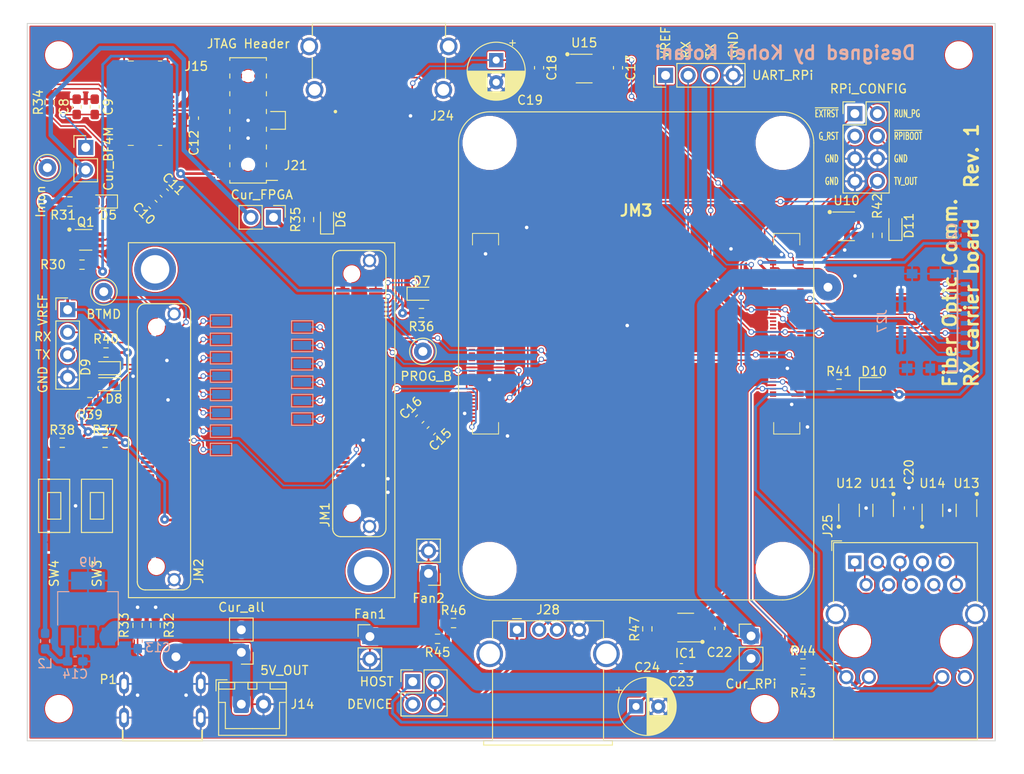
<source format=kicad_pcb>
(kicad_pcb (version 20211014) (generator pcbnew)
  (layers (0 "F.Cu" signal) (31 "B.Cu" signal) (36 "B.SilkS" user "B.Silkscreen") (37 "F.SilkS" user "F.Silkscreen") (38 "B.Mask" user) (39 "F.Mask" user) (44 "Edge.Cuts" user))
  (net 0 "")
  (net 1 "GND")
  (net 2 "/Raspberry Pi CM4/PCIe_RX_P")
  (net 3 "/Raspberry Pi CM4/PCIe_RX_N")
  (net 4 "+3V3")
  (net 5 "/Raspberry Pi CM4/Raspberry Pi CM4 Interface/HDMI_5V")
  (net 6 "/Raspberry Pi CM4/Raspberry Pi CM4 Interface/VBUS")
  (net 7 "Net-(D5-Pad2)")
  (net 8 "Net-(D5-Pad1)")
  (net 9 "Net-(D7-Pad1)")
  (net 10 "VCC")
  (net 11 "/Raspberry Pi CM4/USB_D_N")
  (net 12 "/Raspberry Pi CM4/USB_D_P")
  (net 13 "/Raspberry Pi CM4/USBOTG")
  (net 14 "/Raspberry Pi CM4/RUN_PG")
  (net 15 "/Raspberry Pi CM4/VIN")
  (net 16 "/1.8V")
  (net 17 "/Raspberry Pi CM4/TV_OUT")
  (net 18 "/Raspberry Pi CM4/nRPIBOOT")
  (net 19 "/Raspberry Pi CM4/GLOBAL_EN")
  (net 20 "/Raspberry Pi CM4/nEXTRST")
  (net 21 "/Raspberry Pi CM4/UART_TX")
  (net 22 "/Raspberry Pi CM4/UART_RX")
  (net 23 "/Raspberry Pi CM4/GPIO_VREF")
  (net 24 "/Raspberry Pi CM4/HDMI_D2_P")
  (net 25 "/Raspberry Pi CM4/HDMI_D2_N")
  (net 26 "/Raspberry Pi CM4/HDMI_D1_P")
  (net 27 "/Raspberry Pi CM4/HDMI_D1_N")
  (net 28 "/Raspberry Pi CM4/HDMI_D0_P")
  (net 29 "/Raspberry Pi CM4/HDMI_D0_N")
  (net 30 "/Raspberry Pi CM4/HDMI_CLK_P")
  (net 31 "/Raspberry Pi CM4/HDMI_CLK_N")
  (net 32 "/Raspberry Pi CM4/HDMI_CEC")
  (net 33 "/Raspberry Pi CM4/HDMI_SCL")
  (net 34 "/Raspberry Pi CM4/HDMI_SDA")
  (net 35 "/Raspberry Pi CM4/HDMI_HP")
  (net 36 "/Raspberry Pi CM4/ETH_D3_N")
  (net 37 "/Raspberry Pi CM4/ETH_D2_N")
  (net 38 "/Raspberry Pi CM4/ETH_D1_N")
  (net 39 "/Raspberry Pi CM4/ETH_D0_N")
  (net 40 "/Raspberry Pi CM4/ETH_D3_P")
  (net 41 "/Raspberry Pi CM4/ETH_D2_P")
  (net 42 "/Raspberry Pi CM4/ETH_D1_P")
  (net 43 "/Raspberry Pi CM4/ETH_D0_P")
  (net 44 "Net-(JM2-Pad167)")
  (net 45 "Net-(JM2-Pad158)")
  (net 46 "Net-(JM2-Pad180)")
  (net 47 "Net-(JM2-Pad144)")
  (net 48 "Net-(JM2-Pad170)")
  (net 49 "Net-(JM2-Pad188)")
  (net 50 "Net-(JM2-Pad153)")
  (net 51 "Net-(JM2-Pad169)")
  (net 52 "Net-(JM2-Pad196)")
  (net 53 "Net-(JM2-Pad174)")
  (net 54 "Net-(JM2-Pad160)")
  (net 55 "Net-(JM2-Pad194)")
  (net 56 "Net-(JM2-Pad173)")
  (net 57 "Net-(JM2-Pad168)")
  (net 58 "Net-(JM2-Pad142)")
  (net 59 "Net-(JM2-Pad150)")
  (net 60 "Net-(JM2-Pad181)")
  (net 61 "Net-(JM2-Pad146)")
  (net 62 "Net-(JM2-Pad140)")
  (net 63 "Net-(JM2-Pad162)")
  (net 64 "Net-(JM2-Pad143)")
  (net 65 "Net-(JM2-Pad152)")
  (net 66 "Net-(JM2-Pad176)")
  (net 67 "Net-(JM2-Pad159)")
  (net 68 "Net-(JM2-Pad145)")
  (net 69 "Net-(JM2-Pad163)")
  (net 70 "Net-(JM2-Pad149)")
  (net 71 "Net-(JM2-Pad141)")
  (net 72 "Net-(JM2-Pad171)")
  (net 73 "Net-(JM2-Pad104)")
  (net 74 "Net-(JM2-Pad122)")
  (net 75 "Net-(JM2-Pad116)")
  (net 76 "Net-(JM2-Pad156)")
  (net 77 "Net-(JM2-Pad161)")
  (net 78 "Net-(JM2-Pad126)")
  (net 79 "Net-(JM2-Pad165)")
  (net 80 "Net-(JM2-Pad192)")
  (net 81 "Net-(JM2-Pad186)")
  (net 82 "Net-(JM2-Pad130)")
  (net 83 "Net-(JM2-Pad166)")
  (net 84 "Net-(JM2-Pad128)")
  (net 85 "Net-(JM2-Pad151)")
  (net 86 "Net-(JM2-Pad178)")
  (net 87 "Net-(JM2-Pad120)")
  (net 88 "Net-(JM2-Pad139)")
  (net 89 "Net-(JM2-Pad110)")
  (net 90 "Net-(JM2-Pad112)")
  (net 91 "Net-(JM2-Pad164)")
  (net 92 "Net-(JM2-Pad184)")
  (net 93 "Net-(JM2-Pad147)")
  (net 94 "Net-(JM2-Pad134)")
  (net 95 "Net-(JM2-Pad148)")
  (net 96 "/Raspberry Pi CM4/PCIe_CLK_nREQ")
  (net 97 "Net-(JM2-Pad137)")
  (net 98 "Net-(JM2-Pad182)")
  (net 99 "Net-(JM2-Pad132)")
  (net 100 "Net-(JM2-Pad138)")
  (net 101 "Net-(JM2-Pad114)")
  (net 102 "Net-(JM2-Pad124)")
  (net 103 "Net-(JM2-Pad108)")
  (net 104 "Net-(JM2-Pad79)")
  (net 105 "Net-(JM2-Pad89)")
  (net 106 "Net-(JM2-Pad81)")
  (net 107 "Net-(JM2-Pad75)")
  (net 108 "Net-(JM2-Pad72)")
  (net 109 "Net-(JM2-Pad68)")
  (net 110 "Net-(JM2-Pad67)")
  (net 111 "Net-(JM2-Pad60)")
  (net 112 "Net-(JM2-Pad85)")
  (net 113 "Net-(JM2-Pad58)")
  (net 114 "Net-(JM2-Pad49)")
  (net 115 "Net-(JM2-Pad45)")
  (net 116 "Net-(JM2-Pad41)")
  (net 117 "Net-(JM2-Pad80)")
  (net 118 "Net-(JM2-Pad63)")
  (net 119 "Net-(JM2-Pad73)")
  (net 120 "Net-(JM2-Pad59)")
  (net 121 "Net-(JM2-Pad93)")
  (net 122 "Net-(JM2-Pad94)")
  (net 123 "Net-(JM2-Pad53)")
  (net 124 "Net-(JM2-Pad77)")
  (net 125 "Net-(JM2-Pad69)")
  (net 126 "Net-(JM2-Pad70)")
  (net 127 "Net-(JM2-Pad43)")
  (net 128 "Net-(JM2-Pad91)")
  (net 129 "Net-(JM2-Pad65)")
  (net 130 "Net-(JM2-Pad55)")
  (net 131 "Net-(JM2-Pad51)")
  (net 132 "Net-(JM2-Pad57)")
  (net 133 "Net-(JM2-Pad95)")
  (net 134 "Net-(JM2-Pad78)")
  (net 135 "Net-(JM2-Pad71)")
  (net 136 "/SD")
  (net 137 "Net-(JM2-Pad82)")
  (net 138 "Net-(JM2-Pad32)")
  (net 139 "Net-(JM2-Pad25)")
  (net 140 "Net-(JM2-Pad37)")
  (net 141 "Net-(JM2-Pad10)")
  (net 142 "Net-(JM2-Pad36)")
  (net 143 "Net-(JM2-Pad3)")
  (net 144 "Net-(JM2-Pad9)")
  (net 145 "Net-(JM2-Pad31)")
  (net 146 "Net-(JM2-Pad7)")
  (net 147 "Net-(JM2-Pad39)")
  (net 148 "Net-(JM2-Pad38)")
  (net 149 "Net-(JM2-Pad28)")
  (net 150 "Net-(JM2-Pad34)")
  (net 151 "Net-(JM2-Pad33)")
  (net 152 "Net-(JM2-Pad8)")
  (net 153 "Net-(JM2-Pad1)")
  (net 154 "Net-(JM2-Pad14)")
  (net 155 "Net-(JM2-Pad27)")
  (net 156 "Net-(JM2-Pad16)")
  (net 157 "Net-(JM2-Pad35)")
  (net 158 "Net-(JM2-Pad26)")
  (net 159 "/Raspberry Pi CM4/ETH_LEDG")
  (net 160 "Net-(JM3-Pad16)")
  (net 161 "/Raspberry Pi CM4/ETH_LEDY")
  (net 162 "Net-(JM3-Pad18)")
  (net 163 "Net-(JM3-Pad19)")
  (net 164 "Net-(JM3-Pad20)")
  (net 165 "Net-(JM3-Pad21)")
  (net 166 "Net-(JM3-Pad24)")
  (net 167 "Net-(JM3-Pad25)")
  (net 168 "Net-(JM3-Pad26)")
  (net 169 "Net-(JM3-Pad27)")
  (net 170 "Net-(JM3-Pad28)")
  (net 171 "Net-(JM3-Pad29)")
  (net 172 "Net-(JM3-Pad30)")
  (net 173 "Net-(JM3-Pad31)")
  (net 174 "Net-(JM3-Pad34)")
  (net 175 "Net-(JM3-Pad37)")
  (net 176 "Net-(JM3-Pad38)")
  (net 177 "Net-(JM3-Pad39)")
  (net 178 "Net-(JM3-Pad40)")
  (net 179 "Net-(JM3-Pad41)")
  (net 180 "Net-(JM3-Pad44)")
  (net 181 "Net-(JM3-Pad45)")
  (net 182 "Net-(JM3-Pad46)")
  (net 183 "Net-(JM3-Pad47)")
  (net 184 "Net-(JM3-Pad48)")
  (net 185 "Net-(JM3-Pad49)")
  (net 186 "Net-(JM3-Pad50)")
  (net 187 "Net-(JM3-Pad54)")
  (net 188 "Net-(JM3-Pad56)")
  (net 189 "Net-(JM3-Pad58)")
  (net 190 "Net-(JM3-Pad64)")
  (net 191 "Net-(JM3-Pad68)")
  (net 192 "Net-(JM3-Pad70)")
  (net 193 "Net-(JM3-Pad72)")
  (net 194 "Net-(JM3-Pad73)")
  (net 195 "Net-(JM3-Pad75)")
  (net 196 "Net-(JM3-Pad76)")
  (net 197 "Net-(JM3-Pad80)")
  (net 198 "Net-(JM3-Pad82)")
  (net 199 "Net-(JM3-Pad89)")
  (net 200 "Net-(JM3-Pad91)")
  (net 201 "Net-(JM3-Pad94)")
  (net 202 "Net-(JM3-Pad95)")
  (net 203 "Net-(JM3-Pad96)")
  (net 204 "Net-(JM3-Pad97)")
  (net 205 "Net-(JM3-Pad160)")
  (net 206 "Net-(JM3-Pad157)")
  (net 207 "Net-(JM3-Pad165)")
  (net 208 "Net-(JM3-Pad177)")
  (net 209 "Net-(JM3-Pad164)")
  (net 210 "Net-(JM3-Pad193)")
  (net 211 "Net-(JM3-Pad175)")
  (net 212 "Net-(JM3-Pad195)")
  (net 213 "Net-(JM3-Pad163)")
  (net 214 "Net-(JM3-Pad166)")
  (net 215 "Net-(JM3-Pad171)")
  (net 216 "Net-(JM3-Pad169)")
  (net 217 "Net-(JM3-Pad181)")
  (net 218 "Net-(JM3-Pad189)")
  (net 219 "Net-(JM3-Pad158)")
  (net 220 "Net-(JM3-Pad183)")
  (net 221 "Net-(JM3-Pad194)")
  (net 222 "Net-(JM3-Pad187)")
  (net 223 "Net-(JM3-Pad196)")
  (net 224 "Net-(JM3-Pad159)")
  (net 225 "Net-(JM3-Pad104)")
  (net 226 "Net-(JM3-Pad106)")
  (net 227 "Net-(JM3-Pad117)")
  (net 228 "Net-(JM3-Pad123)")
  (net 229 "Net-(JM3-Pad129)")
  (net 230 "Net-(JM3-Pad130)")
  (net 231 "Net-(JM3-Pad115)")
  (net 232 "Net-(JM3-Pad128)")
  (net 233 "Net-(JM3-Pad121)")
  (net 234 "Net-(JM3-Pad127)")
  (net 235 "Net-(JM3-Pad140)")
  (net 236 "Net-(JM3-Pad145)")
  (net 237 "Net-(JM3-Pad142)")
  (net 238 "Net-(JM3-Pad146)")
  (net 239 "Net-(JM3-Pad149)")
  (net 240 "Net-(JM3-Pad133)")
  (net 241 "Net-(JM3-Pad152)")
  (net 242 "Net-(JM3-Pad143)")
  (net 243 "Net-(JM3-Pad136)")
  (net 244 "Net-(JM3-Pad154)")
  (net 245 "Net-(JM3-Pad141)")
  (net 246 "Net-(JM3-Pad148)")
  (net 247 "Net-(JM3-Pad147)")
  (net 248 "Net-(JM3-Pad135)")
  (net 249 "Net-(JM3-Pad139)")
  (net 250 "Net-(JM3-Pad134)")
  (net 251 "Net-(P1-PadA5)")
  (net 252 "Net-(P1-PadB5)")
  (net 253 "Net-(Q1-Pad2)")
  (net 254 "Net-(U11-Pad4)")
  (net 255 "Net-(U12-Pad4)")
  (net 256 "+5V")
  (net 257 "Net-(U13-Pad4)")
  (net 258 "Net-(U14-Pad4)")
  (net 259 "/Raspberry Pi CM4/Raspberry Pi CM4 Interface/VBUSPW")
  (net 260 "Net-(IC1-Pad5)")
  (net 261 "Net-(IC1-Pad4)")
  (net 262 "Net-(JM2-Pad155)")
  (net 263 "Net-(JM2-Pad157)")
  (net 264 "Net-(JM2-Pad175)")
  (net 265 "Net-(JM2-Pad87)")
  (net 266 "Net-(JM2-Pad103)")
  (net 267 "Net-(JM2-Pad125)")
  (net 268 "Net-(JM2-Pad105)")
  (net 269 "Net-(JM2-Pad121)")
  (net 270 "Net-(JM2-Pad119)")
  (net 271 "Net-(JM2-Pad123)")
  (net 272 "Net-(JM2-Pad129)")
  (net 273 "Net-(JM2-Pad115)")
  (net 274 "Net-(JM2-Pad111)")
  (net 275 "Net-(JM2-Pad109)")
  (net 276 "Net-(JM2-Pad101)")
  (net 277 "Net-(JM2-Pad127)")
  (net 278 "Net-(JM2-Pad113)")
  (net 279 "Net-(JM2-Pad131)")
  (net 280 "Net-(JM2-Pad107)")
  (net 281 "Net-(JM2-Pad133)")
  (net 282 "/FPGA module RX/AURORA_RX_N")
  (net 283 "/FPGA module RX/AURORA_RX_P")
  (net 284 "Net-(C12-Pad1)")
  (net 285 "Net-(D6-Pad2)")
  (net 286 "Net-(D7-Pad2)")
  (net 287 "Net-(D8-Pad2)")
  (net 288 "Net-(D8-Pad1)")
  (net 289 "Net-(D9-Pad2)")
  (net 290 "Net-(D9-Pad1)")
  (net 291 "Net-(D10-Pad1)")
  (net 292 "Net-(D11-Pad1)")
  (net 293 "/FPGA module RX/VIN")
  (net 294 "/FPGA module RX/UART_TX")
  (net 295 "/FPGA module RX/UART_RX")
  (net 296 "Net-(J24-Pad14)")
  (net 297 "/FPGA module RX/TDI")
  (net 298 "/FPGA module RX/TDO")
  (net 299 "/FPGA module RX/TCK")
  (net 300 "/FPGA module RX/TMS")
  (net 301 "/FPGA module RX/KEY0")
  (net 302 "/FPGA module RX/KEY1")
  (net 303 "Net-(JM2-Pad200)")
  (net 304 "/FPGA module RX/3.3V")
  (net 305 "/FPGA module RX/PCIe_nRST")
  (net 306 "/FPGA module RX/UART_RPi_TX")
  (net 307 "/FPGA module RX/UART_RPi_RX")
  (net 308 "/FPGA module RX/PCIe_CLK_N")
  (net 309 "/FPGA module RX/PCIe_RX_N")
  (net 310 "/FPGA module RX/PCIe_RX_P")
  (net 311 "/FPGA module RX/PCIe_CLK_P")
  (net 312 "Net-(U15-Pad3)")
  (net 313 "/FPGA module RX/MGT_TX1_P")
  (net 314 "Net-(JM2-Pad193)")
  (net 315 "Net-(JM2-Pad189)")
  (net 316 "Net-(JM2-Pad195)")
  (net 317 "Net-(JM2-Pad191)")
  (net 318 "Net-(JM2-Pad62)")
  (net 319 "Net-(JM2-Pad64)")
  (net 320 "/FPGA module RX/MGT_TX1_N")
  (net 321 "Net-(JM2-Pad106)")
  (net 322 "Net-(JM2-Pad102)")
  (net 323 "Net-(JM2-Pad52)")
  (net 324 "Net-(JM2-Pad46)")
  (net 325 "Net-(JM2-Pad42)")
  (net 326 "Net-(JM2-Pad40)")
  (net 327 "Net-(JM2-Pad44)")
  (net 328 "Net-(JM2-Pad54)")
  (net 329 "/DOUT-")
  (net 330 "/DOUT+")
  (net 331 "Net-(J12-Pad1)")
  (net 332 "Net-(J15-Pad4)")
  (net 333 "Net-(J15-Pad5)")
  (net 334 "Net-(J15-Pad16)")
  (net 335 "Net-(J21-Pad14)")
  (net 336 "Net-(J21-Pad12)")
  (net 337 "Net-(J25-Pad14)")
  (net 338 "Net-(J25-Pad12)")
  (net 339 "Net-(J26-Pad3)")
  (net 340 "Net-(R42-Pad1)")
  (net 341 "Net-(C14-Pad1)")
  (net 342 "Net-(C20-Pad1)")
  (net 343 "/Raspberry Pi CM4/SD_DAT2")
  (net 344 "/Raspberry Pi CM4/SD_DAT3")
  (net 345 "/Raspberry Pi CM4/SD_CMD")
  (net 346 "/Raspberry Pi CM4/SD_CLK")
  (net 347 "/Raspberry Pi CM4/SD_DAT0")
  (net 348 "/Raspberry Pi CM4/SD_DAT1")
  (net 349 "Net-(J27-Pad9)")
  (net 350 "/VDD")
  (footprint "Capacitor_SMD:C_0603_1608Metric_Pad1.08x0.95mm_HandSolder" (layer "F.Cu") (at 5.566 9.398 90)
    (fp_text reference "C8")
    (fp_text value "0.1uF")
  )
  (footprint "Capacitor_SMD:C_0603_1608Metric_Pad1.08x0.95mm_HandSolder" (layer "F.Cu") (at 7.598 9.398 90)
    (fp_text reference "C9")
    (fp_text value "4.7uF")
  )
  (footprint "Capacitor_SMD:C_0603_1608Metric_Pad1.08x0.95mm_HandSolder" (layer "F.Cu") (at 18.774 10.668 -90)
    (fp_text reference "C12")
    (fp_text value "1nF")
  )
  (footprint "LED_SMD:LED_0603_1608Metric_Pad1.05x0.95mm_HandSolder" (layer "F.Cu") (at 8.501 20.066 180)
    (fp_text reference "D5")
    (fp_text value "LED Yellow")
  )
  (footprint "Connector_JST:JST_XH_B2B-XH-A_1x02_P2.50mm_Vertical" (layer "F.Cu") (at 24.108 76.708)
    (fp_text reference "J14")
    (fp_text value "Power_Conn")
  )
  (footprint "ProjectLib:BF4RX14DS05V" (layer "F.Cu") (at 12.932 8.636 90)
    (fp_text reference "J15")
    (fp_text value "BF4-RX-14DS-0.5V" hide)
  )
  (footprint "Connector_PinHeader_2.54mm:PinHeader_1x02_P2.54mm_Vertical" (layer "F.Cu") (at 38.586 69.088)
    (fp_text reference "J16" hide)
    (fp_text value "Fan1")
  )
  (footprint "Package_TO_SOT_SMD:SOT-363_SC-70-6_Handsoldering" (layer "F.Cu") (at 6.582 24.384)
    (fp_text reference "Q1")
    (fp_text value "BC847BS")
  )
  (footprint "Resistor_SMD:R_0603_1608Metric_Pad0.98x0.95mm_HandSolder" (layer "F.Cu") (at 14.456 67.818 -90)
    (fp_text reference "R32")
    (fp_text value "5.1k")
  )
  (footprint "Resistor_SMD:R_0603_1608Metric_Pad0.98x0.95mm_HandSolder" (layer "F.Cu") (at 4.804 20.066 180)
    (fp_text reference "R31")
    (fp_text value "1k")
  )
  (footprint "Resistor_SMD:R_0603_1608Metric_Pad0.98x0.95mm_HandSolder" (layer "F.Cu") (at 12.424 67.818 -90)
    (fp_text reference "R33")
    (fp_text value "5.1k")
  )
  (footprint "Resistor_SMD:R_0603_1608Metric_Pad0.98x0.95mm_HandSolder" (layer "F.Cu") (at 2.518 8.89 90)
    (fp_text reference "R34")
    (fp_text value "10k")
  )
  (footprint "Resistor_SMD:R_0603_1608Metric_Pad0.98x0.95mm_HandSolder" (layer "F.Cu") (at 6.1645 27.178)
    (fp_text reference "R30")
    (fp_text value "10k")
  )
  (footprint "ProjectLib:USB4125-GF-A" (layer "F.Cu") (at 15.218 74.422)
    (fp_text reference "P1")
    (fp_text value "USB_C_Plug_USB2.0")
  )
  (footprint "Capacitor_SMD:C_0603_1608Metric_Pad1.08x0.95mm_HandSolder" (layer "F.Cu") (at 45.4948 45.8978 -135)
    (fp_text reference "C15")
    (fp_text value "0.1uF")
  )
  (footprint "Capacitor_SMD:C_0603_1608Metric_Pad1.08x0.95mm_HandSolder" (layer "F.Cu") (at 66.526 4.9925 -90)
    (fp_text reference "C17")
    (fp_text value "1uF")
  )
  (footprint "Capacitor_SMD:C_0603_1608Metric_Pad1.08x0.95mm_HandSolder" (layer "F.Cu") (at 57.636 4.9925 -90)
    (fp_text reference "C18")
    (fp_text value "0.1uF")
  )
  (footprint "Capacitor_THT:CP_Radial_D6.3mm_P2.50mm" (layer "F.Cu") (at 52.81 4.13 -90)
    (fp_text reference "C19")
    (fp_text value "120uF")
  )
  (footprint "Capacitor_SMD:C_0603_1608Metric_Pad1.08x0.95mm_HandSolder" (layer "F.Cu") (at 77.956 68.1595 90)
    (fp_text reference "C22")
    (fp_text value "1uF")
  )
  (footprint "Capacitor_THT:CP_Radial_D6.3mm_P2.50mm" (layer "F.Cu") (at 68.558 76.962)
    (fp_text reference "C24")
    (fp_text value "120uF")
  )
  (footprint "LED_SMD:LED_0603_1608Metric_Pad1.05x0.95mm_HandSolder" (layer "F.Cu") (at 33.76 22.0605 90)
    (fp_text reference "D6")
    (fp_text value "LED Red")
  )
  (footprint "LED_SMD:LED_0603_1608Metric_Pad1.05x0.95mm_HandSolder" (layer "F.Cu") (at 95.369 40.64)
    (fp_text reference "D10")
    (fp_text value "LED Green")
  )
  (footprint "LED_SMD:LED_0603_1608Metric_Pad1.05x0.95mm_HandSolder" (layer "F.Cu") (at 97.768 22.785 90)
    (fp_text reference "D11")
    (fp_text value "LED Red")
  )
  (footprint "Package_TO_SOT_SMD:SOT-23-6_Handsoldering" (layer "F.Cu") (at 74.146 68.072 180)
    (fp_text reference "IC1")
    (fp_text value "AP22653W6-7")
  )
  (footprint "Connector_PinHeader_2.54mm:PinHeader_1x04_P2.54mm_Vertical" (layer "F.Cu") (at 4.55 32.258)
    (fp_text reference "J20" hide)
    (fp_text value "UART_FPGA")
  )
  (footprint "ProjectLib:JTAG_Header" (layer "F.Cu") (at 24.87 10.922 180)
    (fp_text reference "J21")
    (fp_text value "JTAG Header")
  )
  (footprint "Connector_PinHeader_2.54mm:PinHeader_1x04_P2.54mm_Vertical" (layer "F.Cu") (at 71.882 5.842 90)
    (fp_text reference "J23" hide)
    (fp_text value "UART_RPi")
  )
  (footprint "ProjectLib:SS-53000-001" (layer "F.Cu") (at 39.602 8.382 180)
    (fp_text reference "J24")
    (fp_text value "HDMI_A")
  )
  (footprint "ProjectLib:ARJM11B1-502-AB-ER2" (layer "F.Cu") (at 93.196 60.706)
    (fp_text reference "J25")
    (fp_text value "ARJM11B1-502-AB")
  )
  (footprint "Connector_PinHeader_2.54mm:PinHeader_2x02_P2.54mm_Vertical" (layer "F.Cu") (at 43.412 74.168)
    (fp_text reference "J26" hide)
    (fp_text value "USB_SELECTOR")
  )
  (footprint "ProjectLib:USB_A_Stewart_SS-52100-001_Horizontal" (layer "F.Cu") (at 55.1468 68.326)
    (fp_text reference "J28")
    (fp_text value "USB_A")
  )
  (footprint "ProjectLib:Raspberry_Pi_Compute_Module_4" (layer "F.Cu") (at 85.068 13.462 180)
    (fp_text reference "JM3")
    (fp_text value "Raspberry_Pi_CM4_B2B" hide)
  )
  (footprint "Resistor_SMD:R_0603_1608Metric_Pad0.98x0.95mm_HandSolder" (layer "F.Cu") (at 31.728 22.098 -90)
    (fp_text reference "R35")
    (fp_text value "1k")
  )
  (footprint "Resistor_SMD:R_0603_1608Metric_Pad0.98x0.95mm_HandSolder" (layer "F.Cu") (at 7.0495 42.672 180)
    (fp_text reference "R39")
    (fp_text value "100")
  )
  (footprint "Resistor_SMD:R_0603_1608Metric_Pad0.98x0.95mm_HandSolder" (layer "F.Cu") (at 8.7645 47.244)
    (fp_text reference "R37")
    (fp_text value "10k")
  )
  (footprint "Resistor_SMD:R_0603_1608Metric_Pad0.98x0.95mm_HandSolder" (layer "F.Cu") (at 3.9385 47.244)
    (fp_text reference "R38")
    (fp_text value "10k")
  )
  (footprint "Resistor_SMD:R_0603_1608Metric_Pad0.98x0.95mm_HandSolder" (layer "F.Cu") (at 95.736 23.876 -90)
    (fp_text reference "R42")
    (fp_text value "1k")
  )
  (footprint "Resistor_SMD:R_0603_1608Metric_Pad0.98x0.95mm_HandSolder" (layer "F.Cu") (at 87.354 73.914)
    (fp_text reference "R43")
    (fp_text value "470")
  )
  (footprint "Resistor_SMD:R_0603_1608Metric_Pad0.98x0.95mm_HandSolder" (layer "F.Cu") (at 87.354 72.136)
    (fp_text reference "R44")
    (fp_text value "470")
  )
  (footprint "Resistor_SMD:R_0603_1608Metric_Pad0.98x0.95mm_HandSolder" (layer "F.Cu") (at 46.206 69.342)
    (fp_text reference "R45")
    (fp_text value "2.2K")
  )
  (footprint "Resistor_SMD:R_0603_1608Metric_Pad0.98x0.95mm_HandSolder" (layer "F.Cu") (at 48.0075 67.564)
    (fp_text reference "R46")
    (fp_text value "3K")
  )
  (footprint "Resistor_SMD:R_0603_1608Metric_Pad0.98x0.95mm_HandSolder" (layer "F.Cu") (at 69.828 68.222 90)
    (fp_text reference "R47")
    (fp_text value "33k")
  )
  (footprint "ProjectLib:SW_SPST_PTS636" (layer "F.Cu") (at 7.852 54.356 90)
    (fp_text reference "SW3")
    (fp_text value "KEY0")
  )
  (footprint "ProjectLib:SW_SPST_PTS636" (layer "F.Cu") (at 3.026 54.356 90)
    (fp_text reference "SW4")
    (fp_text value "KEY1")
  )
  (footprint "Package_TO_SOT_SMD:SOT-23-5_HandSoldering" (layer "F.Cu") (at 92.26 22.86)
    (fp_text reference "U10")
    (fp_text value "74LVC1G07W5")
  )
  (footprint "Package_TO_SOT_SMD:SOT-363_SC-70-6_Handsoldering" (layer "F.Cu") (at 96.386 54.864 -90)
    (fp_text reference "U11")
    (fp_text value "IP4233CZ6")
  )
  (footprint "Package_TO_SOT_SMD:SOT-363_SC-70-6_Handsoldering" (layer "F.Cu") (at 101.9336 54.864 90)
    (fp_text reference "U14")
    (fp_text value "IP4233CZ6")
  )
  (footprint "Package_TO_SOT_SMD:SOT-23-5_HandSoldering" (layer "F.Cu") (at 62.716 5.08)
    (fp_text reference "U15")
    (fp_text value "AP22811AW5")
  )
  (footprint "Resistor_SMD:R_0603_1608Metric_Pad0.98x0.95mm_HandSolder" (layer "F.Cu") (at 91.418 40.64)
    (fp_text reference "R41")
    (fp_text value "1k")
  )
  (footprint "Connector_PinHeader_2.54mm:PinHeader_1x02_P2.54mm_Vertical" (layer "F.Cu") (at 45.19 61.976 180)
    (fp_text reference "J17" hide)
    (fp_text value "Fan2")
  )
  (footprint "Connector_PinHeader_2.54mm:PinHeader_1x02_P2.54mm_Vertical" (layer "F.Cu") (at 81.512 69.022)
    (fp_text reference "J19" hide)
    (fp_text value "Cmeas")
  )
  (footprint "Capacitor_SMD:C_0603_1608Metric_Pad1.08x0.95mm_HandSolder" (layer "F.Cu") (at 44.1994 44.577 -135)
    (fp_text reference "C16")
    (fp_text value "0.1uF")
  )
  (footprint "Connector_PinHeader_2.54mm:PinHeader_1x02_P2.54mm_Vertical" (layer "F.Cu") (at 6.582 13.97)
    (fp_text reference "J13" hide)
    (fp_text value "Cmeas")
  )
  (footprint "Connector_PinHeader_2.54mm:PinHeader_1x02_P2.54mm_Vertical" (layer "F.Cu") (at 27.7275 21.844 -90)
    (fp_text reference "J18" hide)
    (fp_text value "Cmeas")
  )
  (footprint "ProjectLib:FPGA_module_B2B" (layer "F.Cu") (at 26.394 44.704 -90)
    (fp_text reference "JM2" hide)
    (fp_text value "FPGA_module_B2B")
  )
  (footprint "LED_SMD:LED_0603_1608Metric_Pad1.05x0.95mm_HandSolder" (layer "F.Cu") (at 8.837 40.653332 180)
    (fp_text reference "D8")
    (fp_text value "LED Green")
  )
  (footprint "Resistor_SMD:R_0603_1608Metric_Pad0.98x0.95mm_HandSolder" (layer "F.Cu") (at 44.3905 32.639)
    (fp_text reference "R36")
    (fp_text value "100")
  )
  (footprint "LED_SMD:LED_0603_1608Metric_Pad1.05x0.95mm_HandSolder" (layer "F.Cu") (at 44.428 30.454)
    (fp_text reference "D7")
    (fp_text value "LED Green")
  )
  (footprint "Capacitor_SMD:C_0603_1608Metric_Pad1.08x0.95mm_HandSolder" (layer "F.Cu") (at 15.433062 19.101717 135)
    (fp_text reference "C11")
    (fp_text value "0.1uF")
  )
  (footprint "Capacitor_SMD:C_0603_1608Metric_Pad1.08x0.95mm_HandSolder" (layer "F.Cu") (at 14.142592 20.392187 135)
    (fp_text reference "C10")
    (fp_text value "0.1uF")
  )
  (footprint "TestPoint:TestPoint_Loop_D2.50mm_Drill1.0mm" (layer "F.Cu") (at 44.555 36.957 180)
    (fp_text reference "TP4" hide)
    (fp_text value "PROG_B")
  )
  (footprint "Capacitor_SMD:C_0603_1608Metric_Pad1.08x0.95mm_HandSolder" (layer "F.Cu") (at 73.6585 72.644)
    (fp_text reference "C23")
    (fp_text value "0.1uF")
  )
  (footprint "TestPoint:TestPoint_Loop_D2.50mm_Drill1.0mm" (layer "F.Cu") (at 8.614 30.226)
    (fp_text reference "TP5" hide)
    (fp_text value "BOOTMODE")
  )
  (footprint "Package_TO_SOT_SMD:SOT-363_SC-70-6_Handsoldering" (layer "F.Cu") (at 92.546 54.864 90)
    (fp_text reference "U12")
    (fp_text value "IP4233CZ6")
  )
  (footprint "TestPoint:TestPoint_Loop_D2.50mm_Drill1.0mm" (layer "F.Cu") (at 2.264 16.256 180)
    (fp_text reference "TP3" hide)
    (fp_text value "Imon")
  )
  (footprint "Connector_PinHeader_2.54mm:PinHeader_1x02_P2.54mm_Vertical" (layer "F.Cu") (at 24.108 70.866 180)
    (fp_text reference "J12" hide)
    (fp_text value "Cmeas")
  )
  (footprint "Package_TO_SOT_SMD:SOT-363_SC-70-6_Handsoldering" (layer "F.Cu") (at 105.769 54.864 -90)
    (fp_text reference "U13")
    (fp_text value "IP4233CZ6")
  )
  (footprint "Connector_PinHeader_2.54mm:PinHeader_2x04_P2.54mm_Vertical" (layer "F.Cu") (at 93.196 10.16)
    (fp_text reference "J22" hide)
    (fp_text value "RPi_CONFIG")
  )
  (footprint "Capacitor_SMD:C_0603_1608Metric_Pad1.08x0.95mm_HandSolder" (layer "F.Cu") (at 99.292 54.61 90)
    (fp_text reference "C20")
    (fp_text value "0.1uF")
  )
  (footprint "MountingHole:MountingHole_2.7mm_M2.5" (layer "F.Cu") (at 104.902 3.556)
    (fp_text reference "REF**" hide)
    (fp_text value "MountingHole_2.7mm_M2.5" hide)
  )
  (footprint "MountingHole:MountingHole_2.7mm_M2.5" (layer "F.Cu") (at 83.058 77.216)
    (fp_text reference "REF**" hide)
    (fp_text value "MountingHole_2.7mm_M2.5" hide)
  )
  (footprint "MountingHole:MountingHole_2.7mm_M2.5" (layer "F.Cu") (at 3.556 77.216)
    (fp_text reference "REF**" hide)
    (fp_text value "MountingHole_2.7mm_M2.5" hide)
  )
  (footprint "MountingHole:MountingHole_2.7mm_M2.5" (layer "F.Cu") (at 3.556 3.556)
    (fp_text reference "REF**" hide)
    (fp_text value "MountingHole_2.7mm_M2.5" hide)
  )
  (footprint "Resistor_SMD:R_0603_1608Metric_Pad0.98x0.95mm_HandSolder" (layer "F.Cu") (at 8.868 37.084)
    (fp_text reference "R40")
    (fp_text value "100")
  )
  (footprint "LED_SMD:LED_0603_1608Metric_Pad1.05x0.95mm_HandSolder" (layer "F.Cu") (at 8.829 38.848666 180)
    (fp_text reference "D9")
    (fp_text value "LED Yellow")
  )
  (footprint "ProjectLib:ExtPoint_Pad_1.0x2.0mm" (layer "B.Cu") (at 30.966 44.577)
    (fp_text reference "P2" hide)
    (fp_text value "ExtPad" hide)
  )
  (footprint "ProjectLib:ExtPoint_Pad_1.0x2.0mm" (layer "B.Cu") (at 30.966 42.502665)
    (fp_text reference "P3" hide)
    (fp_text value "ExtPad" hide)
  )
  (footprint "ProjectLib:ExtPoint_Pad_1.0x2.0mm" (layer "B.Cu") (at 30.966 40.428332)
    (fp_text reference "P4" hide)
    (fp_text value "ExtPad" hide)
  )
  (footprint "ProjectLib:ExtPoint_Pad_1.0x2.0mm" (layer "B.Cu") (at 30.966 38.353999)
    (fp_text reference "P5" hide)
    (fp_text value "ExtPad" hide)
  )
  (footprint "ProjectLib:ExtPoint_Pad_1.0x2.0mm" (layer "B.Cu") (at 30.966 36.279666)
    (fp_text reference "P6" hide)
    (fp_text value "ExtPad" hide)
  )
  (footprint "ProjectLib:ExtPoint_Pad_1.0x2.0mm" (layer "B.Cu") (at 30.966 34.205333)
    (fp_text reference "P7" hide)
    (fp_text value "ExtPad" hide)
  )
  (footprint "ProjectLib:ExtPoint_Pad_1.0x2.0mm" (layer "B.Cu") (at 21.822 48.006 180)
    (fp_text reference "P8" hide)
    (fp_text value "ExtPad" hide)
  )
  (footprint "ProjectLib:ExtPoint_Pad_1.0x2.0mm" (layer "B.Cu") (at 21.822 45.93771 180)
    (fp_text reference "P9" hide)
    (fp_text value "ExtPad" hide)
  )
  (footprint "ProjectLib:ExtPoint_Pad_1.0x2.0mm" (layer "B.Cu") (at 21.822 43.869425 180)
    (fp_text reference "P10" hide)
    (fp_text value "ExtPad" hide)
  )
  (footprint "ProjectLib:ExtPoint_Pad_1.0x2.0mm" (layer "B.Cu") (at 21.822 41.80114 180)
    (fp_text reference "P11" hide)
    (fp_text value "ExtPad" hide)
  )
  (footprint "ProjectLib:ExtPoint_Pad_1.0x2.0mm" (layer "B.Cu") (at 21.822 39.732855 180)
    (fp_text reference "P12" hide)
    (fp_text value "ExtPad" hide)
  )
  (footprint "ProjectLib:ExtPoint_Pad_1.0x2.0mm" (layer "B.Cu") (at 21.822 37.66457 180)
    (fp_text reference "P13" hide)
    (fp_text value "ExtPad" hide)
  )
  (footprint "ProjectLib:ExtPoint_Pad_1.0x2.0mm" (layer "B.Cu") (at 21.822 35.596285 180)
    (fp_text reference "P14" hide)
    (fp_text value "ExtPad" hide)
  )
  (footprint "ProjectLib:ExtPoint_Pad_1.0x2.0mm" (layer "B.Cu") (at 21.822 33.528 180)
    (fp_text reference "P15" hide)
    (fp_text value "ExtPad" hide)
  )
  (footprint "Package_TO_SOT_SMD:SOT-223-3_TabPin2" (layer "B.Cu") (at 6.836 65.938 90)
    (fp_text reference "U9")
    (fp_text value "TC1262-3.3V")
  )
  (footprint "Capacitor_SMD:C_0603_1608Metric_Pad1.08x0.95mm_HandSolder" (layer "B.Cu") (at 12.446 69.596 -90)
    (fp_text reference "C13")
    (fp_text value "1uF")
  )
  (footprint "Capacitor_SMD:C_0603_1608Metric_Pad1.08x0.95mm_HandSolder" (layer "B.Cu") (at 5.3985 71.882)
    (fp_text reference "C14")
    (fp_text value "1uF")
  )
  (footprint "Inductor_SMD:L_0603_1608Metric_Pad1.05x0.95mm_HandSolder" (layer "B.Cu") (at 2.01 69.596 90)
    (fp_text reference "L2")
    (fp_text value "1uH")
  )
  (footprint "Capacitor_SMD:C_0603_1608Metric_Pad1.08x0.95mm_HandSolder" (layer "B.Cu") (at 105.664 23.876 90)
    (fp_text reference "C21")
    (fp_text value "1uF")
  )
  (footprint "ProjectLib:Molex_1051620001" (layer "B.Cu") (at 98.298 33.528 -90)
    (fp_text reference "J27")
    (fp_text value "Micro_SD_Card_Det")
  )
  (gr_line (start 0 0) (end 0 80.836) (layer "Edge.Cuts") (width 0.1))
  (gr_line (start 0 0) (end 109 0) (layer "Edge.Cuts") (width 0.1))
  (gr_line (start 109 0) (end 109 80.836) (layer "Edge.Cuts") (width 0.1))
  (gr_line (start 0 80.836) (end 109 80.836) (layer "Edge.Cuts") (width 0.1))
  (gr_text "Designed by Kohei Kotani" (at 85.344 3.302) (layer "B.SilkS") (effects (font (size 1.5 1.5) (thickness 0.3)) (justify mirror)))
  (gr_text "Fiber Optic Comm.\nRX carrier board   Rev. 1" (at 105.134 41.148 90) (layer "F.SilkS") (effects (font (size 1.5 1.5) (thickness 0.3)) (justify left)))
  (segment (start 15.889 42.454) (end 15.853 42.418) (width 0.1778) (layer "F.Cu") (net 1))
  (segment (start 12.213 39.454) (end 11.916 39.751) (width 0.1778) (layer "F.Cu") (net 1))
  (segment (start 50.068 41.162) (end 49.583658 41.162) (width 0.1778) (layer "F.Cu") (net 1))
  (segment (start 105.119 53.609) (end 103.864 54.864) (width 0.1778) (layer "F.Cu") (net 1))
  (segment (start 13.544 39.454) (end 12.213 39.454) (width 0.1778) (layer "F.Cu") (net 1))
  (segment (start 84.468 25.562) (end 84.941 26.035) (width 0.1778) (layer "F.Cu") (net 1))
  (segment (start 12.468 75.648) (end 12.424 75.692) (width 0.1778) (layer "F.Cu") (net 1))
  (segment (start 99.292 53.7475) (end 99.292 52.324) (width 0.1778) (layer "F.Cu") (net 1))
  (segment (start 40.472 51.454) (end 40.618 51.308) (width 0.1778) (layer "F.Cu") (net 1))
  (segment (start 50.659301 43.455041) (end 50.659301 42.298499) (width 0.1778) (layer "F.Cu") (net 1))
  (segment (start 50.068 43.562) (end 50.552342 43.562) (width 0.1778) (layer "F.Cu") (net 1))
  (segment (start 49.583658 41.162) (end 49.476699 41.055041) (width 0.1778) (layer "F.Cu") (net 1))
  (segment (start 14.456 66.9055) (end 14.456 65.786) (width 0.1778) (layer "F.Cu") (net 1))
  (segment (start 49.583658 39.962) (end 50.068 39.962) (width 0.1778) (layer "F.Cu") (net 1))
  (segment (start 102.5836 56.1444) (end 103.864 54.864) (width 0.1778) (layer "F.Cu") (net 1))
  (segment (start 49.476699 40.068959) (end 49.583658 39.962) (width 0.1778) (layer "F.Cu") (net 1))
  (segment (start 50.552342 43.562) (end 50.659301 43.455041) (width 0.1778) (layer "F.Cu") (net 1))
  (segment (start 50.5958 41.162) (end 50.659301 41.225501) (width 0.1778) (layer "F.Cu") (net 1))
  (segment (start 17.244 37.954) (end 15.745 37.954) (width 0.1778) (layer "F.Cu") (net 1))
  (segment (start 50.068 43.562) (end 49.634 43.562) (width 0.1778) (layer "F.Cu") (net 1))
  (segment (start 102.5836 56.194) (end 102.5836 56.1444) (width 0.1778) (layer "F.Cu") (net 1))
  (segment (start 50.5958 42.362) (end 50.068 42.362) (width 0.1778) (layer "F.Cu") (net 1))
  (segment (start 83.988 42.362) (end 87.068 42.362) (width 0.1778) (layer "F.Cu") (net 1))
  (segment (start 49.634 43.562) (end 49.254 43.942) (width 0.1778) (layer "F.Cu") (net 1))
  (segment (start 17.968 75.609) (end 17.885 75.692) (width 0.1778) (layer "F.Cu") (net 1))
  (segment (start 50.068 41.162) (end 50.5958 41.162) (width 0.1778) (layer "F.Cu") (net 1))
  (segment (start 93.196 55.88) (end 94.466 54.61) (width 0.1778) (layer "F.Cu") (net 1))
  (segment (start 15.745 37.954) (end 15.726 37.973) (width 0.1778) (layer "F.Cu") (net 1))
  (segment (start 42.852 10.108) (end 43.158 10.414) (width 0.1778) (layer "F.Cu") (net 1))
  (segment (start 12.468 74.342) (end 12.468 75.648) (width 0.1778) (layer "F.Cu") (net 1))
  (segment (start 50.659301 42.298499) (end 50.5958 42.362) (width 0.1778) (layer "F.Cu") (net 1))
  (segment (start 12.424 66.9055) (end 12.424 65.786) (width 0.1778) (layer "F.Cu") (net 1))
  (segment (start 17.968 74.342) (end 17.968 75.609) (width 0.1778) (layer "F.Cu") (net 1))
  (segment (start 24.87 10.922) (end 27 10.922) (width 0.1778) (layer "F.Cu") (net 1))
  (segment (start 105.119 53.534) (end 105.119 53.609) (width 0.1778) (layer "F.Cu") (net 1))
  (segment (start 87.158 44.762) (end 87.862 45.466) (width 0.1778) (layer "F.Cu") (net 1))
  (segment (start 39.244 51.454) (end 40.472 51.454) (width 0.1778) (layer "F.Cu") (net 1))
  (segment (start 39.244 49.954) (end 37.994 49.954) (width 0.1778) (layer "F.Cu") (net 1))
  (segment (start 39.244 52.954) (end 40.496 52.954) (width 0.1778) (layer "F.Cu") (net 1))
  (segment (start 86.084 43.1058) (end 86.084 42.926) (width 0.1778) (layer "F.Cu") (net 1))
  (segment (start 83.988 25.562) (end 84.468 25.562) (width 0.1778) (layer "F.Cu") (net 1))
  (segment (start 86.5402 43.562) (end 86.084 43.1058) (width 0.1778) (layer "F.Cu") (net 1))
  (segment (start 87.068 44.762) (end 87.158 44.762) (width 0.1778) (layer "F.Cu") (net 1))
  (segment (start 37.994 49.954) (end 37.824 49.784) (width 0.1778) (layer "F.Cu") (net 1))
  (segment (start 95.736 53.534) (end 95.542 53.534) (width 0.1778) (layer "F.Cu") (net 1))
  (segment (start 87.068 43.562) (end 86.5402 43.562) (width 0.1778) (layer "F.Cu") (net 1))
  (segment (start 50.659301 41.225501) (end 50.659301 42.298499) (width 0.1778) (layer "F.Cu") (net 1))
  (segment (start 17.244 42.454) (end 15.889 42.454) (width 0.1778) (layer "F.Cu") (net 1))
  (segment (start 93.196 56.194) (end 93.196 55.88) (width 0.1778) (layer "F.Cu") (net 1))
  (segment (start 40.496 52.954) (end 40.618 52.832) (width 0.1778) (layer "F.Cu") (net 1))
  (segment (start 49.476699 41.055041) (end 49.476699 40.068959) (width 0.1778) (layer "F.Cu") (net 1))
  (segment (start 95.542 53.534) (end 94.466 54.61) (width 0.1778) (layer "F.Cu") (net 1))
  (segment (start 42.852 8.382) (end 42.852 10.108) (width 0.1778) (layer "F.Cu") (net 1))
  (segment (start 24.87 12.922) (end 27 12.922) (width 0.1778) (layer "F.Cu") (net 1))
  (via (at 54.08 46.482) (size 0.6) (drill 0.4) (layers "F.Cu" "B.Cu") (net 1))
  (via (at 67.564 34.036) (size 0.6) (drill 0.4) (layers "F.Cu" "B.Cu") (net 1))
  (via (at 49.254 43.942) (size 0.6) (drill 0.4) (layers "F.Cu" "B.Cu") (net 1))
  (via (at 37.824 46.954) (size 0.6) (drill 0.4) (layers "F.Cu" "B.Cu") (net 1))
  (via (at 14.456 65.786) (size 0.6) (drill 0.4) (layers "F.Cu" "B.Cu") (net 1))
  (via (at 43.158 10.414) (size 0.6) (drill 0.4) (layers "F.Cu" "B.Cu") (net 1))
  (via (at 85.598 38.862) (size 0.6) (drill 0.4) (layers "F.Cu" "B.Cu") (net 1))
  (via (at 99.292 52.324) (size 0.6) (drill 0.4) (layers "F.Cu" "B.Cu") (net 1))
  (via (at 86.084 42.926) (size 0.6) (drill 0.4) (layers "F.Cu" "B.Cu") (net 1))
  (via (at 52.048 40.132) (size 0.6) (drill 0.4) (layers "F.Cu" "B.Cu") (net 1))
  (via (at 24.87 12.922) (size 0.6) (drill 0.4) (layers "F.Cu" "B.Cu") (net 1))
  (via (at 15.726 37.973) (size 0.6) (drill 0.4) (layers "F.Cu" "B.Cu") (net 1))
  (via (at 79.248 25.4) (size 0.6) (drill 0.4) (layers "F.Cu" "B.Cu") (net 1))
  (via (at 40.618 51.308) (size 0.6) (drill 0.4) (layers "F.Cu" "B.Cu") (net 1))
  (via (at 40.618 52.832) (size 0.6) (drill 0.4) (layers "F.Cu" "B.Cu") (net 1))
  (via (at 12.424 65.786) (size 0.6) (drill 0.4) (layers "F.Cu" "B.Cu") (net 1))
  (via (at 105.156 39.116) (size 0.6) (drill 0.4) (layers "F.Cu" "B.Cu") (net 1))
  (via (at 12.424 75.692) (size 0.6) (drill 0.4) (layers "F.Cu" "B.Cu") (net 1))
  (via (at 84.941 26.035) (size 0.6) (drill 0.4) (layers "F.Cu" "B.Cu") (net 1))
  (via (at 37.824 49.784) (size 0.6) (drill 0.4) (layers "F.Cu" "B.Cu") (net 1))
  (via (at 5.438999 54.356) (size 0.6) (drill 0.4) (layers "F.Cu" "B.Cu") (net 1))
  (via (at 94.466 54.61) (size 0.6) (drill 0.4) (layers "F.Cu" "B.Cu") (net 1))
  (via (at 93.218 28.448) (size 0.6) (drill 0.4) (layers "F.Cu" "B.Cu") (net 1))
  (via (at 17.885 75.692) (size 0.6) (drill 0.4) (layers "F.Cu" "B.Cu") (net 1))
  (via (at 92.053 25.527) (size 0.6) (drill 0.4) (layers "F.Cu" "B.Cu") (net 1))
  (via (at 51.607999 25.962) (size 0.6) (drill 0.4) (layers "F.Cu" "B.Cu") (net 1))
  (via (at 11.916 39.751) (size 0.6) (drill 0.4) (layers "F.Cu" "B.Cu") (net 1))
  (via (at 103.864 54.864) (size 0.6) (drill 0.4) (layers "F.Cu" "B.Cu") (net 1))
  (via (at 15.853 42.418) (size 0.6) (drill 0.4) (layers "F.Cu" "B.Cu") (net 1))
  (via (at 87.862 45.466) (size 0.6) (drill 0.4) (layers "F.Cu" "B.Cu") (net 1))
  (via (at 56.239 22.987) (size 0.6) (drill 0.4) (layers "F.Cu" "B.Cu") (net 1))
  (via (at 24.87 10.922) (size 0.6) (drill 0.4) (layers "F.Cu" "B.Cu") (net 1))
  (segment (start 46.10468 45.28792) (end 46.10468 44.200607) (width 0.1778) (layer "F.Cu") (net 2))
  (segment (start 49.542999 41.962) (end 50.068 41.962) (width 0.1778) (layer "F.Cu") (net 2))
  (segment (start 49.508099 41.9271) (end 49.542999 41.962) (width 0.1778) (layer "F.Cu") (net 2))
  (segment (start 48.378187 41.9271) (end 49.508099 41.9271) (width 0.1778) (layer "F.Cu") (net 2))
  (segment (start 46.10468 44.200607) (end 48.378187 41.9271) (width 0.1778) (layer "F.Cu") (net 2))
  (segment (start 49.508099 41.5969) (end 49.542999 41.562) (width 0.1778) (layer "F.Cu") (net 3))
  (segment (start 49.542999 41.562) (end 50.068 41.562) (width 0.1778) (layer "F.Cu") (net 3))
  (segment (start 48.241413 41.5969) (end 49.508099 41.5969) (width 0.1778) (layer "F.Cu") (net 3))
  (segment (start 44.80928 43.96712) (end 45.871193 43.96712) (width 0.1778) (layer "F.Cu") (net 3))
  (segment (start 45.871193 43.96712) (end 48.241413 41.5969) (width 0.1778) (layer "F.Cu") (net 3))
  (segment (start 2.01 20.066) (end 3.8915 20.066) (width 0.5) (layer "F.Cu") (net 4))
  (via (at 2.01 20.066) (size 1.5) (drill 0.4) (layers "F.Cu" "B.Cu") (net 4))
  (segment (start 2.645 12.573) (end 2.645 8.369002) (width 0.5) (layer "B.Cu") (net 4))
  (segment (start 2.01 68.721) (end 2.01 21.082) (width 0.5) (layer "B.Cu") (net 4))
  (segment (start 16.361 2.794) (end 17.631 4.064) (width 0.5) (layer "B.Cu") (net 4))
  (segment (start 17.631 14.2875) (end 17.631 4.064) (width 0.5) (layer "B.Cu") (net 4))
  (segment (start 8.220002 2.794) (end 16.361 2.794) (width 0.5) (layer "B.Cu") (net 4))
  (segment (start 2.645 8.369002) (end 8.220002 2.794) (width 0.5) (layer "B.Cu") (net 4))
  (segment (start 2.01 20.066) (end 2.01 21.082) (width 0.5) (layer "B.Cu") (net 4))
  (segment (start 6.582 16.51) (end 2.645 12.573) (width 0.5) (layer "B.Cu") (net 4))
  (segment (start 25.1875 21.844) (end 17.631 14.2875) (width 0.5) (layer "B.Cu") (net 4))
  (segment (start 6.582 16.51) (end 2.01 21.082) (width 0.5) (layer "B.Cu") (net 4))
  (segment (start 52.81 4.13) (end 57.636 4.13) (width 0.1778) (layer "F.Cu") (net 5))
  (segment (start 43.352 8.382) (end 43.352 6.791) (width 0.1778) (layer "F.Cu") (net 5))
  (segment (start 43.352 6.791) (end 43.412 6.731) (width 0.1778) (layer "F.Cu") (net 5))
  (segment (start 57.636 4.13) (end 61.366 4.13) (width 0.1778) (layer "F.Cu") (net 5))
  (via (at 43.412 6.731) (size 0.6) (drill 0.4) (layers "F.Cu" "B.Cu") (net 5))
  (segment (start 49.254 4.826) (end 49.95 4.13) (width 0.1778) (layer "B.Cu") (net 5))
  (segment (start 49.95 4.13) (end 52.81 4.13) (width 0.1778) (layer "B.Cu") (net 5))
  (segment (start 43.412 6.731) (end 45.317 4.826) (width 0.1778) (layer "B.Cu") (net 5))
  (segment (start 45.317 4.826) (end 49.254 4.826) (width 0.1778) (layer "B.Cu") (net 5))
  (segment (start 45.952 74.168) (end 45.952 76.708) (width 0.3) (layer "F.Cu") (net 6))
  (segment (start 50.27 76.708) (end 45.952 76.708) (width 0.3) (layer "F.Cu") (net 6))
  (segment (start 55.1468 71.8312) (end 50.27 76.708) (width 0.3) (layer "F.Cu") (net 6))
  (segment (start 55.1468 68.326) (end 55.1468 71.8312) (width 0.3) (layer "F.Cu") (net 6))
  (segment (start 5.7165 20.066) (end 7.626 20.066) (width 0.1778) (layer "F.Cu") (net 7))
  (segment (start 7.912 21.53) (end 9.376 20.066) (width 0.1778) (layer "F.Cu") (net 8))
  (segment (start 7.912 23.734) (end 7.912 21.53) (width 0.1778) (layer "F.Cu") (net 8))
  (segment (start 43.553 29.21) (end 43.553 30.454) (width 0.1778) (layer "F.Cu") (net 9))
  (segment (start 40.1718 30.454) (end 40.618008 30.007792) (width 0.1778) (layer "F.Cu") (net 9))
  (segment (start 39.244 30.454) (end 40.1718 30.454) (width 0.1778) (layer "F.Cu") (net 9))
  (segment (start 40.618008 30.007792) (end 40.618008 29.21) (width 0.1778) (layer "F.Cu") (net 9))
  (via (at 43.553 29.21) (size 0.6) (drill 0.4) (layers "F.Cu" "B.Cu") (net 9))
  (via (at 40.618008 29.21) (size 0.6) (drill 0.4) (layers "F.Cu" "B.Cu") (net 9))
  (segment (start 43.553 29.21) (end 40.618008 29.21) (width 0.1778) (layer "B.Cu") (net 9))
  (segment (start 83.384001 28.012001) (end 83.337113 28.012001) (width 0.3) (layer "F.Cu") (net 10))
  (segment (start 83.384001 28.012001) (end 83.384001 28.139001) (width 0.3) (layer "F.Cu") (net 10))
  (segment (start 83.384001 28.139001) (end 83.556999 28.311999) (width 0.3) (layer "F.Cu") (net 10))
  (segment (start 93.61 22.86) (end 93.61 21.91) (width 0.3) (layer "F.Cu") (net 10))
  (segment (start 83.556999 28.311999) (end 83.988 28.311999) (width 0.3) (layer "F.Cu") (net 10))
  (segment (start 93.61 21.91) (end 97.768 21.91) (width 0.3) (layer "F.Cu") (net 10))
  (segment (start 83.384001 28.012001) (end 83.988 28.012001) (width 0.3) (layer "F.Cu") (net 10))
  (segment (start 82.55 27.178) (end 83.384001 28.012001) (width 0.3) (layer "F.Cu") (net 10))
  (segment (start 96.244 40.64) (end 97.028 40.64) (width 0.3) (layer "F.Cu") (net 10))
  (segment (start 97.028 40.64) (end 98.1964 41.8084) (width 0.3) (layer "F.Cu") (net 10))
  (segment (start 82.55 26.924) (end 82.55 27.178) (width 0.3) (layer "F.Cu") (net 10))
  (via (at 93.61 22.86) (size 0.6) (drill 0.4) (layers "F.Cu" "B.Cu") (net 10))
  (via (at 98.1964 41.8084) (size 1) (drill 0.4) (layers "F.Cu" "B.Cu") (net 10))
  (via (at 82.55 26.924) (size 0.6) (drill 0.4) (layers "F.Cu" "B.Cu") (net 10))
  (segment (start 106.063 24.783) (end 107.442 26.162) (width 0.3) (layer "B.Cu") (net 10))
  (segment (start 98.806 26.924) (end 100.947 24.783) (width 0.3) (layer "B.Cu") (net 10))
  (segment (start 107.442 26.162) (end 107.442 32.510712) (width 0.3) (layer "B.Cu") (net 10))
  (segment (start 93.51 74.93) (end 101.772 74.93) (width 0.3) (layer "B.Cu") (net 10))
  (segment (start 92.236 73.656) (end 93.51 74.93) (width 0.3) (layer "B.Cu") (net 10))
  (segment (start 107.442 32.510712) (end 107.442 39.37) (width 0.3) (layer "B.Cu") (net 10))
  (segment (start 89.546 26.924) (end 98.806 26.924) (width 0.3) (layer "B.Cu") (net 10))
  (segment (start 82.02 43.18) (end 82.02 52.578) (width 0.3) (layer "B.Cu") (net 10))
  (segment (start 89.132 59.69) (end 89.132 70.552) (width 0.3) (layer "B.Cu") (net 10))
  (segment (start 82.02 52.578) (end 89.132 59.69) (width 0.3) (layer "B.Cu") (net 10))
  (segment (start 100.947 24.783) (end 105.664 24.783) (width 0.3) (layer "B.Cu") (net 10))
  (segment (start 83.3916 41.8084) (end 82.02 43.18) (width 0.3) (layer "B.Cu") (net 10))
  (segment (start 93.61 22.86) (end 89.546 26.924) (width 0.3) (layer "B.Cu") (net 10))
  (segment (start 105.0036 41.8084) (end 98.1964 41.8084) (width 0.3) (layer "B.Cu") (net 10))
  (segment (start 98.1964 41.8084) (end 95.0756 41.8084) (width 0.3) (layer "B.Cu") (net 10))
  (segment (start 89.546 26.924) (end 82.525092 26.924) (width 0.3) (layer "B.Cu") (net 10))
  (segment (start 107.442 39.37) (end 105.0036 41.8084) (width 0.3) (layer "B.Cu") (net 10))
  (segment (start 95.0756 41.8084) (end 83.3916 41.8084) (width 0.3) (layer "B.Cu") (net 10))
  (segment (start 89.132 70.552) (end 92.236 73.656) (width 0.3) (layer "B.Cu") (net 10))
  (segment (start 101.772 74.93) (end 103.046 73.656) (width 0.3) (layer "B.Cu") (net 10))
  (segment (start 106.174712 33.778) (end 105.638 33.778) (width 0.3) (layer "B.Cu") (net 10))
  (segment (start 105.664 24.783) (end 106.063 24.783) (width 0.3) (layer "B.Cu") (net 10))
  (segment (start 107.442 32.510712) (end 106.174712 33.778) (width 0.3) (layer "B.Cu") (net 10))
  (segment (start 55.751481 46.451853) (end 55.773342 46.497248) (width 0.1778) (layer "F.Cu") (net 11))
  (segment (start 56.044729 46.707192) (end 56.095113 46.707192) (width 0.1778) (layer "F.Cu") (net 11))
  (segment (start 56.268411 46.611292) (end 56.313806 46.589431) (width 0.1778) (layer "F.Cu") (net 11))
  (segment (start 55.804756 45.900244) (end 55.836169 45.939635) (width 0.1778) (layer "F.Cu") (net 11))
  (segment (start 55.995608 46.69598) (end 56.044729 46.707192) (width 0.1778) (layer "F.Cu") (net 11))
  (segment (start 56.547218 46.642706) (end 58.4817 48.577188) (width 0.1778) (layer "F.Cu") (net 11))
  (segment (start 55.950213 46.674119) (end 55.995608 46.69598) (width 0.1778) (layer "F.Cu") (net 11))
  (segment (start 54.231612 44.3271) (end 55.804756 45.900244) (width 0.1778) (layer "F.Cu") (net 11))
  (segment (start 55.836169 45.939635) (end 55.85803 45.98503) (width 0.1778) (layer "F.Cu") (net 11))
  (segment (start 55.85803 45.98503) (end 55.869242 46.034151) (width 0.1778) (layer "F.Cu") (net 11))
  (segment (start 56.413311 46.578219) (end 56.462431 46.589431) (width 0.1778) (layer "F.Cu") (net 11))
  (segment (start 56.362927 46.578219) (end 56.413311 46.578219) (width 0.1778) (layer "F.Cu") (net 11))
  (segment (start 53.707901 44.3271) (end 54.231612 44.3271) (width 0.1778) (layer "F.Cu") (net 11))
  (segment (start 56.144233 46.69598) (end 56.189628 46.674119) (width 0.1778) (layer "F.Cu") (net 11))
  (segment (start 55.836169 46.17905) (end 55.773342 46.257833) (width 0.1778) (layer "F.Cu") (net 11))
  (segment (start 55.85803 46.133655) (end 55.836169 46.17905) (width 0.1778) (layer "F.Cu") (net 11))
  (segment (start 53.673001 44.362) (end 53.707901 44.3271) (width 0.1778) (layer "F.Cu") (net 11))
  (segment (start 53.148 44.362) (end 53.673001 44.362) (width 0.1778) (layer "F.Cu") (net 11))
  (segment (start 55.740269 46.402733) (end 55.751481 46.451853) (width 0.1778) (layer "F.Cu") (net 11))
  (segment (start 56.095113 46.707192) (end 56.144233 46.69598) (width 0.1778) (layer "F.Cu") (net 11))
  (segment (start 55.751481 46.303228) (end 55.740269 46.352349) (width 0.1778) (layer "F.Cu") (net 11))
  (segment (start 55.740269 46.352349) (end 55.740269 46.402733) (width 0.1778) (layer "F.Cu") (net 11))
  (segment (start 56.462431 46.589431) (end 56.507826 46.611292) (width 0.1778) (layer "F.Cu") (net 11))
  (segment (start 55.773342 46.257833) (end 55.751481 46.303228) (width 0.1778) (layer "F.Cu") (net 11))
  (segment (start 55.869242 46.034151) (end 55.869242 46.084535) (width 0.1778) (layer "F.Cu") (net 11))
  (segment (start 55.804756 46.53664) (end 55.910822 46.642706) (width 0.1778) (layer "F.Cu") (net 11))
  (segment (start 56.313806 46.589431) (end 56.362927 46.578219) (width 0.1778) (layer "F.Cu") (net 11))
  (segment (start 58.4817 67.4911) (end 57.6468 68.326) (width 0.1778) (layer "F.Cu") (net 11))
  (segment (start 56.507826 46.611292) (end 56.547218 46.642706) (width 0.1778) (layer "F.Cu") (net 11))
  (segment (start 55.910822 46.642706) (end 55.950213 46.674119) (width 0.1778) (layer "F.Cu") (net 11))
  (segment (start 58.4817 48.577188) (end 58.4817 67.4911) (width 0.1778) (layer "F.Cu") (net 11))
  (segment (start 55.773342 46.497248) (end 55.804756 46.53664) (width 0.1778) (layer "F.Cu") (net 11))
  (segment (start 56.189628 46.674119) (end 56.268411 46.611292) (width 0.1778) (layer "F.Cu") (net 11))
  (segment (start 55.869242 46.084535) (end 55.85803 46.133655) (width 0.1778) (layer "F.Cu") (net 11))
  (segment (start 58.8119 67.4911) (end 59.6468 68.326) (width 0.1778) (layer "F.Cu") (net 12))
  (segment (start 53.148 43.962) (end 53.673001 43.962) (width 0.1778) (layer "F.Cu") (net 12))
  (segment (start 58.8119 48.440412) (end 58.8119 67.4911) (width 0.1778) (layer "F.Cu") (net 12))
  (segment (start 53.673001 43.962) (end 53.707901 43.9969) (width 0.1778) (layer "F.Cu") (net 12))
  (segment (start 54.368388 43.9969) (end 58.8119 48.440412) (width 0.1778) (layer "F.Cu") (net 12))
  (segment (start 53.707901 43.9969) (end 54.368388 43.9969) (width 0.1778) (layer "F.Cu") (net 12))
  (segment (start 53.148 49.7) (end 53.148 44.762) (width 0.1778) (layer "F.Cu") (net 13))
  (segment (start 47.1185 67.5875) (end 47.095 67.564) (width 0.1778) (layer "F.Cu") (net 13))
  (segment (start 47.984 65.024) (end 47.984 54.864) (width 0.1778) (layer "F.Cu") (net 13))
  (segment (start 47.095 67.564) (end 47.095 65.913) (width 0.1778) (layer "F.Cu") (net 13))
  (segment (start 47.095 65.913) (end 47.984 65.024) (width 0.1778) (layer "F.Cu") (net 13))
  (segment (start 47.1185 69.342) (end 47.1185 67.5875) (width 0.1778) (layer "F.Cu") (net 13))
  (segment (start 47.984 54.864) (end 53.148 49.7) (width 0.1778) (layer "F.Cu") (net 13))
  (segment (start 83.036 26.294342) (end 83.503658 26.762) (width 0.1778) (layer "F.Cu") (net 14))
  (segment (start 95.736 10.16) (end 94.212 8.636) (width 0.1778) (layer "F.Cu") (net 14))
  (segment (start 91.418 8.636) (end 88.878 11.176) (width 0.1778) (layer "F.Cu") (net 14))
  (segment (start 80.388 62.23) (end 80.388 38.862) (width 0.1778) (layer "F.Cu") (net 14))
  (segment (start 70.993 3.683) (end 81.385 3.683) (width 0.1778) (layer "F.Cu") (net 14))
  (segment (start 64.066 6.03) (end 64.069 6.03) (width 0.1778) (layer "F.Cu") (net 14))
  (segment (start 75.496 67.122) (end 80.388 62.23) (width 0.1778) (layer "F.Cu") (net 14))
  (segment (start 64.069 6.03) (end 65.278 7.239) (width 0.1778) (layer "F.Cu") (net 14))
  (segment (start 81.385 3.683) (end 88.878 11.176) (width 0.1778) (layer "F.Cu") (net 14))
  (segment (start 65.278 7.239) (end 67.437 7.239) (width 0.1778) (layer "F.Cu") (net 14))
  (segment (start 88.878 11.176) (end 88.878 17.526) (width 0.1778) (layer "F.Cu") (net 14))
  (segment (start 67.437 7.239) (end 70.993 3.683) (width 0.1778) (layer "F.Cu") (net 14))
  (segment (start 83.503658 26.762) (end 83.988 26.762) (width 0.1778) (layer "F.Cu") (net 14))
  (segment (start 83.036 23.368) (end 83.036 26.294342) (width 0.1778) (layer "F.Cu") (net 14))
  (segment (start 80.388 30.863998) (end 80.388 27.054) (width 0.1778) (layer "F.Cu") (net 14))
  (segment (start 81.147658 26.294342) (end 83.036 26.294342) (width 0.1778) (layer "F.Cu") (net 14))
  (segment (start 80.388 27.054) (end 81.147658 26.294342) (width 0.1778) (layer "F.Cu") (net 14))
  (segment (start 88.878 17.526) (end 83.036 23.368) (width 0.1778) (layer "F.Cu") (net 14))
  (segment (start 94.212 8.636) (end 91.418 8.636) (width 0.1778) (layer "F.Cu") (net 14))
  (via (at 80.388 38.862) (size 0.6) (drill 0.4) (layers "F.Cu" "B.Cu") (net 14))
  (via (at 80.388 30.863998) (size 0.6) (drill 0.4) (layers "F.Cu" "B.Cu") (net 14))
  (segment (start 80.388 38.862) (end 80.388 30.863998) (width 0.1778) (layer "B.Cu") (net 14))
  (segment (start 77.794208 17.963792) (end 68.05 8.219584) (width 0.1524) (layer "F.Cu") (net 15))
  (segment (start 64.066 4.13) (end 66.526 4.13) (width 0.1778) (layer "F.Cu") (net 15))
  (segment (start 81.512 69.022) (end 77.956 69.022) (width 0.3) (layer "F.Cu") (net 15))
  (segment (start 77.956 69.022) (end 75.496 69.022) (width 0.3) (layer "F.Cu") (net 15))
  (segment (start 86.256999 26.426583) (end 85.957 26.126584) (width 0.1524) (layer "F.Cu") (net 15))
  (segment (start 87.068 27.562) (end 87.068 28.543) (width 0.1524) (layer "F.Cu") (net 15))
  (segment (start 87.068 28.543) (end 87.068 29.562) (width 0.1524) (layer "F.Cu") (net 15))
  (segment (start 90.17 29.718) (end 88.995 28.543) (width 2) (layer "F.Cu") (net 15))
  (segment (start 77.794208 17.963792) (end 77.794208 17.963792) (width 0.1524) (layer "F.Cu") (net 15))
  (segment (start 88.995 28.543) (end 87.068 28.543) (width 2) (layer "F.Cu") (net 15))
  (segment (start 86.256999 27.350999) (end 86.256999 26.426583) (width 0.1524) (layer "F.Cu") (net 15))
  (segment (start 87.068 27.562) (end 86.468 27.562) (width 0.1524) (layer "F.Cu") (net 15))
  (segment (start 68.05 4.13) (end 66.526 4.13) (width 0.1524) (layer "F.Cu") (net 15))
  (segment (start 86.468 27.562) (end 86.256999 27.350999) (width 0.1524) (layer "F.Cu") (net 15))
  (via (at 68.05 4.13) (size 0.6) (drill 0.4) (layers "F.Cu" "B.Cu") (net 15))
  (via (at 68.05 8.219584) (size 0.6) (drill 0.4) (layers "F.Cu" "B.Cu") (net 15))
  (via (at 77.794208 17.963792) (size 0.6) (drill 0.4) (layers "F.Cu" "B.Cu") (net 15))
  (via (at 90.17 29.718) (size 3) (drill 1) (layers "F.Cu" "B.Cu") (net 15))
  (via (at 85.957 26.126584) (size 0.6) (drill 0.4) (layers "F.Cu" "B.Cu") (net 15))
  (segment (start 79.591995 28.678001) (end 76.432 31.837996) (width 2) (layer "B.Cu") (net 15))
  (segment (start 85.957 26.126584) (end 77.794208 17.963792) (width 0.1524) (layer "B.Cu") (net 15))
  (segment (start 89.130001 28.678001) (end 79.591995 28.678001) (width 2) (layer "B.Cu") (net 15))
  (segment (start 90.17 29.718) (end 89.130001 28.678001) (width 2) (layer "B.Cu") (net 15))
  (segment (start 76.432 31.837996) (end 76.432 63.942) (width 2) (layer "B.Cu") (net 15))
  (segment (start 76.432 63.942) (end 81.512 69.022) (width 2) (layer "B.Cu") (net 15))
  (segment (start 68.05 8.219584) (end 68.05 4.13) (width 0.1524) (layer "B.Cu") (net 15))
  (segment (start 42.269 32.639) (end 43.478 32.639) (width 0.3) (layer "F.Cu") (net 16))
  (segment (start 17.244 55.954) (end 15.546 55.954) (width 0.3) (layer "F.Cu") (net 16))
  (segment (start 17.272 16.922) (end 22.74 16.922) (width 0.3) (layer "F.Cu") (net 16))
  (segment (start 5.6149 47.244) (end 6.858 46.0009) (width 0.3) (layer "F.Cu") (net 16))
  (segment (start 9.7805 37.084) (end 11.281 37.084) (width 0.3) (layer "F.Cu") (net 16))
  (segment (start 7.725 27.178) (end 8.487 27.94) (width 0.3) (layer "F.Cu") (net 16))
  (segment (start 6.137 42.672) (end 6.137 44.196) (width 0.3) (layer "F.Cu") (net 16))
  (segment (start 4.55 29.705) (end 7.077 27.178) (width 0.3) (layer "F.Cu") (net 16))
  (segment (start 4.851 47.244) (end 5.6149 47.244) (width 0.3) (layer "F.Cu") (net 16))
  (segment (start 4.55 32.258) (end 4.55 29.705) (width 0.3) (layer "F.Cu") (net 16))
  (segment (start 9.677 47.244) (end 11.027 47.244) (width 0.3) (layer "F.Cu") (net 16))
  (segment (start 7.077 27.178) (end 7.725 27.178) (width 0.3) (layer "F.Cu") (net 16))
  (segment (start 15.546 55.954) (end 15.472 55.88) (width 0.3) (layer "F.Cu") (net 16))
  (via (at 6.137 44.196) (size 1) (drill 0.4) (layers "F.Cu" "B.Cu") (net 16))
  (via (at 17.272 16.922) (size 1) (drill 0.4) (layers "F.Cu" "B.Cu") (net 16))
  (via (at 15.472 55.88) (size 1) (drill 0.4) (layers "F.Cu" "B.Cu") (net 16))
  (via (at 8.487 27.94) (size 1) (drill 0.4) (layers "F.Cu" "B.Cu") (net 16))
  (via (at 6.858 46.0009) (size 1) (drill 0.4) (layers "F.Cu" "B.Cu") (net 16))
  (via (at 11.281 37.084) (size 1) (drill 0.4) (layers "F.Cu" "B.Cu") (net 16))
  (via (at 42.269 32.639) (size 1) (drill 0.4) (layers "F.Cu" "B.Cu") (net 16))
  (via (at 11.027 47.244) (size 1) (drill 0.4) (layers "F.Cu" "B.Cu") (net 16))
  (segment (start 6.137 45.2799) (end 6.858 46.0009) (width 0.3) (layer "B.Cu") (net 16))
  (segment (start 4.55 32.258) (end 6.455 32.258) (width 0.3) (layer "B.Cu") (net 16))
  (segment (start 40.875585 30.099) (end 42.269 31.492415) (width 0.3) (layer "B.Cu") (net 16))
  (segment (start 15.853 3.683) (end 16.869 4.699) (width 0.3) (layer "B.Cu") (net 16))
  (segment (start 16.869 16.51) (end 30.458 30.099) (width 0.3) (layer "B.Cu") (net 16))
  (segment (start 9.4395 3.683) (end 15.853 3.683) (width 0.3) (layer "B.Cu") (net 16))
  (segment (start 8.487 4.6355) (end 9.4395 3.683) (width 0.3) (layer "B.Cu") (net 16))
  (segment (start 15.472 55.88) (end 15.472 51.689) (width 0.3) (layer "B.Cu") (net 16))
  (segment (start 11.281 39.052) (end 11.281 37.084) (width 0.3) (layer "B.Cu") (net 16))
  (segment (start 16.869 4.699) (end 16.869 16.51) (width 0.3) (layer "B.Cu") (net 16))
  (segment (start 6.137 44.196) (end 11.281 39.052) (width 0.3) (layer "B.Cu") (net 16))
  (segment (start 30.458 30.099) (end 40.875585 30.099) (width 0.3) (layer "B.Cu") (net 16))
  (segment (start 11.027 47.244) (end 15.472 51.689) (width 0.3) (layer "B.Cu") (net 16))
  (segment (start 6.137 44.196) (end 6.137 45.2799) (width 0.3) (layer "B.Cu") (net 16))
  (segment (start 6.858 46.0009) (end 9.7839 46.0009) (width 0.3) (layer "B.Cu") (net 16))
  (segment (start 42.269 31.492415) (end 42.269 32.639) (width 0.3) (layer "B.Cu") (net 16))
  (segment (start 9.7839 46.0009) (end 11.027 47.244) (width 0.3) (layer "B.Cu") (net 16))
  (segment (start 6.455 32.258) (end 11.281 37.084) (width 0.3) (layer "B.Cu") (net 16))
  (segment (start 8.487 27.94) (end 8.487 4.6355) (width 0.3) (layer "B.Cu") (net 16))
  (segment (start 56.366 25.654) (end 61.954 20.066) (width 0.1778) (layer "F.Cu") (net 17))
  (segment (start 56.366 29.464) (end 56.366 25.654) (width 0.1778) (layer "F.Cu") (net 17))
  (segment (start 56.366 30.734) (end 56.366 29.464) (width 0.1778) (layer "F.Cu") (net 17))
  (segment (start 54.206814 42.164) (end 54.334 42.164) (width 0.1778) (layer "F.Cu") (net 17))
  (segment (start 61.954 20.066) (end 84.814 20.066) (width 0.1778) (layer "F.Cu") (net 17))
  (segment (start 56.366 40.386) (end 56.366 30.734) (width 0.1778) (layer "F.Cu") (net 17))
  (segment (start 53.148 42.762) (end 53.608814 42.762) (width 0.1778) (layer "F.Cu") (net 17))
  (segment (start 53.608814 42.762) (end 54.206814 42.164) (width 0.1778) (layer "F.Cu") (net 17))
  (via (at 54.334 42.164) (size 0.6) (drill 0.4) (layers "F.Cu" "B.Cu") (net 17))
  (via (at 56.366 40.386) (size 0.6) (drill 0.4) (layers "F.Cu" "B.Cu") (net 17))
  (via (at 84.814 20.066) (size 0.6) (drill 0.4) (layers "F.Cu" "B.Cu") (net 17))
  (segment (start 56.112 40.386) (end 56.366 40.386) (width 0.1778) (layer "B.Cu") (net 17))
  (segment (start 93.45 20.066) (end 95.736 17.78) (width 0.1778) (layer "B.Cu") (net 17))
  (segment (start 84.814 20.066) (end 93.45 20.066) (width 0.1778) (layer "B.Cu") (net 17))
  (segment (start 54.334 42.164) (end 56.112 40.386) (width 0.1778) (layer "B.Cu") (net 17))
  (segment (start 97.06 26.362) (end 99.292 24.13) (width 0.1778) (layer "F.Cu") (net 18))
  (segment (start 87.068 26.362) (end 97.06 26.362) (width 0.1778) (layer "F.Cu") (net 18))
  (segment (start 99.292 24.13) (end 99.292 16.256) (width 0.1778) (layer "F.Cu") (net 18))
  (segment (start 99.292 16.256) (end 95.736 12.7) (width 0.1778) (layer "F.Cu") (net 18))
  (segment (start 87.068 22.892) (end 90.656 19.304) (width 0.1778) (layer "F.Cu") (net 19))
  (segment (start 87.068 25.162) (end 87.068 22.892) (width 0.1778) (layer "F.Cu") (net 19))
  (segment (start 90.656 15.24) (end 93.196 12.7) (width 0.1778) (layer "F.Cu") (net 19))
  (segment (start 90.656 19.304) (end 90.656 15.24) (width 0.1778) (layer "F.Cu") (net 19))
  (segment (start 83.988 24.194) (end 89.894 18.288) (width 0.1778) (layer "F.Cu") (net 20))
  (segment (start 89.894 18.288) (end 89.894 13.462) (width 0.1778) (layer "F.Cu") (net 20))
  (segment (start 83.988 25.162) (end 83.988 24.194) (width 0.1778) (layer "F.Cu") (net 20))
  (segment (start 89.894 13.462) (end 93.196 10.16) (width 0.1778) (layer "F.Cu") (net 20))
  (segment (start 86.623736 33.962) (end 86.106 33.444264) (width 0.1778) (layer "F.Cu") (net 21))
  (segment (start 81.534 32.258) (end 80.980876 32.258) (width 0.1778) (layer "F.Cu") (net 21))
  (segment (start 87.068 33.962) (end 86.623736 33.962) (width 0.1778) (layer "F.Cu") (net 21))
  (segment (start 80.980876 32.258) (end 76.962 28.239124) (width 0.1778) (layer "F.Cu") (net 21))
  (segment (start 86.106 33.02) (end 85.344 32.258) (width 0.1778) (layer "F.Cu") (net 21))
  (segment (start 86.106 33.444264) (end 86.106 33.02) (width 0.1778) (layer "F.Cu") (net 21))
  (segment (start 76.962 28.239124) (end 76.962 21.082) (width 0.1778) (layer "F.Cu") (net 21))
  (via (at 85.344 32.258) (size 0.6) (drill 0.4) (layers "F.Cu" "B.Cu") (net 21))
  (via (at 81.534 32.258) (size 0.6) (drill 0.4) (layers "F.Cu" "B.Cu") (net 21))
  (via (at 76.962 21.082) (size 0.6) (drill 0.4) (layers "F.Cu" "B.Cu") (net 21))
  (segment (start 76.962 21.082) (end 76.962 5.842) (width 0.1778) (layer "B.Cu") (net 21))
  (segment (start 85.344 32.258) (end 81.534 32.258) (width 0.1778) (layer "B.Cu") (net 21))
  (segment (start 81.534 34.762) (end 74.422 27.65) (width 0.1778) (layer "F.Cu") (net 22))
  (segment (start 74.422 21.082) (end 74.422 27.65) (width 0.1778) (layer "F.Cu") (net 22))
  (segment (start 85.344 34.762) (end 87.068 34.762) (width 0.1778) (layer "F.Cu") (net 22))
  (via (at 74.422 21.082) (size 0.6) (drill 0.4) (layers "F.Cu" "B.Cu") (net 22))
  (via (at 81.534 34.762) (size 0.6) (drill 0.4) (layers "F.Cu" "B.Cu") (net 22))
  (via (at 85.344 34.762) (size 0.6) (drill 0.4) (layers "F.Cu" "B.Cu") (net 22))
  (segment (start 74.422 5.842) (end 74.422 21.082) (width 0.1778) (layer "B.Cu") (net 22))
  (segment (start 85.344 34.762) (end 81.534 34.762) (width 0.1778) (layer "B.Cu") (net 22))
  (segment (start 84.558022 27.562) (end 84.836 27.839978) (width 0.1778) (layer "F.Cu") (net 23))
  (segment (start 83.988 27.562) (end 84.558022 27.562) (width 0.1778) (layer "F.Cu") (net 23))
  (segment (start 83.988 29.562) (end 83.038847 29.562) (width 0.1778) (layer "F.Cu") (net 23))
  (segment (start 84.836 29.198342) (end 84.472342 29.562) (width 0.1778) (layer "F.Cu") (net 23))
  (segment (start 84.836 27.839978) (end 84.836 29.198342) (width 0.1778) (layer "F.Cu") (net 23))
  (segment (start 83.038847 29.562) (end 81.534004 28.057157) (width 0.1778) (layer "F.Cu") (net 23))
  (segment (start 81.534004 28.057157) (end 81.534004 27.178) (width 0.1778) (layer "F.Cu") (net 23))
  (segment (start 83.988 27.162) (end 83.988 27.562) (width 0.1778) (layer "F.Cu") (net 23))
  (segment (start 84.472342 29.562) (end 83.988 29.562) (width 0.1778) (layer "F.Cu") (net 23))
  (via (at 81.534004 27.178) (size 0.6) (drill 0.4) (layers "F.Cu" "B.Cu") (net 23))
  (segment (start 78.74 27.178) (end 81.534004 27.178) (width 0.1778) (layer "B.Cu") (net 23))
  (segment (start 71.882 20.32) (end 78.74 27.178) (width 0.1778) (layer "B.Cu") (net 23))
  (segment (start 71.882 5.842) (end 71.882 20.32) (width 0.1778) (layer "B.Cu") (net 23))
  (segment (start 35.1869 10.141901) (end 34.852 9.807001) (width 0.1778) (layer "F.Cu") (net 24))
  (segment (start 50.068 31.162) (end 49.542999 31.162) (width 0.1778) (layer "F.Cu") (net 24))
  (segment (start 49.542999 31.162) (end 49.508099 31.1271) (width 0.1778) (layer "F.Cu") (net 24))
  (segment (start 45.5329 22.674388) (end 35.1869 12.328388) (width 0.1778) (layer "F.Cu") (net 24))
  (segment (start 34.852 9.807001) (end 34.852 8.382) (width 0.1778) (layer "F.Cu") (net 24))
  (segment (start 35.1869 12.328388) (end 35.1869 10.141901) (width 0.1778) (layer "F.Cu") (net 24))
  (segment (start 49.508099 31.1271) (end 47.889612 31.1271) (width 0.1778) (layer "F.Cu") (net 24))
  (segment (start 45.5329 28.770388) (end 45.5329 22.674388) (width 0.1778) (layer "F.Cu") (net 24))
  (segment (start 47.889612 31.1271) (end 45.5329 28.770388) (width 0.1778) (layer "F.Cu") (net 24))
  (segment (start 48.026388 30.7969) (end 49.508099 30.7969) (width 0.1778) (layer "F.Cu") (net 25))
  (segment (start 35.852 9.807001) (end 35.5171 10.141901) (width 0.1778) (layer "F.Cu") (net 25))
  (segment (start 37.268457 13.801097) (end 37.268457 13.860763) (width 0.1778) (layer "F.Cu") (net 25))
  (segment (start 37.268457 13.860763) (end 37.281733 13.918932) (width 0.1778) (layer "F.Cu") (net 25))
  (segment (start 37.421189 13.483944) (end 37.407913 13.542115) (width 0.1778) (layer "F.Cu") (net 25))
  (segment (start 36.543744 13.218256) (end 36.590392 13.255458) (width 0.1778) (layer "F.Cu") (net 25))
  (segment (start 37.407913 13.366109) (end 37.421189 13.424278) (width 0.1778) (layer "F.Cu") (net 25))
  (segment (start 36.702319 13.294623) (end 36.761985 13.294623) (width 0.1778) (layer "F.Cu") (net 25))
  (segment (start 37.196971 13.155166) (end 37.250729 13.181055) (width 0.1778) (layer "F.Cu") (net 25))
  (segment (start 36.761985 13.294623) (end 36.820154 13.281345) (width 0.1778) (layer "F.Cu") (net 25))
  (segment (start 36.92056 13.218255) (end 36.967209 13.181055) (width 0.1778) (layer "F.Cu") (net 25))
  (segment (start 37.297378 13.218256) (end 37.344823 13.265702) (width 0.1778) (layer "F.Cu") (net 25))
  (segment (start 36.590392 13.255458) (end 36.644148 13.281345) (width 0.1778) (layer "F.Cu") (net 25))
  (segment (start 49.508099 30.7969) (end 49.542999 30.762) (width 0.1778) (layer "F.Cu") (net 25))
  (segment (start 37.138802 13.14189) (end 37.196971 13.155166) (width 0.1778) (layer "F.Cu") (net 25))
  (segment (start 37.079136 13.14189) (end 37.138802 13.14189) (width 0.1778) (layer "F.Cu") (net 25))
  (segment (start 35.5171 10.141901) (end 35.5171 12.191612) (width 0.1778) (layer "F.Cu") (net 25))
  (segment (start 37.281733 13.742926) (end 37.268457 13.801097) (width 0.1778) (layer "F.Cu") (net 25))
  (segment (start 35.852 8.382) (end 35.852 9.807001) (width 0.1778) (layer "F.Cu") (net 25))
  (segment (start 37.281733 13.918932) (end 37.307622 13.97269) (width 0.1778) (layer "F.Cu") (net 25))
  (segment (start 37.462981 14.137493) (end 45.8631 22.537612) (width 0.1778) (layer "F.Cu") (net 25))
  (segment (start 37.421189 13.424278) (end 37.421189 13.483944) (width 0.1778) (layer "F.Cu") (net 25))
  (segment (start 37.250729 13.181055) (end 37.297378 13.218256) (width 0.1778) (layer "F.Cu") (net 25))
  (segment (start 37.344823 13.265702) (end 37.382024 13.312351) (width 0.1778) (layer "F.Cu") (net 25))
  (segment (start 45.8631 28.633612) (end 48.026388 30.7969) (width 0.1778) (layer "F.Cu") (net 25))
  (segment (start 36.644148 13.281345) (end 36.702319 13.294623) (width 0.1778) (layer "F.Cu") (net 25))
  (segment (start 35.5171 12.191612) (end 36.543744 13.218256) (width 0.1778) (layer "F.Cu") (net 25))
  (segment (start 37.407913 13.542115) (end 37.382024 13.595871) (width 0.1778) (layer "F.Cu") (net 25))
  (segment (start 37.382024 13.312351) (end 37.407913 13.366109) (width 0.1778) (layer "F.Cu") (net 25))
  (segment (start 45.8631 22.537612) (end 45.8631 28.633612) (width 0.1778) (layer "F.Cu") (net 25))
  (segment (start 37.307622 13.97269) (end 37.344823 14.019338) (width 0.1778) (layer "F.Cu") (net 25))
  (segment (start 36.820154 13.281345) (end 36.873912 13.255458) (width 0.1778) (layer "F.Cu") (net 25))
  (segment (start 37.307622 13.68917) (end 37.281733 13.742926) (width 0.1778) (layer "F.Cu") (net 25))
  (segment (start 37.020965 13.155166) (end 37.079136 13.14189) (width 0.1778) (layer "F.Cu") (net 25))
  (segment (start 37.382024 13.595871) (end 37.307622 13.68917) (width 0.1778) (layer "F.Cu") (net 25))
  (segment (start 49.542999 30.762) (end 50.068 30.762) (width 0.1778) (layer "F.Cu") (net 25))
  (segment (start 36.873912 13.255458) (end 36.92056 13.218255) (width 0.1778) (layer "F.Cu") (net 25))
  (segment (start 37.344823 14.019338) (end 37.462981 14.137493) (width 0.1778) (layer "F.Cu") (net 25))
  (segment (start 36.967209 13.181055) (end 37.020965 13.155166) (width 0.1778) (layer "F.Cu") (net 25))
  (segment (start 49.542999 29.962) (end 49.508099 29.9271) (width 0.1778) (layer "F.Cu") (net 26))
  (segment (start 36.6869 10.141901) (end 36.352 9.807001) (width 0.1778) (layer "F.Cu") (net 26))
  (segment (start 46.5489 21.404388) (end 36.6869 11.542388) (width 0.1778) (layer "F.Cu") (net 26))
  (segment (start 36.6869 11.542388) (end 36.6869 10.141901) (width 0.1778) (layer "F.Cu") (net 26))
  (segment (start 48.213612 29.9271) (end 46.5489 28.262388) (width 0.1778) (layer "F.Cu") (net 26))
  (segment (start 50.068 29.962) (end 49.542999 29.962) (width 0.1778) (layer "F.Cu") (net 26))
  (segment (start 36.352 9.807001) (end 36.352 8.382) (width 0.1778) (layer "F.Cu") (net 26))
  (segment (start 46.5489 28.262388) (end 46.5489 21.404388) (width 0.1778) (layer "F.Cu") (net 26))
  (segment (start 49.508099 29.9271) (end 48.213612 29.9271) (width 0.1778) (layer "F.Cu") (net 26))
  (segment (start 39.580238 13.297256) (end 39.580238 13.356928) (width 0.1778) (layer "F.Cu") (net 27))
  (segment (start 37.352 8.382) (end 37.352 9.807001) (width 0.1778) (layer "F.Cu") (net 27))
  (segment (start 39.032947 13.128461) (end 39.126253 13.05405) (width 0.1778) (layer "F.Cu") (net 27))
  (segment (start 39.126253 13.05405) (end 39.180016 13.028159) (width 0.1778) (layer "F.Cu") (net 27))
  (segment (start 37.0171 10.141901) (end 37.0171 11.405612) (width 0.1778) (layer "F.Cu") (net 27))
  (segment (start 39.238192 13.014881) (end 39.297864 13.014881) (width 0.1778) (layer "F.Cu") (net 27))
  (segment (start 39.580238 13.356928) (end 39.56696 13.415104) (width 0.1778) (layer "F.Cu") (net 27))
  (segment (start 46.8791 28.125612) (end 48.350388 29.5969) (width 0.1778) (layer "F.Cu") (net 27))
  (segment (start 39.586626 13.975138) (end 46.8791 21.267612) (width 0.1778) (layer "F.Cu") (net 27))
  (segment (start 37.0171 11.405612) (end 38.702744 13.091256) (width 0.1778) (layer "F.Cu") (net 27))
  (segment (start 38.921007 13.16763) (end 38.979184 13.154352) (width 0.1778) (layer "F.Cu") (net 27))
  (segment (start 39.456456 13.091255) (end 39.503864 13.138664) (width 0.1778) (layer "F.Cu") (net 27))
  (segment (start 38.979184 13.154352) (end 39.032947 13.128461) (width 0.1778) (layer "F.Cu") (net 27))
  (segment (start 39.180016 13.028159) (end 39.238192 13.014881) (width 0.1778) (layer "F.Cu") (net 27))
  (segment (start 39.440767 13.615939) (end 39.427489 13.674115) (width 0.1778) (layer "F.Cu") (net 27))
  (segment (start 39.427489 13.733787) (end 39.440767 13.791963) (width 0.1778) (layer "F.Cu") (net 27))
  (segment (start 39.409803 13.054051) (end 39.456456 13.091255) (width 0.1778) (layer "F.Cu") (net 27))
  (segment (start 39.541069 13.185317) (end 39.56696 13.23908) (width 0.1778) (layer "F.Cu") (net 27))
  (segment (start 39.503863 13.892379) (end 39.586626 13.975138) (width 0.1778) (layer "F.Cu") (net 27))
  (segment (start 46.8791 21.267612) (end 46.8791 28.125612) (width 0.1778) (layer "F.Cu") (net 27))
  (segment (start 39.503864 13.138664) (end 39.541069 13.185317) (width 0.1778) (layer "F.Cu") (net 27))
  (segment (start 39.466657 13.845724) (end 39.503863 13.892379) (width 0.1778) (layer "F.Cu") (net 27))
  (segment (start 38.749397 13.128461) (end 38.80316 13.154352) (width 0.1778) (layer "F.Cu") (net 27))
  (segment (start 39.35604 13.028159) (end 39.409803 13.054051) (width 0.1778) (layer "F.Cu") (net 27))
  (segment (start 37.352 9.807001) (end 37.0171 10.141901) (width 0.1778) (layer "F.Cu") (net 27))
  (segment (start 39.56696 13.415104) (end 39.541069 13.468867) (width 0.1778) (layer "F.Cu") (net 27))
  (segment (start 49.508099 29.5969) (end 49.542999 29.562) (width 0.1778) (layer "F.Cu") (net 27))
  (segment (start 39.466658 13.562176) (end 39.440767 13.615939) (width 0.1778) (layer "F.Cu") (net 27))
  (segment (start 39.503862 13.515521) (end 39.466658 13.562176) (width 0.1778) (layer "F.Cu") (net 27))
  (segment (start 39.541069 13.468867) (end 39.503862 13.515521) (width 0.1778) (layer "F.Cu") (net 27))
  (segment (start 39.56696 13.23908) (end 39.580238 13.297256) (width 0.1778) (layer "F.Cu") (net 27))
  (segment (start 39.427489 13.674115) (end 39.427489 13.733787) (width 0.1778) (layer "F.Cu") (net 27))
  (segment (start 39.297864 13.014881) (end 39.35604 13.028159) (width 0.1778) (layer "F.Cu") (net 27))
  (segment (start 49.542999 29.562) (end 50.068 29.562) (width 0.1778) (layer "F.Cu") (net 27))
  (segment (start 48.350388 29.5969) (end 49.508099 29.5969) (width 0.1778) (layer "F.Cu") (net 27))
  (segment (start 39.440767 13.791963) (end 39.466657 13.845724) (width 0.1778) (layer "F.Cu") (net 27))
  (segment (start 38.80316 13.154352) (end 38.861335 13.16763) (width 0.1778) (layer "F.Cu") (net 27))
  (segment (start 38.861335 13.16763) (end 38.921007 13.16763) (width 0.1778) (layer "F.Cu") (net 27))
  (segment (start 38.702744 13.091256) (end 38.749397 13.128461) (width 0.1778) (layer "F.Cu") (net 27))
  (segment (start 37.852 9.807001) (end 38.1869 10.141901) (width 0.1778) (layer "F.Cu") (net 28))
  (segment (start 37.852 8.382) (end 37.852 9.807001) (width 0.1778) (layer "F.Cu") (net 28))
  (segment (start 38.1869 10.141901) (end 38.1869 11.010388) (width 0.1778) (layer "F.Cu") (net 28))
  (segment (start 38.1869 11.010388) (end 47.5649 20.388388) (width 0.1778) (layer "F.Cu") (net 28))
  (segment (start 47.5649 20.388388) (end 47.5649 26.738388) (width 0.1778) (layer "F.Cu") (net 28))
  (segment (start 49.553612 28.7271) (end 49.7831 28.7271) (width 0.1778) (layer "F.Cu") (net 28))
  (segment (start 49.7831 28.7271) (end 49.818 28.762) (width 0.1778) (layer "F.Cu") (net 28))
  (segment (start 47.5649 26.738388) (end 49.553612 28.7271) (width 0.1778) (layer "F.Cu") (net 28))
  (segment (start 49.818 28.762) (end 50.068 28.762) (width 0.1778) (layer "F.Cu") (net 28))
  (segment (start 39.867302 11.618721) (end 39.926318 11.618721) (width 0.1778) (layer "F.Cu") (net 29))
  (segment (start 40.210253 11.961673) (end 40.197121 12.019209) (width 0.1778) (layer "F.Cu") (net 29))
  (segment (start 40.134719 11.745809) (end 40.171515 11.791949) (width 0.1778) (layer "F.Cu") (net 29))
  (segment (start 39.494591 11.769791) (end 39.553607 11.769791) (width 0.1778) (layer "F.Cu") (net 29))
  (segment (start 39.926318 11.618721) (end 39.983854 11.631853) (width 0.1778) (layer "F.Cu") (net 29))
  (segment (start 39.809766 11.631853) (end 39.867302 11.618721) (width 0.1778) (layer "F.Cu") (net 29))
  (segment (start 40.210253 11.902657) (end 40.210253 11.961673) (width 0.1778) (layer "F.Cu") (net 29))
  (segment (start 40.197121 12.019209) (end 40.171514 12.072379) (width 0.1778) (layer "F.Cu") (net 29))
  (segment (start 40.037026 11.657459) (end 40.083166 11.694255) (width 0.1778) (layer "F.Cu") (net 29))
  (segment (start 39.710454 11.694255) (end 39.756596 11.65746) (width 0.1778) (layer "F.Cu") (net 29))
  (segment (start 39.437054 11.756657) (end 39.494591 11.769791) (width 0.1778) (layer "F.Cu") (net 29))
  (segment (start 39.664314 11.731051) (end 39.710454 11.694255) (width 0.1778) (layer "F.Cu") (net 29))
  (segment (start 40.171515 11.791949) (end 40.197121 11.845121) (width 0.1778) (layer "F.Cu") (net 29))
  (segment (start 39.983854 11.631853) (end 40.037026 11.657459) (width 0.1778) (layer "F.Cu") (net 29))
  (segment (start 49.690388 28.3969) (end 49.7831 28.3969) (width 0.1778) (layer "F.Cu") (net 29))
  (segment (start 38.852 9.807001) (end 38.5171 10.141901) (width 0.1778) (layer "F.Cu") (net 29))
  (segment (start 39.383884 11.731052) (end 39.437054 11.756657) (width 0.1778) (layer "F.Cu") (net 29))
  (segment (start 47.8951 20.251612) (end 47.8951 26.601612) (width 0.1778) (layer "F.Cu") (net 29))
  (segment (start 47.8951 26.601612) (end 49.690388 28.3969) (width 0.1778) (layer "F.Cu") (net 29))
  (segment (start 40.097921 12.164662) (end 40.072316 12.217834) (width 0.1778) (layer "F.Cu") (net 29))
  (segment (start 40.083166 11.694255) (end 40.134719 11.745809) (width 0.1778) (layer "F.Cu") (net 29))
  (segment (start 40.171514 12.072379) (end 40.134718 12.118522) (width 0.1778) (layer "F.Cu") (net 29))
  (segment (start 40.072316 12.391922) (end 40.097922 12.445094) (width 0.1778) (layer "F.Cu") (net 29))
  (segment (start 40.197121 11.845121) (end 40.210253 11.902657) (width 0.1778) (layer "F.Cu") (net 29))
  (segment (start 39.553607 11.769791) (end 39.611142 11.756657) (width 0.1778) (layer "F.Cu") (net 29))
  (segment (start 40.059184 12.334386) (end 40.072316 12.391922) (width 0.1778) (layer "F.Cu") (net 29))
  (segment (start 40.134718 12.118522) (end 40.097921 12.164662) (width 0.1778) (layer "F.Cu") (net 29))
  (segment (start 49.818 28.362) (end 50.068 28.362) (width 0.1778) (layer "F.Cu") (net 29))
  (segment (start 40.059184 12.27537) (end 40.059184 12.334386) (width 0.1778) (layer "F.Cu") (net 29))
  (segment (start 38.5171 10.141901) (end 38.5171 10.873612) (width 0.1778) (layer "F.Cu") (net 29))
  (segment (start 40.221626 12.578138) (end 47.8951 20.251612) (width 0.1778) (layer "F.Cu") (net 29))
  (segment (start 39.337744 11.694256) (end 39.383884 11.731052) (width 0.1778) (layer "F.Cu") (net 29))
  (segment (start 38.852 8.382) (end 38.852 9.807001) (width 0.1778) (layer "F.Cu") (net 29))
  (segment (start 38.5171 10.873612) (end 39.337744 11.694256) (width 0.1778) (layer "F.Cu") (net 29))
  (segment (start 39.756596 11.65746) (end 39.809766 11.631853) (width 0.1778) (layer "F.Cu") (net 29))
  (segment (start 40.134718 12.491234) (end 40.221626 12.578138) (width 0.1778) (layer "F.Cu") (net 29))
  (segment (start 40.072316 12.217834) (end 40.059184 12.27537) (width 0.1778) (layer "F.Cu") (net 29))
  (segment (start 49.7831 28.3969) (end 49.818 28.362) (width 0.1778) (layer "F.Cu") (net 29))
  (segment (start 40.097922 12.445094) (end 40.134718 12.491234) (width 0.1778) (layer "F.Cu") (net 29))
  (segment (start 39.611142 11.756657) (end 39.664314 11.731051) (width 0.1778) (layer "F.Cu") (net 29))
  (segment (start 49.7831 27.5271) (end 49.818 27.562) (width 0.1778) (layer "F.Cu") (net 30))
  (segment (start 49.818 27.562) (end 50.068 27.562) (width 0.1778) (layer "F.Cu") (net 30))
  (segment (start 39.6869 10.452988) (end 48.5047 19.270788) (width 0.1778) (layer "F.Cu") (net 30))
  (segment (start 48.5047 26.585988) (end 49.445812 27.5271) (width 0.1778) (layer "F.Cu") (net 30))
  (segment (start 39.6869 10.141901) (end 39.6869 10.452988) (width 0.1778) (layer "F.Cu") (net 30))
  (segment (start 39.352 9.807001) (end 39.6869 10.141901) (width 0.1778) (layer "F.Cu") (net 30))
  (segment (start 49.445812 27.5271) (end 49.7831 27.5271) (width 0.1778) (layer "F.Cu") (net 30))
  (segment (start 48.5047 19.270788) (end 48.5047 26.585988) (width 0.1778) (layer "F.Cu") (net 30))
  (segment (start 39.352 8.382) (end 39.352 9.807001) (width 0.1778) (layer "F.Cu") (net 30))
  (segment (start 41.989771 12.252006) (end 42.015357 12.305136) (width 0.1778) (layer "F.Cu") (net 31))
  (segment (start 41.581757 11.591322) (end 41.627862 11.554556) (width 0.1778) (layer "F.Cu") (net 31))
  (segment (start 49.7831 27.1969) (end 49.818 27.162) (width 0.1778) (layer "F.Cu") (net 31))
  (segment (start 41.727095 11.492202) (end 41.784587 11.479081) (width 0.1778) (layer "F.Cu") (net 31))
  (segment (start 41.412167 11.63003) (end 41.471137 11.63003) (width 0.1778) (layer "F.Cu") (net 31))
  (segment (start 41.901047 11.492203) (end 41.954177 11.517789) (width 0.1778) (layer "F.Cu") (net 31))
  (segment (start 42.114477 11.705634) (end 42.1276 11.763126) (width 0.1778) (layer "F.Cu") (net 31))
  (segment (start 42.052125 12.351241) (end 42.139326 12.438438) (width 0.1778) (layer "F.Cu") (net 31))
  (segment (start 40.0171 10.316212) (end 41.255444 11.554556) (width 0.1778) (layer "F.Cu") (net 31))
  (segment (start 40.352 8.382) (end 40.352 9.807001) (width 0.1778) (layer "F.Cu") (net 31))
  (segment (start 40.352 9.807001) (end 40.0171 10.141901) (width 0.1778) (layer "F.Cu") (net 31))
  (segment (start 48.8349 26.449212) (end 49.582588 27.1969) (width 0.1778) (layer "F.Cu") (net 31))
  (segment (start 42.015357 12.305136) (end 42.052125 12.351241) (width 0.1778) (layer "F.Cu") (net 31))
  (segment (start 41.673965 11.517788) (end 41.727095 11.492202) (width 0.1778) (layer "F.Cu") (net 31))
  (segment (start 42.015358 12.024926) (end 41.989772 12.078056) (width 0.1778) (layer "F.Cu") (net 31))
  (segment (start 42.00028 11.554555) (end 42.052126 11.606402) (width 0.1778) (layer "F.Cu") (net 31))
  (segment (start 41.784587 11.479081) (end 41.843555 11.47908) (width 0.1778) (layer "F.Cu") (net 31))
  (segment (start 42.114477 11.879586) (end 42.088892 11.932716) (width 0.1778) (layer "F.Cu") (net 31))
  (segment (start 41.354677 11.616909) (end 41.412167 11.63003) (width 0.1778) (layer "F.Cu") (net 31))
  (segment (start 49.818 27.162) (end 50.068 27.162) (width 0.1778) (layer "F.Cu") (net 31))
  (segment (start 40.0171 10.141901) (end 40.0171 10.316212) (width 0.1778) (layer "F.Cu") (net 31))
  (segment (start 41.255444 11.554556) (end 41.301547 11.591322) (width 0.1778) (layer "F.Cu") (net 31))
  (segment (start 41.843555 11.47908) (end 41.901047 11.492203) (width 0.1778) (layer "F.Cu") (net 31))
  (segment (start 41.954177 11.517789) (end 42.00028 11.554555) (width 0.1778) (layer "F.Cu") (net 31))
  (segment (start 48.8349 19.134012) (end 48.8349 26.449212) (width 0.1778) (layer "F.Cu") (net 31))
  (segment (start 49.582588 27.1969) (end 49.7831 27.1969) (width 0.1778) (layer "F.Cu") (net 31))
  (segment (start 41.989772 12.078056) (end 41.976649 12.135546) (width 0.1778) (layer "F.Cu") (net 31))
  (segment (start 42.1276 11.822096) (end 42.114477 11.879586) (width 0.1778) (layer "F.Cu") (net 31))
  (segment (start 41.97665 12.194516) (end 41.989771 12.252006) (width 0.1778) (layer "F.Cu") (net 31))
  (segment (start 41.976649 12.135546) (end 41.97665 12.194516) (width 0.1778) (layer "F.Cu") (net 31))
  (segment (start 41.301547 11.591322) (end 41.354677 11.616909) (width 0.1778) (layer "F.Cu") (net 31))
  (segment (start 42.052126 11.606402) (end 42.088892 11.652506) (width 0.1778) (layer "F.Cu") (net 31))
  (segment (start 41.627862 11.554556) (end 41.673965 11.517788) (width 0.1778) (layer "F.Cu") (net 31))
  (segment (start 41.471137 11.63003) (end 41.528629 11.616909) (width 0.1778) (layer "F.Cu") (net 31))
  (segment (start 42.088892 11.652506) (end 42.114477 11.705634) (width 0.1778) (layer "F.Cu") (net 31))
  (segment (start 42.139326 12.438438) (end 48.8349 19.134012) (width 0.1778) (layer "F.Cu") (net 31))
  (segment (start 42.1276 11.763126) (end 42.1276 11.822096) (width 0.1778) (layer "F.Cu") (net 31))
  (segment (start 42.088892 11.932716) (end 42.015358 12.024926) (width 0.1778) (layer "F.Cu") (net 31))
  (segment (start 41.528629 11.616909) (end 41.581757 11.591322) (width 0.1778) (layer "F.Cu") (net 31))
  (segment (start 53.862 34.762) (end 54.588 34.036) (width 0.1778) (layer "F.Cu") (net 32))
  (segment (start 54.588 34.036) (end 54.588 20.627574) (width 0.1778) (layer "F.Cu") (net 32))
  (segment (start 42.0102 6.096) (end 40.852 7.2542) (width 0.1778) (layer "F.Cu") (net 32))
  (segment (start 40.852 7.2542) (end 40.852 8.382) (width 0.1778) (layer "F.Cu") (net 32))
  (segment (start 44.809 10.848574) (end 44.809 6.818872) (width 0.1778) (layer "F.Cu") (net 32))
  (segment (start 44.086128 6.096) (end 42.0102 6.096) (width 0.1778) (layer "F.Cu") (net 32))
  (segment (start 54.588 20.627574) (end 44.809 10.848574) (width 0.1778) (layer "F.Cu") (net 32))
  (segment (start 44.809 6.818872) (end 44.086128 6.096) (width 0.1778) (layer "F.Cu") (net 32))
  (segment (start 53.148 34.762) (end 53.862 34.762) (width 0.1778) (layer "F.Cu") (net 32))
  (segment (start 50.068 25.162) (end 50.5958 25.162) (width 0.1778) (layer "F.Cu") (net 33))
  (segment (start 50.888841 19.780227) (end 41.852 10.743386) (width 0.1778) (layer "F.Cu") (net 33))
  (segment (start 50.5958 25.162) (end 50.888841 24.868959) (width 0.1778) (layer "F.Cu") (net 33))
  (segment (start 41.852 10.743386) (end 41.852 8.382) (width 0.1778) (layer "F.Cu") (net 33))
  (segment (start 50.888841 24.868959) (end 50.888841 19.780227) (width 0.1778) (layer "F.Cu") (net 33))
  (segment (start 53.148 21.5724) (end 42.352 10.7764) (width 0.1778) (layer "F.Cu") (net 34))
  (segment (start 42.352 10.7764) (end 42.352 8.382) (width 0.1778) (layer "F.Cu") (net 34))
  (segment (start 53.148 25.162) (end 53.148 21.5724) (width 0.1778) (layer "F.Cu") (net 34))
  (segment (start 53.148 34.362) (end 53.718022 34.362) (width 0.1778) (layer "F.Cu") (net 35))
  (segment (start 43.852 10.425878) (end 43.852 8.382) (width 0.1778) (layer "F.Cu") (net 35))
  (segment (start 54.08 20.653878) (end 43.852 10.425878) (width 0.1778) (layer "F.Cu") (net 35))
  (segment (start 53.718022 34.362) (end 54.08 34.000022) (width 0.1778) (layer "F.Cu") (net 35))
  (segment (start 54.08 34.000022) (end 54.08 20.653878) (width 0.1778) (layer "F.Cu") (net 35))
  (segment (start 104.626 60.508874) (end 104.626 63.246) (width 0.1778) (layer "F.Cu") (net 36))
  (segment (start 101.9336 56.194) (end 101.9336 53.534) (width 0.1778) (layer "F.Cu") (net 36))
  (segment (start 101.9336 57.816474) (end 104.626 60.508874) (width 0.1778) (layer "F.Cu") (net 36))
  (segment (start 87.627901 43.9969) (end 95.287788 43.9969) (width 0.1778) (layer "F.Cu") (net 36))
  (segment (start 101.7737 50.482812) (end 101.7737 52.249099) (width 0.1778) (layer "F.Cu") (net 36))
  (segment (start 101.9336 52.408999) (end 101.9336 53.534) (width 0.1778) (layer "F.Cu") (net 36))
  (segment (start 87.593001 43.962) (end 87.627901 43.9969) (width 0.1778) (layer "F.Cu") (net 36))
  (segment (start 101.7737 52.249099) (end 101.9336 52.408999) (width 0.1778) (layer "F.Cu") (net 36))
  (segment (start 87.068 43.962) (end 87.593001 43.962) (width 0.1778) (layer "F.Cu") (net 36))
  (segment (start 101.9336 56.194) (end 101.9336 57.816474) (width 0.1778) (layer "F.Cu") (net 36))
  (segment (start 101.7737 50.482812) (end 95.287788 43.9969) (width 0.1778) (layer "F.Cu") (net 36))
  (segment (start 99.859935 45.268038) (end 99.920461 45.297186) (width 0.1778) (layer "F.Cu") (net 37))
  (segment (start 101.617517 46.994242) (end 101.67004 47.036128) (width 0.1778) (layer "F.Cu") (net 37))
  (segment (start 100.552894 46.891118) (end 100.523746 46.951644) (width 0.1778) (layer "F.Cu") (net 37))
  (segment (start 98.811741 45.387261) (end 98.82669 45.452756) (width 0.1778) (layer "F.Cu") (net 37))
  (segment (start 101.556991 46.965094) (end 101.617517 46.994242) (width 0.1778) (layer "F.Cu") (net 37))
  (segment (start 100.773321 47.348841) (end 100.8405 47.348841) (width 0.1778) (layer "F.Cu") (net 37))
  (segment (start 105.9289 51.294988) (end 105.9289 52.249099) (width 0.1778) (layer "F.Cu") (net 37))
  (segment (start 99.79444 45.253089) (end 99.859935 45.268038) (width 0.1778) (layer "F.Cu") (net 37))
  (segment (start 101.711925 47.08865) (end 101.741072 47.149176) (width 0.1778) (layer "F.Cu") (net 37))
  (segment (start 99.124456 44.914808) (end 98.897723 45.14154) (width 0.1778) (layer "F.Cu") (net 37))
  (segment (start 100.117992 46.456217) (end 100.170515 46.414332) (width 0.1778) (layer "F.Cu") (net 37))
  (segment (start 102.466045 47.84277) (end 102.518568 47.884656) (width 0.1778) (layer "F.Cu") (net 37))
  (segment (start 101.754522 48.18242) (end 101.815048 48.153273) (width 0.1778) (layer "F.Cu") (net 37))
  (segment (start 100.642968 46.101617) (end 100.708463 46.116566) (width 0.1778) (layer "F.Cu") (net 37))
  (segment (start 101.245775 47.036127) (end 101.298297 46.994242) (width 0.1778) (layer "F.Cu") (net 37))
  (segment (start 100.523746 47.149812) (end 100.552894 47.210338) (width 0.1778) (layer "F.Cu") (net 37))
  (segment (start 99.924793 46.500313) (end 99.991972 46.500313) (width 0.1778) (layer "F.Cu") (net 37))
  (segment (start 101.358823 46.965094) (end 101.424318 46.950145) (width 0.1778) (layer "F.Cu") (net 37))
  (segment (start 102.340024 47.798673) (end 102.405519 47.813622) (width 0.1778) (layer "F.Cu") (net 37))
  (segment (start 100.057466 46.485364) (end 100.117992 46.456217) (width 0.1778) (layer "F.Cu") (net 37))
  (segment (start 98.82669 45.452756) (end 98.855838 45.513282) (width 0.1778) (layer "F.Cu") (net 37))
  (segment (start 101.424318 46.950145) (end 101.491496 46.950145) (width 0.1778) (layer "F.Cu") (net 37))
  (segment (start 100.594779 46.838596) (end 100.552894 46.891118) (width 0.1778) (layer "F.Cu") (net 37))
  (segment (start 100.863397 46.240122) (end 100.892544 46.300648) (width 0.1778) (layer "F.Cu") (net 37))
  (segment (start 98.897723 45.14154) (end 98.855838 45.194062) (width 0.1778) (layer "F.Cu") (net 37))
  (segment (start 101.67004 47.036128) (end 101.711925 47.08865) (width 0.1778) (layer "F.Cu") (net 37))
  (segment (start 101.372274 47.99834) (end 101.401422 48.058866) (width 0.1778) (layer "F.Cu") (net 37))
  (segment (start 99.548719 45.339071) (end 99.601241 45.297186) (width 0.1778) (layer "F.Cu") (net 37))
  (segment (start 101.867571 48.111388) (end 102.094303 47.884655) (width 0.1778) (layer "F.Cu") (net 37))
  (segment (start 101.756021 47.21467) (end 101.756021 47.281849) (width 0.1778) (layer "F.Cu") (net 37))
  (segment (start 99.010771 45.636836) (end 99.076265 45.651785) (width 0.1778) (layer "F.Cu") (net 37))
  (segment (start 101.491496 46.950145) (end 101.556991 46.965094) (width 0.1778) (layer "F.Cu") (net 37))
  (segment (start 100.708463 46.116566) (end 100.768989 46.145714) (width 0.1778) (layer "F.Cu") (net 37))
  (segment (start 100.647301 47.304745) (end 100.707827 47.333892) (width 0.1778) (layer "F.Cu") (net 37))
  (segment (start 99.727262 45.253089) (end 99.79444 45.253089) (width 0.1778) (layer "F.Cu") (net 37))
  (segment (start 102.272846 47.798673) (end 102.340024 47.798673) (width 0.1778) (layer "F.Cu") (net 37))
  (segment (start 100.044016 45.45212) (end 100.058965 45.517614) (width 0.1778) (layer "F.Cu") (net 37))
  (segment (start 87.627901 43.1271) (end 97.761012 43.1271) (width 0.1778) (layer "F.Cu") (net 37))
  (segment (start 101.443307 47.687124) (end 101.401422 47.739646) (width 0.1778) (layer "F.Cu") (net 37))
  (segment (start 101.298297 46.994242) (end 101.358823 46.965094) (width 0.1778) (layer "F.Cu") (net 37))
  (segment (start 105.9289 52.249099) (end 105.769 52.408999) (width 0.1778) (layer "F.Cu") (net 37))
  (segment (start 101.756021 47.281849) (end 101.741072 47.347343) (width 0.1778) (layer "F.Cu") (net 37))
  (segment (start 98.950245 45.607689) (end 99.010771 45.636836) (width 0.1778) (layer "F.Cu") (net 37))
  (segment (start 103.077301 64.237301) (end 105.101825 64.237301) (width 0.1778) (layer "F.Cu") (net 37))
  (segment (start 98.82669 45.254588) (end 98.811741 45.320083) (width 0.1778) (layer "F.Cu") (net 37))
  (segment (start 105.769 57.462374) (end 105.769 56.194) (width 0.1778) (layer "F.Cu") (net 37))
  (segment (start 100.014869 45.710813) (end 99.972984 45.763336) (width 0.1778) (layer "F.Cu") (net 37))
  (segment (start 99.704366 46.36181) (end 99.746251 46.414332) (width 0.1778) (layer "F.Cu") (net 37))
  (segment (start 100.907493 46.366142) (end 100.907493 46.433321) (width 0.1778) (layer "F.Cu") (net 37))
  (segment (start 100.014869 45.391594) (end 100.044016 45.45212) (width 0.1778) (layer "F.Cu") (net 37))
  (segment (start 99.660269 46.168611) (end 99.660269 46.235789) (width 0.1778) (layer "F.Cu") (net 37))
  (segment (start 100.594779 47.26286) (end 100.647301 47.304745) (width 0.1778) (layer "F.Cu") (net 37))
  (segment (start 105.101825 64.237301) (end 105.769 63.570126) (width 0.1778) (layer "F.Cu") (net 37))
  (segment (start 99.972984 45.339072) (end 100.014869 45.391594) (width 0.1778) (layer "F.Cu") (net 37))
  (segment (start 100.96652 47.304745) (end 101.019043 47.26286) (width 0.1778) (layer "F.Cu") (net 37))
  (segment (start 99.269464 45.607689) (end 99.321987 45.565804) (width 0.1778) (layer "F.Cu") (net 37))
  (segment (start 100.523746 46.951644) (end 100.508797 47.017139) (width 0.1778) (layer "F.Cu") (net 37))
  (segment (start 100.821512 46.611864) (end 100.594779 46.838596) (width 0.1778) (layer "F.Cu") (net 37))
  (segment (start 99.195488 44.801759) (end 99.166341 44.862285) (width 0.1778) (layer "F.Cu") (net 37))
  (segment (start 100.892544 46.300648) (end 100.907493 46.366142) (width 0.1778) (layer "F.Cu") (net 37))
  (segment (start 101.711925 47.407869) (end 101.67004 47.460392) (width 0.1778) (layer "F.Cu") (net 37))
  (segment (start 101.741072 47.347343) (end 101.711925 47.407869) (width 0.1778) (layer "F.Cu") (net 37))
  (segment (start 99.661767 45.268038) (end 99.727262 45.253089) (width 0.1778) (layer "F.Cu") (net 37))
  (segment (start 101.019043 47.26286) (end 101.245775 47.036127) (width 0.1778) (layer "F.Cu") (net 37))
  (segment (start 100.707827 47.333892) (end 100.773321 47.348841) (width 0.1778) (layer "F.Cu") (net 37))
  (segment (start 101.357325 47.932845) (end 101.372274 47.99834) (width 0.1778) (layer "F.Cu") (net 37))
  (segment (start 105.769 52.408999) (end 105.769 53.534) (width 0.1778) (layer "F.Cu") (net 37))
  (segment (start 99.076265 45.651785) (end 99.143444 45.651785) (width 0.1778) (layer "F.Cu") (net 37))
  (segment (start 101.401422 47.739646) (end 101.372274 47.800172) (width 0.1778) (layer "F.Cu") (net 37))
  (segment (start 99.166341 44.862285) (end 99.124456 44.914808) (width 0.1778) (layer "F.Cu") (net 37))
  (segment (start 102.094303 47.884655) (end 102.146825 47.84277) (width 0.1778) (layer "F.Cu") (net 37))
  (segment (start 100.058965 45.584793) (end 100.044016 45.650287) (width 0.1778) (layer "F.Cu") (net 37))
  (segment (start 100.768989 46.145714) (end 100.821512 46.1876) (width 0.1778) (layer "F.Cu") (net 37))
  (segment (start 100.892544 46.498815) (end 100.863397 46.559341) (width 0.1778) (layer "F.Cu") (net 37))
  (segment (start 100.57579 46.101617) (end 100.642968 46.101617) (width 0.1778) (layer "F.Cu") (net 37))
  (segment (start 100.8405 47.348841) (end 100.905994 47.333892) (width 0.1778) (layer "F.Cu") (net 37))
  (segment (start 99.675218 46.301284) (end 99.704366 46.36181) (width 0.1778) (layer "F.Cu") (net 37))
  (segment (start 99.972984 45.763336) (end 99.746251 45.990068) (width 0.1778) (layer "F.Cu") (net 37))
  (segment (start 99.660269 46.235789) (end 99.675218 46.301284) (width 0.1778) (layer "F.Cu") (net 37))
  (segment (start 100.044016 45.650287) (end 100.014869 45.710813) (width 0.1778) (layer "F.Cu") (net 37))
  (segment (start 87.593001 43.162) (end 87.627901 43.1271) (width 0.1778) (layer "F.Cu") (net 37))
  (segment (start 100.508797 47.017139) (end 100.508797 47.084317) (width 0.1778) (layer "F.Cu") (net 37))
  (segment (start 99.991972 46.500313) (end 100.057466 46.485364) (width 0.1778) (layer "F.Cu") (net 37))
  (segment (start 99.601241 45.297186) (end 99.661767 45.268038) (width 0.1778) (layer "F.Cu") (net 37))
  (segment (start 100.821512 46.1876) (end 100.863397 46.240122) (width 0.1778) (layer "F.Cu") (net 37))
  (segment (start 99.210437 44.736265) (end 99.195488 44.801759) (width 0.1778) (layer "F.Cu") (net 37))
  (segment (start 99.195488 44.603592) (end 99.210437 44.669086) (width 0.1778) (layer "F.Cu") (net 37))
  (segment (start 101.357325 47.865667) (end 101.357325 47.932845) (width 0.1778) (layer "F.Cu") (net 37))
  (segment (start 98.855838 45.513282) (end 98.897723 45.565804) (width 0.1778) (layer "F.Cu") (net 37))
  (segment (start 98.811741 45.320083) (end 98.811741 45.387261) (width 0.1778) (layer "F.Cu") (net 37))
  (segment (start 98.855838 45.194062) (end 98.82669 45.254588) (width 0.1778) (layer "F.Cu") (net 37))
  (segment (start 99.143444 45.651785) (end 99.208938 45.636836) (width 0.1778) (layer "F.Cu") (net 37))
  (segment (start 101.689028 48.197369) (end 101.754522 48.18242) (width 0.1778) (layer "F.Cu") (net 37))
  (segment (start 99.208938 45.636836) (end 99.269464 45.607689) (width 0.1778) (layer "F.Cu") (net 37))
  (segment (start 101.741072 47.149176) (end 101.756021 47.21467) (width 0.1778) (layer "F.Cu") (net 37))
  (segment (start 102.207351 47.813622) (end 102.272846 47.798673) (width 0.1778) (layer "F.Cu") (net 37))
  (segment (start 101.401422 48.058866) (end 101.443307 48.111388) (width 0.1778) (layer "F.Cu") (net 37))
  (segment (start 100.449769 46.145714) (end 100.510295 46.116566) (width 0.1778) (layer "F.Cu") (net 37))
  (segment (start 98.897723 45.565804) (end 98.950245 45.607689) (width 0.1778) (layer "F.Cu") (net 37))
  (segment (start 99.675218 46.103116) (end 99.660269 46.168611) (width 0.1778) (layer "F.Cu") (net 37))
  (segment (start 101.372274 47.800172) (end 101.357325 47.865667) (width 0.1778) (layer "F.Cu") (net 37))
  (segment (start 99.166341 44.543066) (end 99.195488 44.603592) (width 0.1778) (layer "F.Cu") (net 37))
  (segment (start 100.905994 47.333892) (end 100.96652 47.304745) (width 0.1778) (layer "F.Cu") (net 37))
  (segment (start 101.495829 48.153273) (end 101.556355 48.18242) (width 0.1778) (layer "F.Cu") (net 37))
  (segment (start 100.170515 46.414332) (end 100.397247 46.187599) (width 0.1778) (layer "F.Cu") (net 37))
  (segment (start 99.746251 46.414332) (end 99.798773 46.456217) (width 0.1778) (layer "F.Cu") (net 37))
  (segment (start 105.769 53.534) (end 105.769 56.194) (width 0.1778) (layer "F.Cu") (net 37))
  (segment (start 101.556355 48.18242) (end 101.621849 48.197369) (width 0.1778) (layer "F.Cu") (net 37))
  (segment (start 102.146825 47.84277) (end 102.207351 47.813622) (width 0.1778) (layer "F.Cu") (net 37))
  (segment (start 100.058965 45.517614) (end 100.058965 45.584793) (width 0.1778) (layer "F.Cu") (net 37))
  (segment (start 87.068 43.162) (end 87.593001 43.162) (width 0.1778) (layer "F.Cu") (net 37))
  (segment (start 99.798773 46.456217) (end 99.859299 46.485364) (width 0.1778) (layer "F.Cu") (net 37))
  (segment (start 102.405519 47.813622) (end 102.466045 47.84277) (width 0.1778) (layer "F.Cu") (net 37))
  (segment (start 99.704366 46.04259) (end 99.675218 46.103116) (width 0.1778) (layer "F.Cu") (net 37))
  (segment (start 101.67004 47.460392) (end 101.443307 47.687124) (width 0.1778) (layer "F.Cu") (net 37))
  (segment (start 99.124456 44.490544) (end 99.166341 44.543066) (width 0.1778) (layer "F.Cu") (net 37))
  (segment (start 100.508797 47.084317) (end 100.523746 47.149812) (width 0.1778) (layer "F.Cu") (net 37))
  (segment (start 105.769 63.570126) (end 105.769 57.462374) (width 0.1778) (layer "F.Cu") (net 37))
  (segment (start 101.815048 48.153273) (end 101.867571 48.111388) (width 0.1778) (layer "F.Cu") (net 37))
  (segment (start 101.443307 48.111388) (end 101.495829 48.153273) (width 0.1778) (layer "F.Cu") (net 37))
  (segment (start 100.397247 46.187599) (end 100.449769 46.145714) (width 0.1778) (layer "F.Cu") (net 37))
  (segment (start 99.859299 46.485364) (end 99.924793 46.500313) (width 0.1778) (layer "F.Cu") (net 37))
  (segment (start 97.761012 43.1271) (end 99.124456 44.490544) (width 0.1778) (layer "F.Cu") (net 37))
  (segment (start 102.518568 47.884656) (end 105.9289 51.294988) (width 0.1778) (layer "F.Cu") (net 37))
  (segment (start 102.086 63.246) (end 103.077301 64.237301) (width 0.1778) (layer "F.Cu") (net 37))
  (segment (start 100.552894 47.210338) (end 100.594779 47.26286) (width 0.1778) (layer "F.Cu") (net 37))
  (segment (start 99.920461 45.297186) (end 99.972984 45.339072) (width 0.1778) (layer "F.Cu") (net 37))
  (segment (start 99.746251 45.990068) (end 99.704366 46.04259) (width 0.1778) (layer "F.Cu") (net 37))
  (segment (start 100.863397 46.559341) (end 100.821512 46.611864) (width 0.1778) (layer "F.Cu") (net 37))
  (segment (start 99.321987 45.565804) (end 99.548719 45.339071) (width 0.1778) (layer "F.Cu") (net 37))
  (segment (start 100.510295 46.116566) (end 100.57579 46.101617) (width 0.1778) (layer "F.Cu") (net 37))
  (segment (start 99.210437 44.669086) (end 99.210437 44.736265) (width 0.1778) (layer "F.Cu") (net 37))
  (segment (start 101.621849 48.197369) (end 101.689028 48.197369) (width 0.1778) (layer "F.Cu") (net 37))
  (segment (start 100.907493 46.433321) (end 100.892544 46.498815) (width 0.1778) (layer "F.Cu") (net 37))
  (segment (start 89.155434 49.078945) (end 89.202937 49.126448) (width 0.1778) (layer "F.Cu") (net 38))
  (segment (start 91.392599 62.981364) (end 93.562236 65.151001) (width 0.1778) (layer "F.Cu") (net 38))
  (segment (start 91.355429 49.327137) (end 91.420923 49.312189) (width 0.1778) (layer "F.Cu") (net 38))
  (segment (start 89.501631 49.611379) (end 89.568388 49.6189) (width 0.1778) (layer "F.Cu") (net 38))
  (segment (start 86.035993 48.44449) (end 86.065141 48.505016) (width 0.1778) (layer "F.Cu") (net 38))
  (segment (start 91.163072 49.47748) (end 91.24238 49.398169) (width 0.1778) (layer "F.Cu") (net 38))
  (segment (start 86.065141 48.505016) (end 86.107028 48.55754) (width 0.1778) (layer "F.Cu") (net 38))
  (segment (start 91.708529 49.76991) (end 91.666644 49.822433) (width 0.1778) (layer "F.Cu") (net 38))
  (segment (start 91.752625 49.64389) (end 91.737677 49.709385) (width 0.1778) (layer "F.Cu") (net 38))
  (segment (start 87.498097 48.833329) (end 87.533838 48.776448) (width 0.1778) (layer "F.Cu") (net 38))
  (segment (start 84.513001 43.962) (end 84.547901 43.9969) (width 0.1778) (layer "F.Cu") (net 38))
  (segment (start 86.431755 47.478691) (end 86.460901 47.539216) (width 0.1778) (layer "F.Cu") (net 38))
  (segment (start 88.555434 49.55345) (end 88.602937 49.505947) (width 0.1778) (layer "F.Cu") (net 38))
  (segment (start 87.955434 48.728945) (end 88.002937 48.776448) (width 0.1778) (layer "F.Cu") (net 38))
  (segment (start 91.392599 58.861587) (end 91.392599 62.981364) (width 0.1778) (layer "F.Cu") (net 38))
  (segment (start 86.337348 47.384284) (end 86.389869 47.426168) (width 0.1778) (layer "F.Cu") (net 38))
  (segment (start 89.268388 49.313494) (end 89.268388 49.3189) (width 0.1778) (layer "F.Cu") (net 38))
  (segment (start 88.098097 49.449066) (end 88.133838 49.505947) (width 0.1778) (layer "F.Cu") (net 38))
  (segment (start 88.498553 49.589191) (end 88.555434 49.55345) (width 0.1778) (layer "F.Cu") (net 38))
  (segment (start 87.355434 49.55345) (end 87.402937 49.505947) (width 0.1778) (layer "F.Cu") (net 38))
  (segment (start 84.547901 43.9969) (end 84.772188 43.9969) (width 0.1778) (layer "F.Cu") (net 38))
  (segment (start 88.075909 49.385657) (end 88.098097 49.449066) (width 0.1778) (layer "F.Cu") (net 38))
  (segment (start 88.660866 49.385657) (end 88.668388 49.3189) (width 0.1778) (layer "F.Cu") (net 38))
  (segment (start 92.546 56.194) (end 92.546 57.708186) (width 0.1778) (layer "F.Cu") (net 38))
  (segment (start 89.381341 49.55345) (end 89.438222 49.589191) (width 0.1778) (layer "F.Cu") (net 38))
  (segment (start 93.562236 65.151001) (end 95.100999 65.151001) (width 0.1778) (layer "F.Cu") (net 38))
  (segment (start 91.614121 49.356284) (end 91.666644 49.398169) (width 0.1778) (layer "F.Cu") (net 38))
  (segment (start 89.238678 49.183329) (end 89.260866 49.246738) (width 0.1778) (layer "F.Cu") (net 38))
  (segment (start 88.675909 49.246738) (end 88.698097 49.183329) (width 0.1778) (layer "F.Cu") (net 38))
  (segment (start 87.533838 48.776448) (end 87.581341 48.728945) (width 0.1778) (layer "F.Cu") (net 38))
  (segment (start 85.2585 47.709012) (end 85.311021 47.750896) (width 0.1778) (layer "F.Cu") (net 38))
  (segment (start 91.666644 49.822433) (end 91.445915 50.043163) (width 0.1778) (layer "F.Cu") (net 38))
  (segment (start 91.359934 50.288884) (end 91.374882 50.354378) (width 0.1778) (layer "F.Cu") (net 38))
  (segment (start 87.638222 48.693204) (end 87.701631 48.671016) (width 0.1778) (layer "F.Cu") (net 38))
  (segment (start 87.581341 48.728945) (end 87.638222 48.693204) (width 0.1778) (layer "F.Cu") (net 38))
  (segment (start 86.431754 47.797909) (end 86.389869 47.850432) (width 0.1778) (layer "F.Cu") (net 38))
  (segment (start 92.3861 52.249099) (end 92.546 52.408999) (width 0.1778) (layer "F.Cu") (net 38))
  (segment (start 87.402937 49.505947) (end 87.438678 49.449066) (width 0.1778) (layer "F.Cu") (net 38))
  (segment (start 84.772188 43.9969) (end 85.2585 44.483212) (width 0.1778) (layer "F.Cu") (net 38))
  (segment (start 88.638678 49.449066) (end 88.660866 49.385657) (width 0.1778) (layer "F.Cu") (net 38))
  (segment (start 90.908602 49.689931) (end 90.969129 49.660785) (width 0.1778) (layer "F.Cu") (net 38))
  (segment (start 88.781341 49.078945) (end 88.838222 49.043204) (width 0.1778) (layer "F.Cu") (net 38))
  (segment (start 87.298553 49.589191) (end 87.355434 49.55345) (width 0.1778) (layer "F.Cu") (net 38))
  (segment (start 86.389869 47.426168) (end 86.431755 47.478691) (width 0.1778) (layer "F.Cu") (net 38))
  (segment (start 91.021652 49.6189) (end 91.163072 49.47748) (width 0.1778) (layer "F.Cu") (net 38))
  (segment (start 91.488101 49.312188) (end 91.553595 49.327136) (width 0.1778) (layer "F.Cu") (net 38))
  (segment (start 87.701631 48.671016) (end 87.768388 48.663494) (width 0.1778) (layer "F.Cu") (net 38))
  (segment (start 90.843109 49.704881) (end 90.908602 49.689931) (width 0.1778) (layer "F.Cu") (net 38))
  (segment (start 95.100999 65.151001) (end 97.006 63.246) (width 0.1778) (layer "F.Cu") (net 38))
  (segment (start 91.40403 50.414904) (end 91.445916 50.467428) (width 0.1778) (layer "F.Cu") (net 38))
  (segment (start 89.268388 49.3189) (end 89.275909 49.385657) (width 0.1778) (layer "F.Cu") (net 38))
  (segment (start 91.752626 49.576712) (end 91.752625 49.64389) (width 0.1778) (layer "F.Cu") (net 38))
  (segment (start 85.371548 47.780044) (end 85.437041 47.794992) (width 0.1778) (layer "F.Cu") (net 38))
  (segment (start 87.168388 49.6189) (end 87.235144 49.611379) (width 0.1778) (layer "F.Cu") (net 38))
  (segment (start 85.965605 47.426168) (end 86.018128 47.384283) (width 0.1778) (layer "F.Cu") (net 38))
  (segment (start 86.065142 48.185798) (end 86.035994 48.246324) (width 0.1778) (layer "F.Cu") (net 38))
  (segment (start 88.301631 49.611379) (end 88.368388 49.6189) (width 0.1778) (layer "F.Cu") (net 38))
  (segment (start 87.468388 48.963494) (end 87.475909 48.896738) (width 0.1778) (layer "F.Cu") (net 38))
  (segment (start 86.035994 48.246324) (end 86.021044 48.311817) (width 0.1778) (layer "F.Cu") (net 38))
  (segment (start 86.021045 48.378997) (end 86.035993 48.44449) (width 0.1778) (layer "F.Cu") (net 38))
  (segment (start 86.107027 48.133275) (end 86.065142 48.185798) (width 0.1778) (layer "F.Cu") (net 38))
  (segment (start 91.553595 49.327136) (end 91.614121 49.356284) (width 0.1778) (layer "F.Cu") (net 38))
  (segment (start 88.068388 49.3189) (end 88.075909 49.385657) (width 0.1778) (layer "F.Cu") (net 38))
  (segment (start 92.3861 51.407612) (end 92.3861 52.249099) (width 0.1778) (layer "F.Cu") (net 38))
  (segment (start 86.389869 47.850432) (end 86.107027 48.133275) (width 0.1778) (layer "F.Cu") (net 38))
  (segment (start 87.898553 48.693204) (end 87.955434 48.728945) (width 0.1778) (layer "F.Cu") (net 38))
  (segment (start 91.420923 49.312189) (end 91.488101 49.312188) (width 0.1778) (layer "F.Cu") (net 38))
  (segment (start 87.835144 48.671016) (end 87.898553 48.693204) (width 0.1778) (layer "F.Cu") (net 38))
  (segment (start 91.737677 49.709385) (end 91.708529 49.76991) (width 0.1778) (layer "F.Cu") (net 38))
  (segment (start 83.988 43.962) (end 84.513001 43.962) (width 0.1778) (layer "F.Cu") (net 38))
  (segment (start 88.733838 49.126448) (end 88.781341 49.078945) (width 0.1778) (layer "F.Cu") (net 38))
  (segment (start 87.438678 49.449066) (end 87.460866 49.385657) (width 0.1778) (layer "F.Cu") (net 38))
  (segment (start 86.47585 47.671889) (end 86.460902 47.737384) (width 0.1778) (layer "F.Cu") (net 38))
  (segment (start 89.260866 49.246738) (end 89.268388 49.313494) (width 0.1778) (layer "F.Cu") (net 38))
  (segment (start 89.035144 49.021016) (end 89.098553 49.043204) (width 0.1778) (layer "F.Cu") (net 38))
  (segment (start 91.445916 50.467428) (end 92.3861 51.407612) (width 0.1778) (layer "F.Cu") (net 38))
  (segment (start 87.235144 49.611379) (end 87.298553 49.589191) (width 0.1778) (layer "F.Cu") (net 38))
  (segment (start 91.359933 50.221704) (end 91.359934 50.288884) (width 0.1778) (layer "F.Cu") (net 38))
  (segment (start 91.666644 49.398169) (end 91.70853 49.450692) (width 0.1778) (layer "F.Cu") (net 38))
  (segment (start 88.668388 49.3189) (end 88.668388 49.313494) (width 0.1778) (layer "F.Cu") (net 38))
  (segment (start 91.404029 50.095684) (end 91.374881 50.15621) (width 0.1778) (layer "F.Cu") (net 38))
  (segment (start 88.838222 49.043204) (end 88.901631 49.021016) (width 0.1778) (layer "F.Cu") (net 38))
  (segment (start 86.276822 47.355136) (end 86.337348 47.384284) (width 0.1778) (layer "F.Cu") (net 38))
  (segment (start 91.70853 49.450692) (end 91.737676 49.511217) (width 0.1778) (layer "F.Cu") (net 38))
  (segment (start 91.374881 50.15621) (end 91.359933 50.221704) (width 0.1778) (layer "F.Cu") (net 38))
  (segment (start 89.333838 49.505947) (end 89.381341 49.55345) (width 0.1778) (layer "F.Cu") (net 38))
  (segment (start 92.546 57.708186) (end 91.392599 58.861587) (width 0.1778) (layer "F.Cu") (net 38))
  (segment (start 85.2585 44.483212) (end 85.2585 47.709012) (width 0.1778) (layer "F.Cu") (net 38))
  (segment (start 87.460866 49.385657) (end 87.468388 49.3189) (width 0.1778) (layer "F.Cu") (net 38))
  (segment (start 92.546 56.194) (end 92.546 53.534) (width 0.1778) (layer "F.Cu") (net 38))
  (segment (start 87.475909 48.896738) (end 87.498097 48.833329) (width 0.1778) (layer "F.Cu") (net 38))
  (segment (start 86.460901 47.539216) (end 86.475851 47.604711) (width 0.1778) (layer "F.Cu") (net 38))
  (segment (start 88.068388 48.963494) (end 88.068388 49.3189) (width 0.1778) (layer "F.Cu") (net 38))
  (segment (start 90.775929 49.70488) (end 90.843109 49.704881) (width 0.1778) (layer "F.Cu") (net 38))
  (segment (start 86.018128 47.384283) (end 86.078654 47.355135) (width 0.1778) (layer "F.Cu") (net 38))
  (segment (start 89.438222 49.589191) (end 89.501631 49.611379) (width 0.1778) (layer "F.Cu") (net 38))
  (segment (start 90.649909 49.660784) (end 90.710436 49.689932) (width 0.1778) (layer "F.Cu") (net 38))
  (segment (start 91.737676 49.511217) (end 91.752626 49.576712) (width 0.1778) (layer "F.Cu") (net 38))
  (segment (start 88.968388 49.013494) (end 89.035144 49.021016) (width 0.1778) (layer "F.Cu") (net 38))
  (segment (start 85.504221 47.794993) (end 85.569714 47.780043) (width 0.1778) (layer "F.Cu") (net 38))
  (segment (start 91.374882 50.354378) (end 91.40403 50.414904) (width 0.1778) (layer "F.Cu") (net 38))
  (segment (start 88.002937 48.776448) (end 88.038678 48.833329) (width 0.1778) (layer "F.Cu") (net 38))
  (segment (start 88.060866 48.896738) (end 88.068388 48.963494) (width 0.1778) (layer "F.Cu") (net 38))
  (segment (start 88.238222 49.589191) (end 88.301631 49.611379) (width 0.1778) (layer "F.Cu") (net 38))
  (segment (start 85.630241 47.750897) (end 85.682764 47.709012) (width 0.1778) (layer "F.Cu") (net 38))
  (segment (start 86.475851 47.604711) (end 86.47585 47.671889) (width 0.1778) (layer "F.Cu") (net 38))
  (segment (start 87.468388 49.3189) (end 87.468388 48.963494) (width 0.1778) (layer "F.Cu") (net 38))
  (segment (start 90.969129 49.660785) (end 91.021652 49.6189) (width 0.1778) (layer "F.Cu") (net 38))
  (segment (start 89.568388 49.6189) (end 90.608025 49.6189) (width 0.1778) (layer "F.Cu") (net 38))
  (segment (start 88.668388 49.313494) (end 88.675909 49.246738) (width 0.1778) (layer "F.Cu") (net 38))
  (segment (start 89.275909 49.385657) (end 89.298097 49.449066) (width 0.1778) (layer "F.Cu") (net 38))
  (segment (start 88.038678 48.833329) (end 88.060866 48.896738) (width 0.1778) (layer "F.Cu") (net 38))
  (segment (start 89.202937 49.126448) (end 89.238678 49.183329) (width 0.1778) (layer "F.Cu") (net 38))
  (segment (start 92.546 52.408999) (end 92.546 53.534) (width 0.1778) (layer "F.Cu") (net 38))
  (segment (start 88.602937 49.505947) (end 88.638678 49.449066) (width 0.1778) (layer "F.Cu") (net 38))
  (segment (start 90.710436 49.689932) (end 90.775929 49.70488) (width 0.1778) (layer "F.Cu") (net 38))
  (segment (start 85.569714 47.780043) (end 85.630241 47.750897) (width 0.1778) (layer "F.Cu") (net 38))
  (segment (start 85.437041 47.794992) (end 85.504221 47.794993) (width 0.1778) (layer "F.Cu") (net 38))
  (segment (start 91.445915 50.043163) (end 91.404029 50.095684) (width 0.1778) (layer "F.Cu") (net 38))
  (segment (start 86.211327 47.340186) (end 86.276822 47.355136) (width 0.1778) (layer "F.Cu") (net 38))
  (segment (start 90.608025 49.6189) (end 90.649909 49.660784) (width 0.1778) (layer "F.Cu") (net 38))
  (segment (start 88.435144 49.611379) (end 88.498553 49.589191) (width 0.1778) (layer "F.Cu") (net 38))
  (segment (start 88.133838 49.505947) (end 88.181341 49.55345) (width 0.1778) (layer "F.Cu") (net 38))
  (segment (start 91.294903 49.356285) (end 91.355429 49.327137) (width 0.1778) (layer "F.Cu") (net 38))
  (segment (start 88.368388 49.6189) (end 88.435144 49.611379) (width 0.1778) (layer "F.Cu") (net 38))
  (segment (start 86.021044 48.311817) (end 86.021045 48.378997) (width 0.1778) (layer "F.Cu") (net 38))
  (segment (start 88.181341 49.55345) (end 88.238222 49.589191) (width 0.1778) (layer "F.Cu") (net 38))
  (segment (start 88.901631 49.021016) (end 88.968388 49.013494) (width 0.1778) (layer "F.Cu") (net 38))
  (segment (start 87.768388 48.663494) (end 87.835144 48.671016) (width 0.1778) (layer "F.Cu") (net 38))
  (segment (start 86.144149 47.340187) (end 86.211327 47.340186) (width 0.1778) (layer "F.Cu") (net 38))
  (segment (start 89.298097 49.449066) (end 89.333838 49.505947) (width 0.1778) (layer "F.Cu") (net 38))
  (segment (start 86.107028 48.55754) (end 87.168388 49.6189) (width 0.1778) (layer "F.Cu") (net 38))
  (segment (start 85.682764 47.709012) (end 85.965605 47.426168) (width 0.1778) (layer "F.Cu") (net 38))
  (segment (start 89.098553 49.043204) (end 89.155434 49.078945) (width 0.1778) (layer "F.Cu") (net 38))
  (segment (start 86.460902 47.737384) (end 86.431754 47.797909) (width 0.1778) (layer "F.Cu") (net 38))
  (segment (start 86.078654 47.355135) (end 86.144149 47.340187) (width 0.1778) (layer "F.Cu") (net 38))
  (segment (start 91.24238 49.398169) (end 91.294903 49.356285) (width 0.1778) (layer "F.Cu") (net 38))
  (segment (start 85.311021 47.750896) (end 85.371548 47.780044) (width 0.1778) (layer "F.Cu") (net 38))
  (segment (start 88.698097 49.183329) (end 88.733838 49.126448) (width 0.1778) (layer "F.Cu") (net 38))
  (segment (start 93.735561 48.815085) (end 93.788084 48.856972) (width 0.1778) (layer "F.Cu") (net 39))
  (segment (start 93.562152 49.931431) (end 93.614674 49.973316) (width 0.1778) (layer "F.Cu") (net 39))
  (segment (start 96.5459 51.614788) (end 96.5459 52.8241) (width 0.1778) (layer "F.Cu") (net 39))
  (segment (start 95.060875 50.554027) (end 95.113398 50.512141) (width 0.1778) (layer "F.Cu") (net 39))
  (segment (start 94.458069 49.619517) (end 94.523563 49.634466) (width 0.1778) (layer "F.Cu") (net 39))
  (segment (start 92.766146 49.124788) (end 92.826672 49.153935) (width 0.1778) (layer "F.Cu") (net 39))
  (segment (start 89.595021 47.921743) (end 89.617209 47.858334) (width 0.1778) (layer "F.Cu") (net 39))
  (segment (start 89.5875 48.3885) (end 89.5875 47.9885) (width 0.1778) (layer "F.Cu") (net 39))
  (segment (start 93.025537 48.254165) (end 93.010588 48.319659) (width 0.1778) (layer "F.Cu") (net 39))
  (segment (start 88.979978 47.921743) (end 88.9875 47.9885) (width 0.1778) (layer "F.Cu") (net 39))
  (segment (start 93.025537 48.186986) (end 93.025537 48.254165) (width 0.1778) (layer "F.Cu") (net 39))
  (segment (start 88.9875 48.3885) (end 88.995021 48.455256) (width 0.1778) (layer "F.Cu") (net 39))
  (segment (start 93.416342 48.815085) (end 93.476868 48.785938) (width 0.1778) (layer "F.Cu") (net 39))
  (segment (start 92.939556 48.432708) (end 92.713624 48.658639) (width 0.1778) (layer "F.Cu") (net 39))
  (segment (start 89.954256 47.696021) (end 90.017665 47.718209) (width 0.1778) (layer "F.Cu") (net 39))
  (segment (start 94.41068 50.355695) (end 94.368794 50.408218) (width 0.1778) (layer "F.Cu") (net 39))
  (segment (start 94.41068 50.779959) (end 94.463202 50.821844) (width 0.1778) (layer "F.Cu") (net 39))
  (segment (start 85.83 45.597888) (end 87.920612 47.6885) (width 0.1778) (layer "F.Cu") (net 39))
  (segment (start 90.779978 48.455256) (end 90.7875 48.3885) (width 0.1778) (layer "F.Cu") (net 39))
  (segment (start 94.212347 49.705499) (end 94.26487 49.663613) (width 0.1778) (layer "F.Cu") (net 39))
  (segment (start 94.368794 50.408218) (end 94.339647 50.468744) (width 0.1778) (layer "F.Cu") (net 39))
  (segment (start 94.39089 49.619517) (end 94.458069 49.619517) (width 0.1778) (layer "F.Cu") (net 39))
  (segment (start 94.523563 49.634466) (end 94.584089 49.663613) (width 0.1778) (layer "F.Cu") (net 39))
  (segment (start 88.874546 47.75395) (end 88.922049 47.801453) (width 0.1778) (layer "F.Cu") (net 39))
  (segment (start 90.617665 48.65879) (end 90.674546 48.623049) (width 0.1778) (layer "F.Cu") (net 39))
  (segment (start 84.7103 43.1271) (end 85.83 44.2468) (width 0.1778) (layer "F.Cu") (net 39))
  (segment (start 88.754256 47.696021) (end 88.817665 47.718209) (width 0.1778) (layer "F.Cu") (net 39))
  (segment (start 93.520266 49.878909) (end 93.562152 49.931431) (width 0.1778) (layer "F.Cu") (net 39))
  (segment (start 94.678497 50.077241) (end 94.636612 50.129764) (width 0.1778) (layer "F.Cu") (net 39))
  (segment (start 88.922049 47.801453) (end 88.95779 47.858334) (width 0.1778) (layer "F.Cu") (net 39))
  (segment (start 90.674546 48.623049) (end 90.722049 48.575546) (width 0.1778) (layer "F.Cu") (net 39))
  (segment (start 95.239418 50.468045) (end 95.306597 50.468045) (width 0.1778) (layer "F.Cu") (net 39))
  (segment (start 96.386 53.534) (end 96.386 56.194) (width 0.1778) (layer "F.Cu") (net 39))
  (segment (start 90.017665 47.718209) (end 90.074546 47.75395) (width 0.1778) (layer "F.Cu") (net 39))
  (segment (start 90.795021 47.921743) (end 90.817209 47.858334) (width 0.1778) (layer "F.Cu") (net 39))
  (segment (start 88.6875 47.6885) (end 88.754256 47.696021) (width 0.1778) (layer "F.Cu") (net 39))
  (segment (start 89.820743 47.696021) (end 89.8875 47.6885) (width 0.1778) (layer "F.Cu") (net 39))
  (segment (start 94.721895 50.850991) (end 94.782421 50.821844) (width 0.1778) (layer "F.Cu") (net 39))
  (segment (start 93.859116 49.168187) (end 93.829969 49.228713) (width 0.1778) (layer "F.Cu") (net 39))
  (segment (start 90.179978 47.921743) (end 90.1875 47.9885) (width 0.1778) (layer "F.Cu") (net 39))
  (segment (start 90.1875 48.3885) (end 90.195021 48.455256) (width 0.1778) (layer "F.Cu") (net 39))
  (segment (start 93.788084 48.856972) (end 93.829969 48.909494) (width 0.1778) (layer "F.Cu") (net 39))
  (segment (start 94.722593 49.884042) (end 94.722593 49.951221) (width 0.1778) (layer "F.Cu") (net 39))
  (segment (start 94.636612 50.129764) (end 94.41068 50.355695) (width 0.1778) (layer "F.Cu") (net 39))
  (segment (start 92.671738 49.030381) (end 92.713624 49.082903) (width 0.1778) (layer "F.Cu") (net 39))
  (segment (start 94.339647 50.666911) (end 94.368794 50.727437) (width 0.1778) (layer "F.Cu") (net 39))
  (segment (start 94.523728 50.850991) (end 94.589222 50.86594) (width 0.1778) (layer "F.Cu") (net 39))
  (segment (start 89.65295 47.801453) (end 89.700453 47.75395) (width 0.1778) (layer "F.Cu") (net 39))
  (segment (start 95.306597 50.468045) (end 95.372091 50.482994) (width 0.1778) (layer "F.Cu") (net 39))
  (segment (start 96.386 56.194) (end 96.386 57.582413) (width 0.1778) (layer "F.Cu") (net 39))
  (segment (start 93.6752 50.002463) (end 93.740694 50.017412) (width 0.1778) (layer "F.Cu") (net 39))
  (segment (start 90.722049 48.575546) (end 90.75779 48.518665) (width 0.1778) (layer "F.Cu") (net 39))
  (segment (start 94.584089 49.663613) (end 94.636612 49.7055) (width 0.1778) (layer "F.Cu") (net 39))
  (segment (start 93.085365 49.124788) (end 93.137888 49.082903) (width 0.1778) (layer "F.Cu") (net 39))
  (segment (start 91.020743 47.696021) (end 91.0875 47.6885) (width 0.1778) (layer "F.Cu") (net 39))
  (segment (start 94.463202 50.821844) (end 94.523728 50.850991) (width 0.1778) (layer "F.Cu") (net 39))
  (segment (start 89.157334 48.65879) (end 89.220743 48.680978) (width 0.1778) (layer "F.Cu") (net 39))
  (segment (start 87.920612 47.6885) (end 88.6875 47.6885) (width 0.1778) (layer "F.Cu") (net 39))
  (segment (start 88.95779 47.858334) (end 88.979978 47.921743) (width 0.1778) (layer "F.Cu") (net 39))
  (segment (start 93.933893 49.973316) (end 93.986416 49.931431) (width 0.1778) (layer "F.Cu") (net 39))
  (segment (start 90.074546 47.75395) (end 90.122049 47.801453) (width 0.1778) (layer "F.Cu") (net 39))
  (segment (start 94.325396 49.634466) (end 94.39089 49.619517) (width 0.1778) (layer "F.Cu") (net 39))
  (segment (start 93.675035 48.785938) (end 93.735561 48.815085) (width 0.1778) (layer "F.Cu") (net 39))
  (segment (start 93.874065 49.102693) (end 93.859116 49.168187) (width 0.1778) (layer "F.Cu") (net 39))
  (segment (start 89.757334 47.718209) (end 89.820743 47.696021) (width 0.1778) (layer "F.Cu") (net 39))
  (segment (start 94.31359 63.09359) (end 94.466 63.246) (width 0.1778) (layer "F.Cu") (net 39))
  (segment (start 94.339647 50.468744) (end 94.324698 50.534238) (width 0.1778) (layer "F.Cu") (net 39))
  (segment (start 94.31359 59.654823) (end 94.31359 63.09359) (width 0.1778) (layer "F.Cu") (net 39))
  (segment (start 93.873367 50.002463) (end 93.933893 49.973316) (width 0.1778) (layer "F.Cu") (net 39))
  (segment (start 93.829969 49.228713) (end 93.788084 49.281236) (width 0.1778) (layer "F.Cu") (net 39))
  (segment (start 96.386 52.984) (end 96.386 53.534) (width 0.1778) (layer "F.Cu") (net 39))
  (segment (start 90.4875 48.6885) (end 90.554256 48.680978) (width 0.1778) (layer "F.Cu") (net 39))
  (segment (start 94.589222 50.86594) (end 94.656401 50.86594) (width 0.1778) (layer "F.Cu") (net 39))
  (segment (start 92.981441 48.060966) (end 93.010588 48.121492) (width 0.1778) (layer "F.Cu") (net 39))
  (segment (start 84.547901 43.1271) (end 84.7103 43.1271) (width 0.1778) (layer "F.Cu") (net 39))
  (segment (start 94.834944 50.779959) (end 95.060875 50.554027) (width 0.1778) (layer "F.Cu") (net 39))
  (segment (start 96.386 57.582413) (end 94.31359 59.654823) (width 0.1778) (layer "F.Cu") (net 39))
  (segment (start 94.636612 49.7055) (end 94.678497 49.758022) (width 0.1778) (layer "F.Cu") (net 39))
  (segment (start 96.5459 52.8241) (end 96.386 52.984) (width 0.1778) (layer "F.Cu") (net 39))
  (segment (start 93.137888 49.082903) (end 93.363819 48.856971) (width 0.1778) (layer "F.Cu") (net 39))
  (segment (start 92.959345 49.168884) (end 93.024839 49.153935) (width 0.1778) (layer "F.Cu") (net 39))
  (segment (start 92.713624 49.082903) (end 92.766146 49.124788) (width 0.1778) (layer "F.Cu") (net 39))
  (segment (start 95.432617 50.512141) (end 95.48514 50.554028) (width 0.1778) (layer "F.Cu") (net 39))
  (segment (start 94.707644 50.016715) (end 94.678497 50.077241) (width 0.1778) (layer "F.Cu") (net 39))
  (segment (start 94.707644 49.818548) (end 94.722593 49.884042) (width 0.1778) (layer "F.Cu") (net 39))
  (segment (start 92.627642 48.904361) (end 92.642591 48.969855) (width 0.1778) (layer "F.Cu") (net 39))
  (segment (start 89.579978 48.455256) (end 89.5875 48.3885) (width 0.1778) (layer "F.Cu") (net 39))
  (segment (start 93.363819 48.856971) (end 93.416342 48.815085) (width 0.1778) (layer "F.Cu") (net 39))
  (segment (start 89.474546 48.623049) (end 89.522049 48.575546) (width 0.1778) (layer "F.Cu") (net 39))
  (segment (start 89.05295 48.575546) (end 89.100453 48.623049) (width 0.1778) (layer "F.Cu") (net 39))
  (segment (start 89.017209 48.518665) (end 89.05295 48.575546) (width 0.1778) (layer "F.Cu") (net 39))
  (segment (start 89.354256 48.680978) (end 89.417665 48.65879) (width 0.1778) (layer "F.Cu") (net 39))
  (segment (start 92.627642 48.837182) (end 92.627642 48.904361) (width 0.1778) (layer "F.Cu") (net 39))
  (segment (start 93.788084 49.281236) (end 93.562152 49.507167) (width 0.1778) (layer "F.Cu") (net 39))
  (segment (start 93.520266 49.55969) (end 93.491119 49.620216) (width 0.1778) (layer "F.Cu") (net 39))
  (segment (start 93.807873 50.017412) (end 93.873367 50.002463) (width 0.1778) (layer "F.Cu") (net 39))
  (segment (start 93.542362 48.770989) (end 93.609541 48.770989) (width 0.1778) (layer "F.Cu") (net 39))
  (segment (start 89.100453 48.623049) (end 89.157334 48.65879) (width 0.1778) (layer "F.Cu") (net 39))
  (segment (start 93.47617 49.68571) (end 93.47617 49.752889) (width 0.1778) (layer "F.Cu") (net 39))
  (segment (start 89.417665 48.65879) (end 89.474546 48.623049) (width 0.1778) (layer "F.Cu") (net 39))
  (segment (start 91.0875 47.6885) (end 92.619612 47.6885) (width 0.1778) (layer "F.Cu") (net 39))
  (segment (start 92.826672 49.153935) (end 92.892166 49.168884) (width 0.1778) (layer "F.Cu") (net 39))
  (segment (start 95.48514 50.554028) (end 96.5459 51.614788) (width 0.1778) (layer "F.Cu") (net 39))
  (segment (start 93.47617 49.752889) (end 93.491119 49.818383) (width 0.1778) (layer "F.Cu") (net 39))
  (segment (start 93.740694 50.017412) (end 93.807873 50.017412) (width 0.1778) (layer "F.Cu") (net 39))
  (segment (start 89.700453 47.75395) (end 89.757334 47.718209) (width 0.1778) (layer "F.Cu") (net 39))
  (segment (start 90.122049 47.801453) (end 90.15779 47.858334) (width 0.1778) (layer "F.Cu") (net 39))
  (segment (start 92.892166 49.168884) (end 92.959345 49.168884) (width 0.1778) (layer "F.Cu") (net 39))
  (segment (start 94.782421 50.821844) (end 94.834944 50.779959) (width 0.1778) (layer "F.Cu") (net 39))
  (segment (start 89.5875 47.9885) (end 89.595021 47.921743) (width 0.1778) (layer "F.Cu") (net 39))
  (segment (start 94.678497 49.758022) (end 94.707644 49.818548) (width 0.1778) (layer "F.Cu") (net 39))
  (segment (start 90.1875 47.9885) (end 90.1875 48.3885) (width 0.1778) (layer "F.Cu") (net 39))
  (segment (start 88.817665 47.718209) (end 88.874546 47.75395) (width 0.1778) (layer "F.Cu") (net 39))
  (segment (start 93.010588 48.319659) (end 92.981441 48.380185) (width 0.1778) (layer "F.Cu") (net 39))
  (segment (start 90.420743 48.680978) (end 90.4875 48.6885) (width 0.1778) (layer "F.Cu") (net 39))
  (segment (start 89.2875 48.6885) (end 89.354256 48.680978) (width 0.1778) (layer "F.Cu") (net 39))
  (segment (start 95.372091 50.482994) (end 95.432617 50.512141) (width 0.1778) (layer "F.Cu") (net 39))
  (segment (start 93.024839 49.153935) (end 93.085365 49.124788) (width 0.1778) (layer "F.Cu") (net 39))
  (segment (start 93.476868 48.785938) (end 93.542362 48.770989) (width 0.1778) (layer "F.Cu") (net 39))
  (segment (start 93.874065 49.035514) (end 93.874065 49.102693) (width 0.1778) (layer "F.Cu") (net 39))
  (segment (start 84.513001 43.162) (end 84.547901 43.1271) (width 0.1778) (layer "F.Cu") (net 39))
  (segment (start 93.986416 49.931431) (end 94.212347 49.705499) (width 0.1778) (layer "F.Cu") (net 39))
  (segment (start 93.859116 48.97002) (end 93.874065 49.035514) (width 0.1778) (layer "F.Cu") (net 39))
  (segment (start 93.562152 49.507167) (end 93.520266 49.55969) (width 0.1778) (layer "F.Cu") (net 39))
  (segment (start 92.981441 48.380185) (end 92.939556 48.432708) (width 0.1778) (layer "F.Cu") (net 39))
  (segment (start 94.368794 50.727437) (end 94.41068 50.779959) (width 0.1778) (layer "F.Cu") (net 39))
  (segment (start 90.357334 48.65879) (end 90.420743 48.680978) (width 0.1778) (layer "F.Cu") (net 39))
  (segment (start 89.55779 48.518665) (end 89.579978 48.455256) (width 0.1778) (layer "F.Cu") (net 39))
  (segment (start 89.617209 47.858334) (end 89.65295 47.801453) (width 0.1778) (layer "F.Cu") (net 39))
  (segment (start 94.324698 50.534238) (end 94.324698 50.601417) (width 0.1778) (layer "F.Cu") (net 39))
  (segment (start 90.900453 47.75395) (end 90.957334 47.718209) (width 0.1778) (layer "F.Cu") (net 39))
  (segment (start 90.7875 47.9885) (end 90.795021 47.921743) (width 0.1778) (layer "F.Cu") (net 39))
  (segment (start 93.614674 49.973316) (end 93.6752 50.002463) (width 0.1778) (layer "F.Cu") (net 39))
  (segment (start 92.671738 48.711162) (end 92.642591 48.771688) (width 0.1778) (layer "F.Cu") (net 39))
  (segment (start 92.642591 48.969855) (end 92.671738 49.030381) (width 0.1778) (layer "F.Cu") (net 39))
  (segment (start 93.491119 49.818383) (end 93.520266 49.878909) (width 0.1778) (layer "F.Cu") (net 39))
  (segment (start 93.609541 48.770989) (end 93.675035 48.785938) (width 0.1778) (layer "F.Cu") (net 39))
  (segment (start 90.85295 47.801453) (end 90.900453 47.75395) (width 0.1778) (layer "F.Cu") (net 39))
  (segment (start 83.988 43.162) (end 84.513001 43.162) (width 0.1778) (layer "F.Cu") (net 39))
  (segment (start 94.656401 50.86594) (end 94.721895 50.850991) (width 0.1778) (layer "F.Cu") (net 39))
  (segment (start 90.15779 47.858334) (end 90.179978 47.921743) (width 0.1778) (layer "F.Cu") (net 39))
  (segment (start 94.722593 49.951221) (end 94.707644 50.016715) (width 0.1778) (layer "F.Cu") (net 39))
  (segment (start 89.220743 48.680978) (end 89.2875 48.6885) (width 0.1778) (layer "F.Cu") (net 39))
  (segment (start 88.9875 47.9885) (end 88.9875 48.3885) (width 0.1778) (layer "F.Cu") (net 39))
  (segment (start 93.010588 48.121492) (end 93.025537 48.186986) (width 0.1778) (layer "F.Cu") (net 39))
  (segment (start 90.7875 48.3885) (end 90.7875 47.9885) (width 0.1778) (layer "F.Cu") (net 39))
  (segment (start 92.939556 48.008444) (end 92.981441 48.060966) (width 0.1778) (layer "F.Cu") (net 39))
  (segment (start 92.619612 47.6885) (end 92.939556 48.008444) (width 0.1778) (layer "F.Cu") (net 39))
  (segment (start 85.83 44.2468) (end 85.83 45.597888) (width 0.1778) (layer "F.Cu") (net 39))
  (segment (start 90.957334 47.718209) (end 91.020743 47.696021) (width 0.1778) (layer "F.Cu") (net 39))
  (segment (start 94.324698 50.601417) (end 94.339647 50.666911) (width 0.1778) (layer "F.Cu") (net 39))
  (segment (start 95.113398 50.512141) (end 95.173924 50.482994) (width 0.1778) (layer "F.Cu") (net 39))
  (segment (start 90.195021 48.455256) (end 90.217209 48.518665) (width 0.1778) (layer "F.Cu") (net 39))
  (segment (start 93.491119 49.620216) (end 93.47617 49.68571) (width 0.1778) (layer "F.Cu") (net 39))
  (segment (start 90.217209 48.518665) (end 90.25295 48.575546) (width 0.1778) (layer "F.Cu") (net 39))
  (segment (start 90.817209 47.858334) (end 90.85295 47.801453) (width 0.1778) (layer "F.Cu") (net 39))
  (segment (start 90.25295 48.575546) (end 90.300453 48.623049) (width 0.1778) (layer "F.Cu") (net 39))
  (segment (start 90.300453 48.623049) (end 90.357334 48.65879) (width 0.1778) (layer "F.Cu") (net 39))
  (segment (start 89.8875 47.6885) (end 89.954256 47.696021) (width 0.1778) (layer "F.Cu") (net 39))
  (segment (start 92.713624 48.658639) (end 92.671738 48.711162) (width 0.1778) (layer "F.Cu") (net 39))
  (segment (start 90.75779 48.518665) (end 90.779978 48.455256) (width 0.1778) (layer "F.Cu") (net 39))
  (segment (start 95.173924 50.482994) (end 95.239418 50.468045) (width 0.1778) (layer "F.Cu") (net 39))
  (segment (start 89.522049 48.575546) (end 89.55779 48.518665) (width 0.1778) (layer "F.Cu") (net 39))
  (segment (start 92.642591 48.771688) (end 92.627642 48.837182) (width 0.1778) (layer "F.Cu") (net 39))
  (segment (start 93.829969 48.909494) (end 93.859116 48.97002) (width 0.1778) (layer "F.Cu") (net 39))
  (segment (start 90.554256 48.680978) (end 90.617665 48.65879) (width 0.1778) (layer "F.Cu") (net 39))
  (segment (start 88.995021 48.455256) (end 89.017209 48.518665) (width 0.1778) (layer "F.Cu") (net 39))
  (segment (start 94.26487 49.663613) (end 94.325396 49.634466) (width 0.1778) (layer "F.Cu") (net 39))
  (segment (start 98.35606 47.588698) (end 98.408584 47.630584) (width 0.1778) (layer "F.Cu") (net 40))
  (segment (start 95.904885 45.137522) (end 95.934032 45.198048) (width 0.1778) (layer "F.Cu") (net 40))
  (segment (start 97.332529 47.674029) (end 97.361677 47.734554) (width 0.1778) (layer "F.Cu") (net 40))
  (segment (start 95.635473 45.976973) (end 95.664621 46.037498) (width 0.1778) (layer "F.Cu") (net 40))
  (segment (start 96.469053 46.692828) (end 96.469053 46.760006) (width 0.1778) (layer "F.Cu") (net 40))
  (segment (start 97.317581 47.608534) (end 97.332529 47.674029) (width 0.1778) (layer "F.Cu") (net 40))
  (segment (start 96.532984 45.847546) (end 96.598479 45.862494) (width 0.1778) (layer "F.Cu") (net 40))
  (segment (start 96.465806 45.847546) (end 96.532984 45.847546) (width 0.1778) (layer "F.Cu") (net 40))
  (segment (start 96.017721 46.161053) (end 96.078247 46.131906) (width 0.1778) (layer "F.Cu") (net 40))
  (segment (start 96.78256 46.046576) (end 96.797509 46.11207) (width 0.1778) (layer "F.Cu") (net 40))
  (segment (start 97.403562 47.787077) (end 97.456084 47.828962) (width 0.1778) (layer "F.Cu") (net 40))
  (segment (start 96.797509 46.179249) (end 96.78256 46.244743) (width 0.1778) (layer "F.Cu") (net 40))
  (segment (start 101.2836 56.194) (end 101.2836 58.6336) (width 0.1778) (layer "F.Cu") (net 40))
  (segment (start 96.287263 45.933527) (end 96.339785 45.891642) (width 0.1778) (layer "F.Cu") (net 40))
  (segment (start 98.408584 47.630584) (end 101.4435 50.6655) (width 0.1778) (layer "F.Cu") (net 40))
  (segment (start 95.635473 45.778805) (end 95.620525 45.8443) (width 0.1778) (layer "F.Cu") (net 40))
  (segment (start 97.646037 47.027777) (end 97.631088 47.093271) (width 0.1778) (layer "F.Cu") (net 40))
  (segment (start 97.714777 47.858109) (end 97.775303 47.828962) (width 0.1778) (layer "F.Cu") (net 40))
  (segment (start 97.447007 46.711022) (end 97.507532 46.74017) (width 0.1778) (layer "F.Cu") (net 40))
  (segment (start 95.934032 45.396215) (end 95.904885 45.456741) (width 0.1778) (layer "F.Cu") (net 40))
  (segment (start 95.819554 46.161053) (end 95.885048 46.176002) (width 0.1778) (layer "F.Cu") (net 40))
  (segment (start 96.513149 46.566807) (end 96.484001 46.627333) (width 0.1778) (layer "F.Cu") (net 40))
  (segment (start 97.601941 47.153797) (end 97.560056 47.20632) (width 0.1778) (layer "F.Cu") (net 40))
  (segment (start 95.863 45.085) (end 95.904885 45.137522) (width 0.1778) (layer "F.Cu") (net 40))
  (segment (start 95.904885 45.456741) (end 95.863 45.509264) (width 0.1778) (layer "F.Cu") (net 40))
  (segment (start 97.381512 46.696074) (end 97.447007 46.711022) (width 0.1778) (layer "F.Cu") (net 40))
  (segment (start 96.753413 46.305269) (end 96.711528 46.357792) (width 0.1778) (layer "F.Cu") (net 40))
  (segment (start 95.759028 46.131906) (end 95.819554 46.161053) (width 0.1778) (layer "F.Cu") (net 40))
  (segment (start 96.78256 46.244743) (end 96.753413 46.305269) (width 0.1778) (layer "F.Cu") (net 40))
  (segment (start 96.668082 47.009581) (end 96.733576 47.02453) (width 0.1778) (layer "F.Cu") (net 40))
  (segment (start 97.507532 46.74017) (end 97.560056 46.782056) (width 0.1778) (layer "F.Cu") (net 40))
  (segment (start 96.513149 46.886026) (end 96.555034 46.938549) (width 0.1778) (layer "F.Cu") (net 40))
  (segment (start 96.800755 47.02453) (end 96.866249 47.009581) (width 0.1778) (layer "F.Cu") (net 40))
  (segment (start 87.068 44.362) (end 87.593001 44.362) (width 0.1778) (layer "F.Cu") (net 40))
  (segment (start 96.926775 46.980434) (end 96.979298 46.938549) (width 0.1778) (layer "F.Cu") (net 40))
  (segment (start 96.598479 45.862494) (end 96.659004 45.891642) (width 0.1778) (layer "F.Cu") (net 40))
  (segment (start 98.23004 47.544602) (end 98.295535 47.55955) (width 0.1778) (layer "F.Cu") (net 40))
  (segment (start 96.555034 46.938549) (end 96.607556 46.980434) (width 0.1778) (layer "F.Cu") (net 40))
  (segment (start 95.706506 45.665757) (end 95.664621 45.718279) (width 0.1778) (layer "F.Cu") (net 40))
  (segment (start 98.097367 47.55955) (end 98.162862 47.544602) (width 0.1778) (layer "F.Cu") (net 40))
  (segment (start 96.733576 47.02453) (end 96.800755 47.02453) (width 0.1778) (layer "F.Cu") (net 40))
  (segment (start 96.469053 46.760006) (end 96.484001 46.825501) (width 0.1778) (layer "F.Cu") (net 40))
  (segment (start 98.036841 47.588698) (end 98.097367 47.55955) (width 0.1778) (layer "F.Cu") (net 40))
  (segment (start 96.979298 46.938549) (end 97.135791 46.782055) (width 0.1778) (layer "F.Cu") (net 40))
  (segment (start 97.51661 47.858109) (end 97.582104 47.873058) (width 0.1778) (layer "F.Cu") (net 40))
  (segment (start 101.2836 52.408999) (end 101.2836 53.534) (width 0.1778) (layer "F.Cu") (net 40))
  (segment (start 97.361677 47.734554) (end 97.403562 47.787077) (width 0.1778) (layer "F.Cu") (net 40))
  (segment (start 97.827826 47.787077) (end 97.984319 47.630583) (width 0.1778) (layer "F.Cu") (net 40))
  (segment (start 96.555034 46.514285) (end 96.513149 46.566807) (width 0.1778) (layer "F.Cu") (net 40))
  (segment (start 95.948981 45.330721) (end 95.934032 45.396215) (width 0.1778) (layer "F.Cu") (net 40))
  (segment (start 96.339785 45.891642) (end 96.400311 45.862494) (width 0.1778) (layer "F.Cu") (net 40))
  (segment (start 87.593001 44.362) (end 87.627901 44.3271) (width 0.1778) (layer "F.Cu") (net 40))
  (segment (start 97.560056 46.782056) (end 97.601941 46.834578) (width 0.1778) (layer "F.Cu") (net 40))
  (segment (start 95.948981 45.263542) (end 95.948981 45.330721) (width 0.1778) (layer "F.Cu") (net 40))
  (segment (start 98.162862 47.544602) (end 98.23004 47.544602) (width 0.1778) (layer "F.Cu") (net 40))
  (segment (start 95.863 45.509264) (end 95.706506 45.665757) (width 0.1778) (layer "F.Cu") (net 40))
  (segment (start 97.601941 46.834578) (end 97.631088 46.895104) (width 0.1778) (layer "F.Cu") (net 40))
  (segment (start 96.484001 46.825501) (end 96.513149 46.886026) (width 0.1778) (layer "F.Cu") (net 40))
  (segment (start 95.664621 45.718279) (end 95.635473 45.778805) (width 0.1778) (layer "F.Cu") (net 40))
  (segment (start 95.706506 46.090021) (end 95.759028 46.131906) (width 0.1778) (layer "F.Cu") (net 40))
  (segment (start 96.607556 46.980434) (end 96.668082 47.009581) (width 0.1778) (layer "F.Cu") (net 40))
  (segment (start 98.295535 47.55955) (end 98.35606 47.588698) (width 0.1778) (layer "F.Cu") (net 40))
  (segment (start 96.078247 46.131906) (end 96.13077 46.090021) (width 0.1778) (layer "F.Cu") (net 40))
  (segment (start 95.1051 44.3271) (end 95.863 45.085) (width 0.1778) (layer "F.Cu") (net 40))
  (segment (start 97.188313 46.74017) (end 97.248839 46.711022) (width 0.1778) (layer "F.Cu") (net 40))
  (segment (start 97.314334 46.696074) (end 97.381512 46.696074) (width 0.1778) (layer "F.Cu") (net 40))
  (segment (start 97.646037 46.960598) (end 97.646037 47.027777) (width 0.1778) (layer "F.Cu") (net 40))
  (segment (start 97.631088 46.895104) (end 97.646037 46.960598) (width 0.1778) (layer "F.Cu") (net 40))
  (segment (start 97.984319 47.630583) (end 98.036841 47.588698) (width 0.1778) (layer "F.Cu") (net 40))
  (segment (start 97.361677 47.415335) (end 97.332529 47.475861) (width 0.1778) (layer "F.Cu") (net 40))
  (segment (start 95.620525 45.911478) (end 95.635473 45.976973) (width 0.1778) (layer "F.Cu") (net 40))
  (segment (start 97.403562 47.362813) (end 97.361677 47.415335) (width 0.1778) (layer "F.Cu") (net 40))
  (segment (start 97.775303 47.828962) (end 97.827826 47.787077) (width 0.1778) (layer "F.Cu") (net 40))
  (segment (start 97.631088 47.093271) (end 97.601941 47.153797) (width 0.1778) (layer "F.Cu") (net 40))
  (segment (start 97.317581 47.541356) (end 97.317581 47.608534) (width 0.1778) (layer "F.Cu") (net 40))
  (segment (start 97.649283 47.873058) (end 97.714777 47.858109) (width 0.1778) (layer "F.Cu") (net 40))
  (segment (start 96.484001 46.627333) (end 96.469053 46.692828) (width 0.1778) (layer "F.Cu") (net 40))
  (segment (start 96.13077 46.090021) (end 96.287263 45.933527) (width 0.1778) (layer "F.Cu") (net 40))
  (segment (start 97.332529 47.475861) (end 97.317581 47.541356) (width 0.1778) (layer "F.Cu") (net 40))
  (segment (start 96.797509 46.11207) (end 96.797509 46.179249) (width 0.1778) (layer "F.Cu") (net 40))
  (segment (start 96.400311 45.862494) (end 96.465806 45.847546) (width 0.1778) (layer "F.Cu") (net 40))
  (segment (start 95.620525 45.8443) (end 95.620525 45.911478) (width 0.1778) (layer "F.Cu") (net 40))
  (segment (start 95.934032 45.198048) (end 95.948981 45.263542) (width 0.1778) (layer "F.Cu") (net 40))
  (segment (start 95.885048 46.176002) (end 95.952227 46.176002) (width 0.1778) (layer "F.Cu") (net 40))
  (segment (start 96.711528 45.933528) (end 96.753413 45.98605) (width 0.1778) (layer "F.Cu") (net 40))
  (segment (start 97.560056 47.20632) (end 97.403562 47.362813) (width 0.1778) (layer "F.Cu") (net 40))
  (segment (start 87.627901 44.3271) (end 95.1051 44.3271) (width 0.1778) (layer "F.Cu") (net 40))
  (segment (start 101.2836 53.534) (end 101.2836 56.194) (width 0.1778) (layer "F.Cu") (net 40))
  (segment (start 101.2836 58.6336) (end 103.356 60.706) (width 0.1778) (layer "F.Cu") (net 40))
  (segment (start 95.664621 46.037498) (end 95.706506 46.090021) (width 0.1778) (layer "F.Cu") (net 40))
  (segment (start 96.659004 45.891642) (end 96.711528 45.933528) (width 0.1778) (layer "F.Cu") (net 40))
  (segment (start 96.711528 46.357792) (end 96.555034 46.514285) (width 0.1778) (layer "F.Cu") (net 40))
  (segment (start 101.4435 52.249099) (end 101.2836 52.408999) (width 0.1778) (layer "F.Cu") (net 40))
  (segment (start 95.952227 46.176002) (end 96.017721 46.161053) (width 0.1778) (layer "F.Cu") (net 40))
  (segment (start 96.866249 47.009581) (end 96.926775 46.980434) (width 0.1778) (layer "F.Cu") (net 40))
  (segment (start 97.135791 46.782055) (end 97.188313 46.74017) (width 0.1778) (layer "F.Cu") (net 40))
  (segment (start 97.248839 46.711022) (end 97.314334 46.696074) (width 0.1778) (layer "F.Cu") (net 40))
  (segment (start 97.582104 47.873058) (end 97.649283 47.873058) (width 0.1778) (layer "F.Cu") (net 40))
  (segment (start 96.753413 45.98605) (end 96.78256 46.046576) (width 0.1778) (layer "F.Cu") (net 40))
  (segment (start 97.456084 47.828962) (end 97.51661 47.858109) (width 0.1778) (layer "F.Cu") (net 40))
  (segment (start 101.4435 50.6655) (end 101.4435 52.249099) (width 0.1778) (layer "F.Cu") (net 40))
  (segment (start 106.419 63.387112) (end 105.238602 64.567511) (width 0.1778) (layer "F.Cu") (net 41))
  (segment (start 106.2591 51.158212) (end 106.2591 52.249099) (width 0.1778) (layer "F.Cu") (net 41))
  (segment (start 106.2591 52.249099) (end 106.419 52.408999) (width 0.1778) (layer "F.Cu") (net 41))
  (segment (start 105.238602 64.567511) (end 101.940385 64.567511) (width 0.1778) (layer "F.Cu") (net 41))
  (segment (start 106.419 56.194) (end 106.419 63.387112) (width 0.1778) (layer "F.Cu") (net 41))
  (segment (start 87.593001 42.762) (end 87.627901 42.7969) (width 0.1778) (layer "F.Cu") (net 41))
  (segment (start 100.816 63.443126) (end 100.816 60.706) (width 0.1778) (layer "F.Cu") (net 41))
  (segment (start 87.068 42.762) (end 87.593001 42.762) (width 0.1778) (layer "F.Cu") (net 41))
  (segment (start 97.897788 42.7969) (end 106.2591 51.158212) (width 0.1778) (layer "F.Cu") (net 41))
  (segment (start 101.940385 64.567511) (end 100.816 63.443126) (width 0.1778) (layer "F.Cu") (net 41))
  (segment (start 87.627901 42.7969) (end 97.897788 42.7969) (width 0.1778) (layer "F.Cu") (net 41))
  (segment (start 106.419 52.408999) (end 106.419 53.534) (width 0.1778) (layer "F.Cu") (net 41))
  (segment (start 106.419 56.194) (end 106.419 53.534) (width 0.1778) (layer "F.Cu") (net 41))
  (segment (start 84.513001 44.362) (end 83.988 44.362) (width 0.1778) (layer "F.Cu") (net 42))
  (segment (start 97.997301 62.770175) (end 95.933126 60.706) (width 0.1778) (layer "F.Cu") (net 42))
  (segment (start 91.896 53.534) (end 91.896 56.194) (width 0.1778) (layer "F.Cu") (net 42))
  (segment (start 92.0559 51.544388) (end 90.460612 49.9491) (width 0.1778) (layer "F.Cu") (net 42))
  (segment (start 90.460612 49.9491) (end 87.031612 49.9491) (width 0.1778) (layer "F.Cu") (net 42))
  (segment (start 91.896 52.408999) (end 92.0559 52.249099) (width 0.1778) (layer "F.Cu") (net 42))
  (segment (start 91.062389 58.724811) (end 91.062389 63.128777) (width 0.1778) (layer "F.Cu") (net 42))
  (segment (start 91.896 53.534) (end 91.896 52.408999) (width 0.1778) (layer "F.Cu") (net 42))
  (segment (start 93.414823 65.481211) (end 96.237915 65.481211) (width 0.1778) (layer "F.Cu") (net 42))
  (segment (start 92.0559 52.249099) (end 92.0559 51.544388) (width 0.1778) (layer "F.Cu") (net 42))
  (segment (start 84.635412 44.3271) (end 84.547901 44.3271) (width 0.1778) (layer "F.Cu") (net 42))
  (segment (start 84.9283 47.845788) (end 84.9283 44.619988) (width 0.1778) (layer "F.Cu") (net 42))
  (segment (start 84.547901 44.3271) (end 84.513001 44.362) (width 0.1778) (layer "F.Cu") (net 42))
  (segment (start 91.896 57.8912) (end 91.062389 58.724811) (width 0.1778) (layer "F.Cu") (net 42))
  (segment (start 91.896 56.194) (end 91.896 57.8912) (width 0.1778) (layer "F.Cu") (net 42))
  (segment (start 91.062389 63.128777) (end 93.414823 65.481211) (width 0.1778) (layer "F.Cu") (net 42))
  (segment (start 84.9283 44.619988) (end 84.635412 44.3271) (width 0.1778) (layer "F.Cu") (net 42))
  (segment (start 87.031612 49.9491) (end 84.9283 47.845788) (width 0.1778) (layer "F.Cu") (net 42))
  (segment (start 95.933126 60.706) (end 95.736 60.706) (width 0.1778) (layer "F.Cu") (net 42))
  (segment (start 97.997301 63.721825) (end 97.997301 62.770175) (width 0.1778) (layer "F.Cu") (net 42))
  (segment (start 96.237915 65.481211) (end 97.997301 63.721825) (width 0.1778) (layer "F.Cu") (net 42))
  (segment (start 96.8761 52.8241) (end 96.8761 51.478) (width 0.1778) (layer "F.Cu") (net 43))
  (segment (start 96.8761 51.478) (end 92.756389 47.358289) (width 0.1778) (layer "F.Cu") (net 43))
  (segment (start 94.6438 61.956674) (end 95.457301 62.770175) (width 0.1778) (layer "F.Cu") (net 43))
  (segment (start 93.990175 64.237301) (end 93.196 63.443126) (width 0.1778) (layer "F.Cu") (net 43))
  (segment (start 94.941825 64.237301) (end 93.990175 64.237301) (width 0.1778) (layer "F.Cu") (net 43))
  (segment (start 93.196 63.443126) (end 93.196 60.706) (width 0.1778) (layer "F.Cu") (net 43))
  (segment (start 97.036 56.194) (end 97.036 57.3994) (width 0.1778) (layer "F.Cu") (net 43))
  (segment (start 95.457301 63.721825) (end 94.941825 64.237301) (width 0.1778) (layer "F.Cu") (net 43))
  (segment (start 88.057389 47.358289) (end 86.160211 45.461111) (width 0.1778) (layer "F.Cu") (net 43))
  (segment (start 86.160211 44.110023) (end 84.812188 42.762) (width 0.1778) (layer "F.Cu") (net 43))
  (segment (start 95.457301 62.770175) (end 95.457301 63.721825) (width 0.1778) (layer "F.Cu") (net 43))
  (segment (start 92.756389 47.358289) (end 88.057389 47.358289) (width 0.1778) (layer "F.Cu") (net 43))
  (segment (start 97.036 53.534) (end 97.036 52.984) (width 0.1778) (layer "F.Cu") (net 43))
  (segment (start 94.6438 59.7916) (end 94.6438 61.956674) (width 0.1778) (layer "F.Cu") (net 43))
  (segment (start 86.160211 45.461111) (end 86.160211 44.110023) (width 0.1778) (layer "F.Cu") (net 43))
  (segment (start 97.036 52.984) (end 96.8761 52.8241) (width 0.1778) (layer "F.Cu") (net 43))
  (segment (start 97.036 56.194) (end 97.036 53.534) (width 0.1778) (layer "F.Cu") (net 43))
  (segment (start 84.812188 42.762) (end 83.988 42.762) (width 0.1778) (layer "F.Cu") (net 43))
  (segment (start 97.036 57.3994) (end 94.6438 59.7916) (width 0.1778) (layer "F.Cu") (net 43))
  (segment (start 17.244 40.454) (end 18.47486 40.454) (width 0.1778) (layer "F.Cu") (net 46))
  (segment (start 18.47486 40.454) (end 19.822 41.80114) (width 0.1778) (layer "F.Cu") (net 46))
  (via (at 19.822 41.80114) (size 0.6) (drill 0.4) (layers "F.Cu" "B.Cu") (net 46))
  (segment (start 19.822 41.80114) (end 21.822 41.80114) (width 0.1778) (layer "B.Cu") (net 46))
  (segment (start 18.1718 38.454) (end 18.52 38.1058) (width 0.1778) (layer "F.Cu") (net 49))
  (segment (start 18.52 34.83) (end 19.822 33.528) (width 0.1778) (layer "F.Cu") (net 49))
  (segment (start 17.244 38.454) (end 18.1718 38.454) (width 0.1778) (layer "F.Cu") (net 49))
  (segment (start 18.52 38.1058) (end 18.52 34.83) (width 0.1778) (layer "F.Cu") (net 49))
  (via (at 19.822 33.528) (size 0.6) (drill 0.4) (layers "F.Cu" "B.Cu") (net 49))
  (segment (start 19.822 33.528) (end 21.822 33.528) (width 0.1778) (layer "B.Cu") (net 49))
  (segment (start 18.514175 45.929049) (end 19.822 47.236874) (width 0.1778) (layer "F.Cu") (net 53))
  (segment (start 18.078342 41.954) (end 18.514175 42.389833) (width 0.1778) (layer "F.Cu") (net 53))
  (segment (start 17.244 41.954) (end 18.078342 41.954) (width 0.1778) (layer "F.Cu") (net 53))
  (segment (start 18.514175 42.389833) (end 18.514175 45.929049) (width 0.1778) (layer "F.Cu") (net 53))
  (segment (start 19.822 47.236874) (end 19.822 48.006) (width 0.1778) (layer "F.Cu") (net 53))
  (via (at 19.822 48.006) (size 0.6) (drill 0.4) (layers "F.Cu" "B.Cu") (net 53))
  (segment (start 19.822 48.006) (end 21.822 48.006) (width 0.1778) (layer "B.Cu") (net 53))
  (segment (start 18.844385 42.253056) (end 18.844385 44.960095) (width 0.1778) (layer "F.Cu") (net 66))
  (segment (start 18.844385 44.960095) (end 19.822 45.93771) (width 0.1778) (layer "F.Cu") (net 66))
  (segment (start 17.244 41.454) (end 18.045328 41.454) (width 0.1778) (layer "F.Cu") (net 66))
  (segment (start 18.045328 41.454) (end 18.844385 42.253056) (width 0.1778) (layer "F.Cu") (net 66))
  (via (at 19.822 45.93771) (size 0.6) (drill 0.4) (layers "F.Cu" "B.Cu") (net 66))
  (segment (start 19.822 45.93771) (end 21.822 45.93771) (width 0.1778) (layer "B.Cu") (net 66))
  (segment (start 18.85021 38.242577) (end 18.85021 36.568075) (width 0.1778) (layer "F.Cu") (net 81))
  (segment (start 18.85021 36.568075) (end 19.822 35.596285) (width 0.1778) (layer "F.Cu") (net 81))
  (segment (start 18.138787 38.954) (end 18.85021 38.242577) (width 0.1778) (layer "F.Cu") (net 81))
  (segment (start 17.244 38.954) (end 18.138787 38.954) (width 0.1778) (layer "F.Cu") (net 81))
  (via (at 19.822 35.596285) (size 0.6) (drill 0.4) (layers "F.Cu" "B.Cu") (net 81))
  (segment (start 19.822 35.596285) (end 21.822 35.596285) (width 0.1778) (layer "B.Cu") (net 81))
  (segment (start 18.1718 40.954) (end 19.282 42.0642) (width 0.1778) (layer "F.Cu") (net 86))
  (segment (start 19.282 42.0642) (end 19.282 43.329425) (width 0.1778) (layer "F.Cu") (net 86))
  (segment (start 19.282 43.329425) (end 19.822 43.869425) (width 0.1778) (layer "F.Cu") (net 86))
  (segment (start 17.244 40.954) (end 18.1718 40.954) (width 0.1778) (layer "F.Cu") (net 86))
  (via (at 19.822 43.869425) (size 0.6) (drill 0.4) (layers "F.Cu" "B.Cu") (net 86))
  (segment (start 19.822 43.869425) (end 21.822 43.869425) (width 0.1778) (layer "B.Cu") (net 86))
  (segment (start 19.822 37.8038) (end 19.822 37.66457) (width 0.1778) (layer "F.Cu") (net 92))
  (segment (start 18.1718 39.454) (end 19.822 37.8038) (width 0.1778) (layer "F.Cu") (net 92))
  (segment (start 17.244 39.454) (end 18.1718 39.454) (width 0.1778) (layer "F.Cu") (net 92))
  (via (at 19.822 37.66457) (size 0.6) (drill 0.4) (layers "F.Cu" "B.Cu") (net 92))
  (segment (start 19.822 37.66457) (end 21.822 37.66457) (width 0.1778) (layer "B.Cu") (net 92))
  (segment (start 40.828 41.954) (end 41.634 41.148) (width 0.1778) (layer "F.Cu") (net 96))
  (segment (start 50.068 45.466) (end 50.068 44.762) (width 0.1778) (layer "F.Cu") (net 96))
  (segment (start 39.244 41.954) (end 40.828 41.954) (width 0.1778) (layer "F.Cu") (net 96))
  (via (at 41.634 41.148) (size 0.6) (drill 0.4) (layers "F.Cu" "B.Cu") (net 96))
  (via (at 50.068 45.466) (size 0.6) (drill 0.4) (layers "F.Cu" "B.Cu") (net 96))
  (segment (start 50.524 44.958) (end 50.524 41.656) (width 0.1778) (layer "B.Cu") (net 96))
  (segment (start 50.068 45.414) (end 50.524 44.958) (width 0.1778) (layer "B.Cu") (net 96))
  (segment (start 50.524 41.656) (end 50.016 41.148) (width 0.1778) (layer "B.Cu") (net 96))
  (segment (start 50.016 41.148) (end 41.634 41.148) (width 0.1778) (layer "B.Cu") (net 96))
  (segment (start 50.068 45.466) (end 50.068 45.414) (width 0.1778) (layer "B.Cu") (net 96))
  (segment (start 17.244 39.954) (end 19.600855 39.954) (width 0.1778) (layer "F.Cu") (net 98))
  (segment (start 19.600855 39.954) (end 19.822 39.732855) (width 0.1778) (layer "F.Cu") (net 98))
  (via (at 19.822 39.732855) (size 0.6) (drill 0.4) (layers "F.Cu" "B.Cu") (net 98))
  (segment (start 19.822 39.732855) (end 21.822 39.732855) (width 0.1778) (layer "B.Cu") (net 98))
  (segment (start 33.633 42.672) (end 33.633 43.91) (width 0.1778) (layer "F.Cu") (net 114))
  (segment (start 35.544 41.954) (end 34.351 41.954) (width 0.1778) (layer "F.Cu") (net 114))
  (segment (start 33.633 43.91) (end 32.966 44.577) (width 0.1778) (layer "F.Cu") (net 114))
  (segment (start 34.351 41.954) (end 33.633 42.672) (width 0.1778) (layer "F.Cu") (net 114))
  (via (at 32.966 44.577) (size 0.6) (drill 0.4) (layers "F.Cu" "B.Cu") (net 114))
  (segment (start 30.966 44.577) (end 32.966 44.577) (width 0.1778) (layer "B.Cu") (net 114))
  (segment (start 34.649213 39.454) (end 35.544 39.454) (width 0.1778) (layer "F.Cu") (net 120))
  (segment (start 33.93779 35.177123) (end 33.93779 38.742577) (width 0.1778) (layer "F.Cu") (net 120))
  (segment (start 33.93779 38.742577) (end 34.649213 39.454) (width 0.1778) (layer "F.Cu") (net 120))
  (segment (start 32.966 34.205333) (end 33.93779 35.177123) (width 0.1778) (layer "F.Cu") (net 120))
  (via (at 32.966 34.205333) (size 0.6) (drill 0.4) (layers "F.Cu" "B.Cu") (net 120))
  (segment (start 32.966 34.205333) (end 30.966 34.205333) (width 0.1778) (layer "B.Cu") (net 120))
  (segment (start 39.244 30.954) (end 40.437315 30.954) (width 0.1778) (layer "F.Cu") (net 122))
  (segment (start 40.437315 30.954) (end 40.624323 30.766992) (width 0.1778) (layer "F.Cu") (net 122))
  (via (at 40.624323 30.766992) (size 0.6) (drill 0.4) (layers "F.Cu" "B.Cu") (net 122))
  (segment (start 44.555 36.957) (end 40.624323 33.026323) (width 0.1778) (layer "B.Cu") (net 122))
  (segment (start 40.624323 33.026323) (end 40.624323 30.766992) (width 0.1778) (layer "B.Cu") (net 122))
  (segment (start 35.544 40.954) (end 33.491668 40.954) (width 0.1778) (layer "F.Cu") (net 123))
  (segment (start 32.966 40.607342) (end 32.966 40.428332) (width 0.1778) (layer "F.Cu") (net 123))
  (segment (start 33.491668 40.954) (end 32.966 40.428332) (width 0.1778) (layer "F.Cu") (net 123))
  (via (at 32.966 40.428332) (size 0.6) (drill 0.4) (layers "F.Cu" "B.Cu") (net 123))
  (segment (start 30.966 40.428332) (end 32.966 40.428332) (width 0.1778) (layer "B.Cu") (net 123))
  (segment (start 34.59 40.454) (end 35.544 40.454) (width 0.1778) (layer "F.Cu") (net 130))
  (segment (start 32.966 38.353999) (end 32.966 38.83) (width 0.1778) (layer "F.Cu") (net 130))
  (segment (start 32.966 38.83) (end 34.59 40.454) (width 0.1778) (layer "F.Cu") (net 130))
  (via (at 32.966 38.353999) (size 0.6) (drill 0.4) (layers "F.Cu" "B.Cu") (net 130))
  (segment (start 32.966 38.353999) (end 30.966 38.353999) (width 0.1778) (layer "B.Cu") (net 130))
  (segment (start 35.544 41.454) (end 34.014665 41.454) (width 0.1778) (layer "F.Cu") (net 131))
  (segment (start 34.014665 41.454) (end 32.966 42.502665) (width 0.1778) (layer "F.Cu") (net 131))
  (via (at 32.966 42.502665) (size 0.6) (drill 0.4) (layers "F.Cu" "B.Cu") (net 131))
  (segment (start 32.966 42.502665) (end 30.966 42.502665) (width 0.1778) (layer "B.Cu") (net 131))
  (segment (start 35.544 39.954) (end 34.682227 39.954) (width 0.1778) (layer "F.Cu") (net 132))
  (segment (start 33.60758 38.879353) (end 33.60758 36.921246) (width 0.1778) (layer "F.Cu") (net 132))
  (segment (start 33.60758 36.921246) (end 32.966 36.279666) (width 0.1778) (layer "F.Cu") (net 132))
  (segment (start 34.682227 39.954) (end 33.60758 38.879353) (width 0.1778) (layer "F.Cu") (net 132))
  (via (at 32.966 36.279666) (size 0.6) (drill 0.4) (layers "F.Cu" "B.Cu") (net 132))
  (segment (start 30.966 36.279666) (end 32.966 36.279666) (width 0.1778) (layer "B.Cu") (net 132))
  (segment (start 5.252 27.178) (end 5.252 25.034) (width 0.1778) (layer "F.Cu") (net 136))
  (segment (start 6.268 26.162) (end 8.164563 26.162) (width 0.1778) (layer "F.Cu") (net 136))
  (segment (start 15.98 33.977437) (end 15.98 35.524342) (width 0.1778) (layer "F.Cu") (net 136))
  (segment (start 5.252 27.178) (end 6.268 26.162) (width 0.1778) (layer "F.Cu") (net 136))
  (segment (start 16.409658 35.954) (end 17.244 35.954) (width 0.1778) (layer "F.Cu") (net 136))
  (segment (start 15.98 35.524342) (end 16.409658 35.954) (width 0.1778) (layer "F.Cu") (net 136))
  (segment (start 8.164563 26.162) (end 15.98 33.977437) (width 0.1778) (layer "F.Cu") (net 136))
  (segment (start 87.068 41.962) (end 86.136 41.962) (width 0.1778) (layer "F.Cu") (net 159))
  (segment (start 82.782 41.148) (end 82.02 41.148) (width 0.1778) (layer "F.Cu") (net 159))
  (segment (start 81.512 41.656) (end 81.512 65.024) (width 0.1778) (layer "F.Cu") (net 159))
  (segment (start 85.322 68.834) (end 85.322 72.898) (width 0.1778) (layer "F.Cu") (net 159))
  (segment (start 81.512 65.024) (end 85.322 68.834) (width 0.1778) (layer "F.Cu") (net 159))
  (segment (start 82.02 41.148) (end 81.512 41.656) (width 0.1778) (layer "F.Cu") (net 159))
  (segment (start 86.4415 73.914) (end 86.338 73.914) (width 0.1778) (layer "F.Cu") (net 159))
  (segment (start 86.338 73.914) (end 85.322 72.898) (width 0.1778) (layer "F.Cu") (net 159))
  (segment (start 86.136 41.962) (end 85.322 41.148) (width 0.1778) (layer "F.Cu") (net 159))
  (via (at 85.322 41.148) (size 0.6) (drill 0.4) (layers "F.Cu" "B.Cu") (net 159))
  (via (at 82.782 41.148) (size 0.6) (drill 0.4) (layers "F.Cu" "B.Cu") (net 159))
  (segment (start 85.322 41.148) (end 82.782 41.148) (width 0.1778) (layer "B.Cu") (net 159))
  (segment (start 86.668264 41.562) (end 87.068 41.562) (width 0.1778) (layer "F.Cu") (net 161))
  (segment (start 85.492264 40.386) (end 86.668264 41.562) (width 0.1778) (layer "F.Cu") (net 161))
  (segment (start 86.4415 70.612) (end 86.4415 72.136) (width 0.1778) (layer "F.Cu") (net 161))
  (segment (start 85.068 40.386) (end 85.492264 40.386) (width 0.1778) (layer "F.Cu") (net 161))
  (via (at 85.068 40.386) (size 0.6) (drill 0.4) (layers "F.Cu" "B.Cu") (net 161))
  (via (at 86.4415 70.612) (size 0.6) (drill 0.4) (layers "F.Cu" "B.Cu") (net 161))
  (segment (start 81.512 65.024) (end 81.512 41.616874) (width 0.1778) (layer "B.Cu") (net 161))
  (segment (start 82.742874 40.386) (end 85.068 40.386) (width 0.1778) (layer "B.Cu") (net 161))
  (segment (start 86.4415 69.9535) (end 81.512 65.024) (width 0.1778) (layer "B.Cu") (net 161))
  (segment (start 81.512 41.616874) (end 82.742874 40.386) (width 0.1778) (layer "B.Cu") (net 161))
  (segment (start 86.4415 70.612) (end 86.4415 69.9535) (width 0.1778) (layer "B.Cu") (net 161))
  (segment (start 87.068 40.762) (end 90.5055 40.762) (width 0.1778) (layer "F.Cu") (net 165))
  (segment (start 88.116 25.398342) (end 87.552342 25.962) (width 0.1778) (layer "F.Cu") (net 202))
  (segment (start 89.9522 22.86) (end 88.116 24.6962) (width 0.1778) (layer "F.Cu") (net 202))
  (segment (start 87.552342 25.962) (end 87.068 25.962) (width 0.1778) (layer "F.Cu") (net 202))
  (segment (start 90.91 22.86) (end 89.9522 22.86) (width 0.1778) (layer "F.Cu") (net 202))
  (segment (start 88.116 24.6962) (end 88.116 25.398342) (width 0.1778) (layer "F.Cu") (net 202))
  (segment (start 14.718 73.098504) (end 12.424 70.804504) (width 0.1778) (layer "F.Cu") (net 251))
  (segment (start 12.424 70.804504) (end 12.424 68.7305) (width 0.1778) (layer "F.Cu") (net 251))
  (segment (start 14.718 74.342) (end 14.718 73.098504) (width 0.1778) (layer "F.Cu") (net 251))
  (segment (start 14.456 68.7305) (end 14.456 72.3022) (width 0.1778) (layer "F.Cu") (net 252))
  (segment (start 14.456 72.3022) (end 15.718 73.5642) (width 0.1778) (layer "F.Cu") (net 252))
  (segment (start 15.718 73.5642) (end 15.718 74.342) (width 0.1778) (layer "F.Cu") (net 252))
  (segment (start 10.392 15.494) (end 6.455 11.557) (width 0.1778) (layer "F.Cu") (net 253))
  (segment (start 7.912 24.384) (end 8.8398 24.384) (width 0.1778) (layer "F.Cu") (net 253))
  (segment (start 5.252 24.384) (end 7.912 24.384) (width 0.1778) (layer "F.Cu") (net 253))
  (segment (start 10.392 22.8318) (end 10.392 15.494) (width 0.1778) (layer "F.Cu") (net 253))
  (segment (start 3.785 11.557) (end 6.455 11.557) (width 0.1778) (layer "F.Cu") (net 253))
  (segment (start 8.8398 24.384) (end 10.392 22.8318) (width 0.1778) (layer "F.Cu") (net 253))
  (segment (start 2.518 10.29) (end 3.785 11.557) (width 0.1778) (layer "F.Cu") (net 253))
  (segment (start 2.518 9.8025) (end 2.518 10.29) (width 0.1778) (layer "F.Cu") (net 253))
  (segment (start 78.906 74.168) (end 81.512 71.562) (width 2) (layer "B.Cu") (net 256))
  (segment (start 37.824 68.326) (end 24.108 68.326) (width 2) (layer "B.Cu") (net 256))
  (segment (start 45.19 61.976) (end 45.19 68.58) (width 2) (layer "B.Cu") (net 256))
  (segment (start 38.586 69.088) (end 45.698 69.088) (width 2) (layer "B.Cu") (net 256))
  (segment (start 24.108 68.326) (end 9.898 68.326) (width 2) (layer "B.Cu") (net 256))
  (segment (start 9.898 68.326) (end 9.136 69.088) (width 2) (layer "B.Cu") (net 256))
  (segment (start 38.586 69.088) (end 37.824 68.326) (width 2) (layer "B.Cu") (net 256))
  (segment (start 45.19 68.58) (end 45.698 69.088) (width 2) (layer "B.Cu") (net 256))
  (segment (start 45.698 69.088) (end 50.778 74.168) (width 2) (layer "B.Cu") (net 256))
  (segment (start 50.778 74.168) (end 78.906 74.168) (width 2) (layer "B.Cu") (net 256))
  (segment (start 72.796 72.644) (end 72.796 72.724) (width 0.3) (layer "F.Cu") (net 259))
  (segment (start 72.796 69.022) (end 72.796 72.644) (width 0.3) (layer "F.Cu") (net 259))
  (segment (start 72.796 72.724) (end 68.558 76.962) (width 0.3) (layer "F.Cu") (net 259))
  (segment (start 43.412 74.168) (end 41.126 76.454) (width 0.3) (layer "B.Cu") (net 259))
  (segment (start 41.126 77.724) (end 42.142 78.74) (width 0.3) (layer "B.Cu") (net 259))
  (segment (start 42.142 78.74) (end 66.78 78.74) (width 0.3) (layer "B.Cu") (net 259))
  (segment (start 66.78 78.74) (end 68.558 76.962) (width 0.3) (layer "B.Cu") (net 259))
  (segment (start 41.126 76.454) (end 41.126 77.724) (width 0.3) (layer "B.Cu") (net 259))
  (segment (start 72.796 68.072) (end 70.5905 68.072) (width 0.1778) (layer "F.Cu") (net 260))
  (segment (start 70.5905 68.072) (end 69.828 67.3095) (width 0.1778) (layer "F.Cu") (net 260))
  (segment (start 15.809455 21.002067) (end 25.5939 30.786512) (width 0.1778) (layer "F.Cu") (net 282))
  (segment (start 25.5939 45.153388) (end 29.809612 49.3691) (width 0.1778) (layer "F.Cu") (net 282))
  (segment (start 34.334099 49.3691) (end 34.418999 49.454) (width 0.1778) (layer "F.Cu") (net 282))
  (segment (start 14.752472 21.002067) (end 15.809455 21.002067) (width 0.1778) (layer "F.Cu") (net 282))
  (segment (start 25.5939 30.786512) (end 25.5939 45.153388) (width 0.1778) (layer "F.Cu") (net 282))
  (segment (start 29.809612 49.3691) (end 34.334099 49.3691) (width 0.1778) (layer "F.Cu") (net 282))
  (segment (start 34.418999 49.454) (end 35.544 49.454) (width 0.1778) (layer "F.Cu") (net 282))
  (segment (start 34.334099 49.0389) (end 34.418999 48.954) (width 0.1778) (layer "F.Cu") (net 283))
  (segment (start 16.042942 19.711597) (end 16.042942 20.76858) (width 0.1778) (layer "F.Cu") (net 283))
  (segment (start 16.042944 20.76858) (end 25.9241 30.649736) (width 0.1778) (layer "F.Cu") (net 283))
  (segment (start 25.9241 30.649736) (end 25.9241 45.016612) (width 0.1778) (layer "F.Cu") (net 283))
  (segment (start 29.946388 49.0389) (end 34.334099 49.0389) (width 0.1778) (layer "F.Cu") (net 283))
  (segment (start 34.418999 48.954) (end 35.544 48.954) (width 0.1778) (layer "F.Cu") (net 283))
  (segment (start 25.9241 45.016612) (end 29.946388 49.0389) (width 0.1778) (layer "F.Cu") (net 283))
  (segment (start 16.042942 20.76858) (end 16.042944 20.76858) (width 0.1778) (layer "F.Cu") (net 283))
  (segment (start 18.7545 9.786) (end 18.774 9.8055) (width 0.1778) (layer "F.Cu") (net 284))
  (segment (start 15.957 9.786) (end 18.7545 9.786) (width 0.1778) (layer "F.Cu") (net 284))
  (segment (start 31.728 21.1855) (end 33.76 21.1855) (width 0.1778) (layer "F.Cu") (net 285))
  (segment (start 45.303 32.639) (end 45.303 30.454) (width 0.1778) (layer "F.Cu") (net 286))
  (segment (start 7.962 40.653332) (end 7.962 42.672) (width 0.1778) (layer "F.Cu") (net 287))
  (segment (start 11.411332 38.954) (end 13.544 38.954) (width 0.1778) (layer "F.Cu") (net 288))
  (segment (start 9.712 40.653332) (end 11.411332 38.954) (width 0.1778) (layer "F.Cu") (net 288))
  (segment (start 7.954 37.0855) (end 7.9555 37.084) (width 0.1778) (layer "F.Cu") (net 289))
  (segment (start 7.954 38.848666) (end 7.954 37.0855) (width 0.1778) (layer "F.Cu") (net 289))
  (segment (start 10.098666 38.454) (end 13.544 38.454) (width 0.1778) (layer "F.Cu") (net 290))
  (segment (start 9.704 38.848666) (end 10.098666 38.454) (width 0.1778) (layer "F.Cu") (net 290))
  (segment (start 92.3305 40.64) (end 94.494 40.64) (width 0.1778) (layer "F.Cu") (net 291))
  (segment (start 95.736 24.7885) (end 96.6395 24.7885) (width 0.1778) (layer "F.Cu") (net 292))
  (segment (start 96.6395 24.7885) (end 97.768 23.66) (width 0.1778) (layer "F.Cu") (net 292))
  (segment (start 35.544 29.454) (end 35.3375 29.454) (width 0.5) (layer "F.Cu") (net 293))
  (segment (start 35.3375 29.454) (end 28.894 23.0105) (width 0.5) (layer "F.Cu") (net 293))
  (segment (start 35.544 29.454) (end 35.544 29.853999) (width 0.5) (layer "F.Cu") (net 293))
  (segment (start 28.894 23.0105) (end 27.7275 21.844) (width 0.5) (layer "F.Cu") (net 293))
  (segment (start 31.728 23.0105) (end 28.894 23.0105) (width 0.5) (layer "F.Cu") (net 293))
  (segment (start 5.934 35.954) (end 4.55 37.338) (width 0.1778) (layer "F.Cu") (net 294))
  (segment (start 13.544 35.954) (end 5.934 35.954) (width 0.1778) (layer "F.Cu") (net 294))
  (segment (start 12.888 34.798) (end 13.544 35.454) (width 0.1778) (layer "F.Cu") (net 295))
  (segment (start 4.55 34.798) (end 12.888 34.798) (width 0.1778) (layer "F.Cu") (net 295))
  (segment (start 28.299 9.779) (end 23.597 9.779) (width 0.1778) (layer "F.Cu") (net 297))
  (segment (start 42.171878 23.651878) (end 28.299 9.779) (width 0.1778) (layer "F.Cu") (net 297))
  (segment (start 39.244 32.954) (end 40.784832 32.954) (width 0.1778) (layer "F.Cu") (net 297))
  (segment (start 23.597 9.779) (end 22.74 8.922) (width 0.1778) (layer "F.Cu") (net 297))
  (segment (start 42.171878 31.566954) (end 42.171878 23.651878) (width 0.1778) (layer "F.Cu") (net 297))
  (segment (start 40.784832 32.954) (end 42.171878 31.566954) (width 0.1778) (layer "F.Cu") (net 297))
  (segment (start 28.248671 11.811) (end 23.629 11.811) (width 0.1778) (layer "F.Cu") (net 298))
  (segment (start 41.841668 31.430177) (end 41.841668 25.403997) (width 0.1778) (layer "F.Cu") (net 298))
  (segment (start 23.629 11.811) (end 22.74 10.922) (width 0.1778) (layer "F.Cu") (net 298))
  (segment (start 41.841668 25.403997) (end 28.248671 11.811) (width 0.1778) (layer "F.Cu") (net 298))
  (segment (start 39.244 32.454) (end 40.817845 32.454) (width 0.1778) (layer "F.Cu") (net 298))
  (segment (start 40.817845 32.454) (end 41.841668 31.430177) (width 0.1778) (layer "F.Cu") (net 298))
  (segment (start 28.765986 13.716) (end 23.534 13.716) (width 0.1778) (layer "F.Cu") (net 299))
  (segment (start 40.850858 31.954) (end 41.511458 31.2934) (width 0.1778) (layer "F.Cu") (net 299))
  (segment (start 41.511458 26.461472) (end 28.765986 13.716) (width 0.1778) (layer "F.Cu") (net 299))
  (segment (start 23.534 13.716) (end 22.74 12.922) (width 0.1778) (layer "F.Cu") (net 299))
  (segment (start 39.244 31.954) (end 40.850858 31.954) (width 0.1778) (layer "F.Cu") (net 299))
  (segment (start 41.511458 31.2934) (end 41.511458 26.461472) (width 0.1778) (layer "F.Cu") (net 299))
  (segment (start 23.565 14.097) (end 22.74 14.922) (width 0.1778) (layer "F.Cu") (net 300))
  (segment (start 28.68 14.097) (end 23.565 14.097) (width 0.1778) (layer "F.Cu") (net 300))
  (segment (start 41.18125 31.011191) (end 40.738441 31.454) (width 0.1778) (layer "F.Cu") (net 300))
  (segment (start 28.68 14.097) (end 41.18125 26.59825) (width 0.1778) (layer "F.Cu") (net 300))
  (segment (start 40.738441 31.454) (end 39.244 31.454) (width 0.1778) (layer "F.Cu") (net 300))
  (segment (start 41.18125 26.59825) (end 41.18125 31.011191) (width 0.1778) (layer "F.Cu") (net 300))
  (segment (start 7.852 47.244) (end 7.852 50.256) (width 0.1778) (layer "F.Cu") (net 301))
  (segment (start 9.122 44.4482) (end 9.122 45.974) (width 0.1778) (layer "F.Cu") (net 301))
  (segment (start 13.544 40.954) (end 12.6162 40.954) (width 0.1778) (layer "F.Cu") (net 301))
  (segment (start 12.6162 40.954) (end 9.122 44.4482) (width 0.1778) (layer "F.Cu") (net 301))
  (segment (start 7.852 47.244) (end 9.122 45.974) (width 0.1778) (layer "F.Cu") (net 301))
  (segment (start 13.544 40.454) (end 12.6162 40.454) (width 0.1778) (layer "F.Cu") (net 302))
  (segment (start 3.026 47.244) (end 3.026 50.256) (width 0.1778) (layer "F.Cu") (net 302))
  (segment (start 5.058 45.212) (end 7.8582 45.212) (width 0.1778) (layer "F.Cu") (net 302))
  (segment (start 3.026 47.244) (end 5.058 45.212) (width 0.1778) (layer "F.Cu") (net 302))
  (segment (start 12.6162 40.454) (end 7.8582 45.212) (width 0.1778) (layer "F.Cu") (net 302))
  (segment (start 17.244 35.454) (end 17.244 34.296) (width 0.1778) (layer "F.Cu") (net 303))
  (segment (start 17.244 34.296) (end 17.885 33.655) (width 0.1778) (layer "F.Cu") (net 303))
  (via (at 17.885 33.655) (size 0.6) (drill 0.4) (layers "F.Cu" "B.Cu") (net 303))
  (segment (start 17.885 32.004) (end 16.996 31.115) (width 0.1778) (layer "B.Cu") (net 303))
  (segment (start 9.503 31.115) (end 8.614 30.226) (width 0.1778) (layer "B.Cu") (net 303))
  (segment (start 16.996 31.115) (end 9.503 31.115) (width 0.1778) (layer "B.Cu") (net 303))
  (segment (start 17.885 33.655) (end 17.885 32.004) (width 0.1778) (layer "B.Cu") (net 303))
  (segment (start 37.062 34.137658) (end 36.378342 33.454) (width 0.1778) (layer "F.Cu") (net 304))
  (segment (start 18.738 46.954) (end 18.774 46.99) (width 0.1778) (layer "F.Cu") (net 304))
  (segment (start 36.378342 33.454) (end 35.544 33.454) (width 0.1778) (layer "F.Cu") (net 304))
  (segment (start 37.062 48.006) (end 37.062 38.376) (width 0.1778) (layer "F.Cu") (net 304))
  (segment (start 37.062 38.376) (end 37.062 34.137658) (width 0.1778) (layer "F.Cu") (net 304))
  (segment (start 17.244 46.954) (end 18.738 46.954) (width 0.1778) (layer "F.Cu") (net 304))
  (segment (start 35.544 38.954) (end 36.484 38.954) (width 0.1778) (layer "F.Cu") (net 304))
  (segment (start 36.484 38.954) (end 37.062 38.376) (width 0.1778) (layer "F.Cu") (net 304))
  (via (at 18.774 46.99) (size 0.6) (drill 0.4) (layers "F.Cu" "B.Cu") (net 304))
  (via (at 37.062 48.006) (size 0.6) (drill 0.4) (layers "F.Cu" "B.Cu") (net 304))
  (segment (start 33.4425 52.07) (end 37.062 48.4505) (width 0.1778) (layer "B.Cu") (net 304))
  (segment (start 37.062 48.4505) (end 37.062 48.006) (width 0.1778) (layer "B.Cu") (net 304))
  (segment (start 23.7778 46.99) (end 28.8578 52.07) (width 0.1778) (layer "B.Cu") (net 304))
  (segment (start 28.8578 52.07) (end 33.4425 52.07) (width 0.1778) (layer "B.Cu") (net 304))
  (segment (start 18.774 46.99) (end 23.7778 46.99) (width 0.1778) (layer "B.Cu") (net 304))
  (segment (start 39.244 40.454) (end 40.296 40.454) (width 0.1778) (layer "F.Cu") (net 305))
  (segment (start 55.35 41.949126) (end 55.35 39.116) (width 0.1778) (layer "F.Cu") (net 305))
  (segment (start 41.634 39.116) (end 48.492 39.116) (width 0.1778) (layer "F.Cu") (net 305))
  (segment (start 54.137126 43.162) (end 55.35 41.949126) (width 0.1778) (layer "F.Cu") (net 305))
  (segment (start 40.296 40.454) (end 41.634 39.116) (width 0.1778) (layer "F.Cu") (net 305))
  (segment (start 53.148 43.162) (end 54.137126 43.162) (width 0.1778) (layer "F.Cu") (net 305))
  (via (at 55.350002 39.116) (size 0.6) (drill 0.4) (layers "F.Cu" "B.Cu") (net 305))
  (via (at 48.492 39.116) (size 0.6) (drill 0.4) (layers "F.Cu" "B.Cu") (net 305))
  (segment (start 48.492 39.116) (end 55.350002 39.116) (width 0.1778) (layer "B.Cu") (net 305))
  (segment (start 46.206 35.454) (end 39.244 35.454) (width 0.1778) (layer "F.Cu") (net 306))
  (segment (start 82.02 37.338) (end 58.398 37.338) (width 0.1778) (layer "F.Cu") (net 306))
  (segment (start 58.398 37.338) (end 57.89 36.83) (width 0.1778) (layer "F.Cu") (net 306))
  (segment (start 87.068 37.962) (end 86.454 37.962) (width 0.1778) (layer "F.Cu") (net 306))
  (segment (start 86.454 37.962) (end 85.83 37.338) (width 0.1778) (layer "F.Cu") (net 306))
  (via (at 85.83 37.338) (size 0.6) (drill 0.4) (layers "F.Cu" "B.Cu") (net 306))
  (via (at 57.89 36.83) (size 0.6) (drill 0.4) (layers "F.Cu" "B.Cu") (net 306))
  (via (at 82.02 37.338) (size 0.6) (drill 0.4) (layers "F.Cu" "B.Cu") (net 306))
  (via (at 46.206 35.45399) (size 0.6) (drill 0.4) (layers "F.Cu" "B.Cu") (net 306))
  (segment (start 57.89 36.83) (end 47.58201 36.83) (width 0.1778) (layer "B.Cu") (net 306))
  (segment (start 47.58201 36.83) (end 46.206 35.45399) (width 0.1778) (layer "B.Cu") (net 306))
  (segment (start 85.83 37.338) (end 82.02 37.338) (width 0.1778) (layer "B.Cu") (net 306))
  (segment (start 41.126 37.084) (end 39.996 35.954) (width 0.1778) (layer "F.Cu") (net 307))
  (segment (start 58.006 37.962) (end 57.89 37.846) (width 0.1778) (layer "F.Cu") (net 307))
  (segment (start 39.996 35.954) (end 39.244 35.954) (width 0.1778) (layer "F.Cu") (net 307))
  (segment (start 83.988 37.962) (end 58.006 37.962) (width 0.1778) (layer "F.Cu") (net 307))
  (via (at 41.126 37.084) (size 0.6) (drill 0.4) (layers "F.Cu" "B.Cu") (net 307))
  (via (at 57.89 37.846) (size 0.6) (drill 0.4) (layers "F.Cu" "B.Cu") (net 307))
  (segment (start 57.382 38.354) (end 57.89 37.846) (width 0.1778) (layer "B.Cu") (net 307))
  (segment (start 42.396 38.354) (end 57.382 38.354) (width 0.1778) (layer "B.Cu") (net 307))
  (segment (start 41.126 37.084) (end 42.396 38.354) (width 0.1778) (layer "B.Cu") (net 307))
  (segment (start 48.847909 42.7969) (end 48.121803 43.523006) (width 0.1778) (layer "F.Cu") (net 308))
  (segment (start 49.542999 42.762) (end 49.508099 42.7969) (width 0.1778) (layer "F.Cu") (net 308))
  (segment (start 40.453901 53.5389) (end 41.125412 53.5389) (width 0.1778) (layer "F.Cu") (net 308))
  (segment (start 50.068 42.762) (end 49.542999 42.762) (width 0.1778) (layer "F.Cu") (net 308))
  (segment (start 40.369001 53.454) (end 40.453901 53.5389) (width 0.1778) (layer "F.Cu") (net 308))
  (segment (start 41.125412 53.5389) (end 48.0348 46.629512) (width 0.1778) (layer "F.Cu") (net 308))
  (segment (start 39.244 53.454) (end 40.369001 53.454) (width 0.1778) (layer "F.Cu") (net 308))
  (segment (start 48.0348 46.629512) (end 48.0348 43.610009) (width 0.1778) (layer "F.Cu") (net 308))
  (segment (start 48.0348 43.610009) (end 48.121803 43.523006) (width 0.1778) (layer "F.Cu") (net 308))
  (segment (start 49.508099 42.7969) (end 48.847909 42.7969) (width 0.1778) (layer "F.Cu") (net 308))
  (segment (start 50.627901 40.3969) (end 50.593001 40.362) (width 0.1778) (layer "F.Cu") (net 309))
  (segment (start 37.3287 54.119588) (end 38.492212 55.2831) (width 0.1778) (layer "F.Cu") (net 309))
  (segment (start 38.492212 55.2831) (end 44.318588 55.2831) (width 0.1778) (layer "F.Cu") (net 309))
  (segment (start 36.144 50.954) (end 36.2289 50.8691) (width 0.1778) (layer "F.Cu") (net 309))
  (segment (start 44.318588 55.2831) (end 51.7559 47.845788) (width 0.1778) (layer "F.Cu") (net 309))
  (segment (start 50.869988 40.3969) (end 50.627901 40.3969) (width 0.1778) (layer "F.Cu") (net 309))
  (segment (start 51.7559 41.282812) (end 50.869988 40.3969) (width 0.1778) (layer "F.Cu") (net 309))
  (segment (start 37.3287 51.782788) (end 37.3287 54.119588) (width 0.1778) (layer "F.Cu") (net 309))
  (segment (start 35.544 50.954) (end 36.144 50.954) (width 0.1778) (layer "F.Cu") (net 309))
  (segment (start 36.415012 50.8691) (end 37.3287 51.782788) (width 0.1778) (layer "F.Cu") (net 309))
  (segment (start 50.593001 40.362) (end 50.068 40.362) (width 0.1778) (layer "F.Cu") (net 309))
  (segment (start 36.2289 50.8691) (end 36.415012 50.8691) (width 0.1778) (layer "F.Cu") (net 309))
  (segment (start 51.7559 47.845788) (end 51.7559 41.282812) (width 0.1778) (layer "F.Cu") (net 309))
  (segment (start 50.744362 48.379715) (end 50.796884 48.337829) (width 0.1778) (layer "F.Cu") (net 310))
  (segment (start 49.90647 48.709571) (end 49.877324 48.649044) (width 0.1778) (layer "F.Cu") (net 310))
  (segment (start 50.000879 48.295943) (end 50.061404 48.266797) (width 0.1778) (layer "F.Cu") (net 310))
  (segment (start 49.877324 48.649044) (end 49.862374 48.583551) (width 0.1778) (layer "F.Cu") (net 310))
  (segment (start 49.862374 48.583551) (end 49.862375 48.516371) (width 0.1778) (layer "F.Cu") (net 310))
  (segment (start 49.990242 49.133834) (end 50.019388 49.073309) (width 0.1778) (layer "F.Cu") (net 310))
  (segment (start 37.6589 53.982812) (end 38.628988 54.9529) (width 0.1778) (layer "F.Cu") (net 310))
  (segment (start 50.259572 48.266796) (end 50.320097 48.295944) (width 0.1778) (layer "F.Cu") (net 310))
  (segment (start 50.126899 48.251847) (end 50.194077 48.251848) (width 0.1778) (layer "F.Cu") (net 310))
  (segment (start 44.181812 54.9529) (end 49.948356 49.186356) (width 0.1778) (layer "F.Cu") (net 310))
  (segment (start 51.4257 41.419588) (end 50.733212 40.7271) (width 0.1778) (layer "F.Cu") (net 310))
  (segment (start 49.990241 48.814616) (end 49.948356 48.762092) (width 0.1778) (layer "F.Cu") (net 310))
  (segment (start 49.877323 48.450878) (end 49.906471 48.390351) (width 0.1778) (layer "F.Cu") (net 310))
  (segment (start 50.733212 40.7271) (end 50.627901 40.7271) (width 0.1778) (layer "F.Cu") (net 310))
  (segment (start 51.4257 47.709012) (end 51.4257 41.419588) (width 0.1778) (layer "F.Cu") (net 310))
  (segment (start 50.061404 48.266797) (end 50.126899 48.251847) (width 0.1778) (layer "F.Cu") (net 310))
  (segment (start 50.485669 48.408862) (end 50.551164 48.42381) (width 0.1778) (layer "F.Cu") (net 310))
  (segment (start 36.2289 50.5389) (end 36.551788 50.5389) (width 0.1778) (layer "F.Cu") (net 310))
  (segment (start 50.019388 49.073309) (end 50.034338 49.007814) (width 0.1778) (layer "F.Cu") (net 310))
  (segment (start 49.948356 49.186356) (end 49.990242 49.133834) (width 0.1778) (layer "F.Cu") (net 310))
  (segment (start 50.618342 48.423811) (end 50.683837 48.408861) (width 0.1778) (layer "F.Cu") (net 310))
  (segment (start 50.019389 48.875141) (end 49.990241 48.814616) (width 0.1778) (layer "F.Cu") (net 310))
  (segment (start 37.6589 51.646012) (end 37.6589 53.982812) (width 0.1778) (layer "F.Cu") (net 310))
  (segment (start 50.796884 48.337829) (end 50.902948 48.231764) (width 0.1778) (layer "F.Cu") (net 310))
  (segment (start 49.862375 48.516371) (end 49.877323 48.450878) (width 0.1778) (layer "F.Cu") (net 310))
  (segment (start 49.948356 48.762092) (end 49.90647 48.709571) (width 0.1778) (layer "F.Cu") (net 310))
  (segment (start 36.144 50.454) (end 36.2289 50.5389) (width 0.1778) (layer "F.Cu") (net 310))
  (segment (start 49.906471 48.390351) (end 49.948356 48.337828) (width 0.1778) (layer "F.Cu") (net 310))
  (segment (start 50.627901 40.7271) (end 50.593001 40.762) (width 0.1778) (layer "F.Cu") (net 310))
  (segment (start 35.544 50.454) (end 36.144 50.454) (width 0.1778) (layer "F.Cu") (net 310))
  (segment (start 50.320097 48.295944) (end 50.425144 48.379714) (width 0.1778) (layer "F.Cu") (net 310))
  (segment (start 50.551164 48.42381) (end 50.618342 48.423811) (width 0.1778) (layer "F.Cu") (net 310))
  (segment (start 50.425144 48.379714) (end 50.485669 48.408862) (width 0.1778) (layer "F.Cu") (net 310))
  (segment (start 49.948356 48.337828) (end 50.000879 48.295943) (width 0.1778) (layer "F.Cu") (net 310))
  (segment (start 38.628988 54.9529) (end 44.181812 54.9529) (width 0.1778) (layer "F.Cu") (net 310))
  (segment (start 50.593001 40.762) (end 50.068 40.762) (width 0.1778) (layer "F.Cu") (net 310))
  (segment (start 50.034337 48.940636) (end 50.019389 48.875141) (width 0.1778) (layer "F.Cu") (net 310))
  (segment (start 50.194077 48.251848) (end 50.259572 48.266796) (width 0.1778) (layer "F.Cu") (net 310))
  (segment (start 50.902948 48.231764) (end 51.4257 47.709012) (width 0.1778) (layer "F.Cu") (net 310))
  (segment (start 36.551788 50.5389) (end 37.6589 51.646012) (width 0.1778) (layer "F.Cu") (net 310))
  (segment (start 50.683837 48.408861) (end 50.744362 48.379715) (width 0.1778) (layer "F.Cu") (net 310))
  (segment (start 50.034338 49.007814) (end 50.034337 48.940636) (width 0.1778) (layer "F.Cu") (net 310))
  (segment (start 48.365011 46.766289) (end 48.365011 43.764189) (width 0.1778) (layer "F.Cu") (net 311))
  (segment (start 41.1773 53.954) (end 48.365011 46.766289) (width 0.1778) (layer "F.Cu") (net 311))
  (segment (start 39.244 53.954) (end 41.1773 53.954) (width 0.1778) (layer "F.Cu") (net 311))
  (segment (start 48.9672 43.162) (end 50.068 43.162) (width 0.1778) (layer "F.Cu") (net 311))
  (segment (start 48.365011 43.764189) (end 48.9672 43.162) (width 0.1778) (layer "F.Cu") (net 311))
  (segment (start 44.88492 46.50768) (end 43.823007 46.50768) (width 0.1778) (layer "F.Cu") (net 313))
  (segment (start 40.453901 49.3691) (end 40.369001 49.454) (width 0.1778) (layer "F.Cu") (net 313))
  (segment (start 40.961587 49.3691) (end 40.453901 49.3691) (width 0.1778) (layer "F.Cu") (net 313))
  (segment (start 40.369001 49.454) (end 39.244 49.454) (width 0.1778) (layer "F.Cu") (net 313))
  (segment (start 43.823007 46.50768) (end 40.961587 49.3691) (width 0.1778) (layer "F.Cu") (net 313))
  (segment (start 40.453901 49.0389) (end 40.369001 48.954) (width 0.1778) (layer "F.Cu") (net 320))
  (segment (start 40.369001 48.954) (end 39.244 48.954) (width 0.1778) (layer "F.Cu") (net 320))
  (segment (start 43.58952 46.274193) (end 40.824813 49.0389) (width 0.1778) (layer "F.Cu") (net 320))
  (segment (start 40.824813 49.0389) (end 40.453901 49.0389) (width 0.1778) (layer "F.Cu") (net 320))
  (segment (start 43.58952 45.18688) (end 43.58952 46.274193) (width 0.1778) (layer "F.Cu") (net 320))
  (segment (start 11.441342 10.786) (end 10.757 10.786) (width 0.1778) (layer "F.Cu") (net 329))
  (segment (start 13.532712 18.725324) (end 13.1919 18.384512) (width 0.1778) (layer "F.Cu") (net 329))
  (segment (start 13.1919 12.536558) (end 11.441342 10.786) (width 0.1778) (layer "F.Cu") (net 329))
  (segment (start 13.532712 19.782307) (end 13.532712 18.725324) (width 0.1778) (layer "F.Cu") (net 329))
  (segment (start 13.1919 18.384512) (end 13.1919 12.536558) (width 0.1778) (layer "F.Cu") (net 329))
  (segment (start 13.577549 14.379633) (end 13.617793 14.339389) (width 0.1778) (layer "F.Cu") (net 330))
  (segment (start 13.832816 14.277567) (end 13.886536 14.25877) (width 0.1778) (layer "F.Cu") (net 330))
  (segment (start 13.547269 14.427824) (end 13.577549 14.379633) (width 0.1778) (layer "F.Cu") (net 330))
  (segment (start 13.665984 13.65877) (end 13.617793 13.62849) (width 0.1778) (layer "F.Cu") (net 330))
  (segment (start 14.823182 18.491837) (end 13.766199 18.491837) (width 0.1778) (layer "F.Cu") (net 330))
  (segment (start 14.024048 14.086335) (end 14.030421 14.02978) (width 0.1778) (layer "F.Cu") (net 330))
  (segment (start 13.5221 18.247738) (end 13.5221 14.5381) (width 0.1778) (layer "F.Cu") (net 330))
  (segment (start 13.547269 13.540055) (end 13.528472 13.486335) (width 0.1778) (layer "F.Cu") (net 330))
  (segment (start 14.005251 14.140055) (end 14.024048 14.086335) (width 0.1778) (layer "F.Cu") (net 330))
  (segment (start 14.030421 14.02978) (end 14.030421 13.9381) (width 0.1778) (layer "F.Cu") (net 330))
  (segment (start 13.5221 13.42978) (end 13.5221 12.536558) (width 0.1778) (layer "F.Cu") (net 330))
  (segment (start 14.030421 13.9381) (end 14.024048 13.881544) (width 0.1778) (layer "F.Cu") (net 330))
  (segment (start 13.886536 14.25877) (end 13.934727 14.22849) (width 0.1778) (layer "F.Cu") (net 330))
  (segment (start 13.665984 14.309109) (end 13.719704 14.290312) (width 0.1778) (layer "F.Cu") (net 330))
  (segment (start 13.719704 13.677567) (end 13.665984 13.65877) (width 0.1778) (layer "F.Cu") (net 330))
  (segment (start 13.832816 13.690312) (end 13.719704 13.677567) (width 0.1778) (layer "F.Cu") (net 330))
  (segment (start 13.719704 14.290312) (end 13.832816 14.277567) (width 0.1778) (layer "F.Cu") (net 330))
  (segment (start 13.886536 13.709109) (end 13.832816 13.690312) (width 0.1778) (layer "F.Cu") (net 330))
  (segment (start 15.272658 10.786) (end 15.957 10.786) (width 0.1778) (layer "F.Cu") (net 330))
  (segment (start 13.577549 13.588246) (end 13.547269 13.540055) (width 0.1778) (layer "F.Cu") (net 330))
  (segment (start 13.974971 14.188246) (end 14.005251 14.140055) (width 0.1778) (layer "F.Cu") (net 330))
  (segment (start 13.5221 12.536558) (end 15.272658 10.786) (width 0.1778) (layer "F.Cu") (net 330))
  (segment (start 14.024048 13.881544) (end 14.005251 13.827824) (width 0.1778) (layer "F.Cu") (net 330))
  (segment (start 13.934727 13.739389) (end 13.886536 13.709109) (width 0.1778) (layer "F.Cu") (net 330))
  (segment (start 13.5221 14.5381) (end 13.528472 14.481544) (width 0.1778) (layer "F.Cu") (net 330))
  (segment (start 13.766199 18.491837) (end 13.5221 18.247738) (width 0.1778) (layer "F.Cu") (net 330))
  (segment (start 13.528472 14.481544) (end 13.547269 14.427824) (width 0.1778) (layer "F.Cu") (net 330))
  (segment (start 13.528472 13.486335) (end 13.5221 13.42978) (width 0.1778) (layer "F.Cu") (net 330))
  (segment (start 13.617793 14.339389) (end 13.665984 14.309109) (width 0.1778) (layer "F.Cu") (net 330))
  (segment (start 13.974971 13.779633) (end 13.934727 13.739389) (width 0.1778) (layer "F.Cu") (net 330))
  (segment (start 13.934727 14.22849) (end 13.974971 14.188246) (width 0.1778) (layer "F.Cu") (net 330))
  (segment (start 13.617793 13.62849) (end 13.577549 13.588246) (width 0.1778) (layer "F.Cu") (net 330))
  (segment (start 14.005251 13.827824) (end 13.974971 13.779633) (width 0.1778) (layer "F.Cu") (net 330))
  (segment (start 16.738 74.342) (end 16.738 71.374) (width 0.381) (layer "F.Cu") (net 331))
  (via (at 16.738 71.374) (size 3) (drill 1) (layers "F.Cu" "B.Cu") (net 331))
  (segment (start 24.108 70.866) (end 17.246 70.866) (width 2) (layer "B.Cu") (net 331))
  (segment (start 24.108 70.866) (end 24.108 76.708) (width 2) (layer "B.Cu") (net 331))
  (segment (start 17.246 70.866) (end 16.738 71.374) (width 2) (layer "B.Cu") (net 331))
  (segment (start 1.264001 15.256001) (end 2.264 16.256) (width 0.1778) (layer "F.Cu") (net 332))
  (segment (start 9.9792 8.786) (end 8.0512 6.858) (width 0.1778) (layer "F.Cu") (net 332))
  (segment (start 8.0512 6.858) (end 2.01 6.858) (width 0.1778) (layer "F.Cu") (net 332))
  (segment (start 2.01 6.858) (end 1.264001 7.603999) (width 0.1778) (layer "F.Cu") (net 332))
  (segment (start 1.264001 7.603999) (end 1.264001 15.256001) (width 0.1778) (layer "F.Cu") (net 332))
  (segment (start 10.757 8.786) (end 9.9792 8.786) (width 0.1778) (layer "F.Cu") (net 332))
  (segment (start 3.1295 7.366) (end 2.518 7.9775) (width 0.1778) (layer "F.Cu") (net 333))
  (segment (start 9.9792 9.286) (end 8.0592 7.366) (width 0.1778) (layer "F.Cu") (net 333))
  (segment (start 10.757 9.286) (end 9.9792 9.286) (width 0.1778) (layer "F.Cu") (net 333))
  (segment (start 8.0592 7.366) (end 3.1295 7.366) (width 0.1778) (layer "F.Cu") (net 333))
  (segment (start 104.066 72.136) (end 105.586 73.656) (width 0.1778) (layer "F.Cu") (net 337))
  (segment (start 88.2665 72.136) (end 104.066 72.136) (width 0.1778) (layer "F.Cu") (net 337))
  (segment (start 93.502 74.93) (end 89.2825 74.93) (width 0.1778) (layer "F.Cu") (net 338))
  (segment (start 94.776 73.656) (end 93.502 74.93) (width 0.1778) (layer "F.Cu") (net 338))
  (segment (start 89.2825 74.93) (end 88.2665 73.914) (width 0.1778) (layer "F.Cu") (net 338))
  (segment (start 41.634 74.93) (end 41.634 73.0015) (width 0.1778) (layer "F.Cu") (net 339))
  (segment (start 41.634 73.0015) (end 45.2935 69.342) (width 0.1778) (layer "F.Cu") (net 339))
  (segment (start 43.412 76.708) (end 41.634 74.93) (width 0.1778) (layer "F.Cu") (net 339))
  (segment (start 93.61 23.81) (end 94.8895 23.81) (width 0.1778) (layer "F.Cu") (net 340))
  (segment (start 94.8895 23.81) (end 95.736 22.9635) (width 0.1778) (layer "F.Cu") (net 340))
  (segment (start 4.536 69.088) (end 4.536 71.882) (width 0.5) (layer "B.Cu") (net 341))
  (segment (start 3.421 71.882) (end 2.01 70.471) (width 0.5) (layer "B.Cu") (net 341))
  (segment (start 4.536 71.882) (end 3.421 71.882) (width 0.5) (layer "B.Cu") (net 341))
  (segment (start 99.292 55.4725) (end 99.292 59.69) (width 0.1778) (layer "F.Cu") (net 342))
  (segment (start 98.276 61.976) (end 99.546 63.246) (width 0.1778) (layer "F.Cu") (net 342))
  (segment (start 99.292 59.69) (end 98.276 60.706) (width 0.1778) (layer "F.Cu") (net 342))
  (segment (start 98.276 60.706) (end 98.276 61.976) (width 0.1778) (layer "F.Cu") (net 342))
  (segment (start 87.964 31.162) (end 88.138 30.988) (width 0.1778) (layer "F.Cu") (net 343))
  (segment (start 87.068 31.162) (end 87.964 31.162) (width 0.1778) (layer "F.Cu") (net 343))
  (via (at 88.138 30.988) (size 0.6) (drill 0.4) (layers "F.Cu" "B.Cu") (net 343))
  (segment (start 105.638 37.078) (end 102.61 37.078) (width 0.1778) (layer "B.Cu") (net 343))
  (segment (start 90.932 33.274) (end 88.646 30.988) (width 0.1778) (layer "B.Cu") (net 343))
  (segment (start 98.806 33.274) (end 90.932 33.274) (width 0.1778) (layer "B.Cu") (net 343))
  (segment (start 102.61 37.078) (end 98.806 33.274) (width 0.1778) (layer "B.Cu") (net 343))
  (segment (start 88.646 30.988) (end 88.138 30.988) (width 0.1778) (layer "B.Cu") (net 343))
  (segment (start 87.068 32.762) (end 99.309996 32.762) (width 0.1778) (layer "F.Cu") (net 344))
  (segment (start 99.309996 32.762) (end 99.567996 33.02) (width 0.1778) (layer "F.Cu") (net 344))
  (via (at 99.567996 33.02) (size 0.6) (drill 0.4) (layers "F.Cu" "B.Cu") (net 344))
  (segment (start 105.638 35.978) (end 102.525996 35.978) (width 0.1778) (layer "B.Cu") (net 344))
  (segment (start 102.525996 35.978) (end 99.567996 33.02) (width 0.1778) (layer "B.Cu") (net 344))
  (segment (start 83.988 32.762) (end 84.578 32.762) (width 0.1778) (layer "F.Cu") (net 345))
  (segment (start 84.578 32.762) (end 85.09 33.274) (width 0.1778) (layer "F.Cu") (net 345))
  (segment (start 103.378 34.878) (end 89.154 34.878) (width 0.1778) (layer "F.Cu") (net 345))
  (via (at 89.154 34.878) (size 0.6) (drill 0.4) (layers "F.Cu" "B.Cu") (net 345))
  (via (at 103.378 34.878) (size 0.6) (drill 0.4) (layers "F.Cu" "B.Cu") (net 345))
  (via (at 85.09 33.274) (size 0.6) (drill 0.4) (layers "F.Cu" "B.Cu") (net 345))
  (segment (start 105.638 34.878) (end 103.378 34.878) (width 0.1778) (layer "B.Cu") (net 345))
  (segment (start 85.09 33.274) (end 86.614 34.798) (width 0.1778) (layer "B.Cu") (net 345))
  (segment (start 86.694 34.878) (end 86.614 34.798) (width 0.1778) (layer "B.Cu") (net 345))
  (segment (start 89.154 34.878) (end 86.694 34.878) (width 0.1778) (layer "B.Cu") (net 345))
  (segment (start 100.308 34.29) (end 89.662 34.29) (width 0.1778) (layer "F.Cu") (net 346))
  (segment (start 88.934 33.562) (end 87.068 33.562) (width 0.1778) (layer "F.Cu") (net 346))
  (segment (start 103.378 32.678) (end 101.92 32.678) (width 0.1778) (layer "F.Cu") (net 346))
  (segment (start 101.92 32.678) (end 100.308 34.29) (width 0.1778) (layer "F.Cu") (net 346))
  (segment (start 89.662 34.29) (end 88.934 33.562) (width 0.1778) (layer "F.Cu") (net 346))
  (via (at 103.378 32.678) (size 0.6) (drill 0.4) (layers "F.Cu" "B.Cu") (net 346))
  (segment (start 105.638 32.678) (end 103.378 32.678) (width 0.1778) (layer "B.Cu") (net 346))
  (segment (start 87.068 32.362) (end 94.13 32.362) (width 0.1778) (layer "F.Cu") (net 347))
  (segment (start 103.378 30.478) (end 96.014 30.478) (width 0.1778) (layer "F.Cu") (net 347))
  (segment (start 96.014 30.478) (end 94.13 32.362) (width 0.1778) (layer "F.Cu") (net 347))
  (via (at 103.378 30.478) (size 0.6) (drill 0.4) (layers "F.Cu" "B.Cu") (net 347))
  (segment (start 103.378 30.478) (end 105.638 30.478) (width 0.1778) (layer "B.Cu") (net 347))
  (segment (start 103.378 29.378) (end 95.656 29.378) (width 0.1778) (layer "F.Cu") (net 348))
  (segment (start 95.656 29.378) (end 93.472 31.562) (width 0.1778) (layer "F.Cu") (net 348))
  (segment (start 87.068 31.562) (end 93.472 31.562) (width 0.1778) (layer "F.Cu") (net 348))
  (via (at 103.378 29.378) (size 0.6) (drill 0.4) (layers "F.Cu" "B.Cu") (net 348))
  (segment (start 103.378 29.378) (end 105.638 29.378) (width 0.1778) (layer "B.Cu") (net 348))
  (segment (start 5.566 10.2605) (end 7.598 10.2605) (width 0.1778) (layer "F.Cu") (net 350))
  (segment (start 13.074 9.786) (end 14.074 8.786) (width 0.1778) (layer "F.Cu") (net 350))
  (segment (start 14.074 8.786) (end 15.957 8.786) (width 0.1778) (layer "F.Cu") (net 350))
  (segment (start 9.0215 10.2605) (end 7.598 10.2605) (width 0.1778) (layer "F.Cu") (net 350))
  (segment (start 10.757 9.786) (end 9.496 9.786) (width 0.1778) (layer "F.Cu") (net 350))
  (segment (start 5.5395 10.287) (end 5.566 10.2605) (width 0.1778) (layer "F.Cu") (net 350))
  (segment (start 4.042 10.287) (end 5.5395 10.287) (width 0.1778) (layer "F.Cu") (net 350))
  (segment (start 9.496 9.786) (end 9.0215 10.2605) (width 0.1778) (layer "F.Cu") (net 350))
  (segment (start 10.757 9.786) (end 13.074 9.786) (width 0.1778) (layer "F.Cu") (net 350))
  (via (at 4.042 10.287) (size 0.6) (drill 0.4) (layers "F.Cu" "B.Cu") (net 350))
  (segment (start 6.582 13.97) (end 6.582 12.827) (width 0.1778) (layer "B.Cu") (net 350))
  (segment (start 6.582 12.827) (end 4.042 10.287) (width 0.1778) (layer "B.Cu") (net 350))
  (zone (net 1) (net_name "GND") (layer "F.Cu") (connect_pads (clearance 0.2)) (min_thickness 0.178) (fill yes (thermal_gap 0.3) (thermal_bridge_width 0.2))
    (polygon (pts (xy 112.246 84.582) (xy -3.07 84.582) (xy -3.07 -2.54) (xy 112.246 -2.54)))
  )
  (zone (net 0) (net_name "") (layer "F.Cu") (connect_pads (clearance 0)) (min_thickness 0.178)
    (keepout (tracks allowed) (vias allowed) (pads allowed) (copperpour not_allowed) (footprints allowed))
    (fill (thermal_gap 0.3) (thermal_bridge_width 0.2))
    (polygon (pts (xy 10.008289 40.132) (xy 9.246289 40.132) (xy 9.246289 39.497) (xy 10.008289 39.497)))
  )
  (zone (net 0) (net_name "") (layer "F.Cu") (connect_pads (clearance 0)) (min_thickness 0.178)
    (keepout (tracks allowed) (vias allowed) (pads allowed) (copperpour not_allowed) (footprints allowed))
    (fill (thermal_gap 0.3) (thermal_bridge_width 0.2))
    (polygon (pts (xy 9.249 41.275) (xy 8.487 41.275) (xy 8.487 40.64) (xy 9.249 40.64)))
  )
  (zone (net 0) (net_name "") (layer "F.Cu") (connect_pads (clearance 0)) (min_thickness 0.178)
    (keepout (tracks allowed) (vias allowed) (pads allowed) (copperpour not_allowed) (footprints allowed))
    (fill (thermal_gap 0.3) (thermal_bridge_width 0.2))
    (polygon (pts (xy 8.233 40.132) (xy 7.471 40.132) (xy 7.471 39.497) (xy 8.233 39.497)))
  )
  (zone (net 0) (net_name "") (layer "F.Cu") (connect_pads (clearance 0)) (min_thickness 0.178)
    (keepout (tracks allowed) (vias allowed) (pads allowed) (copperpour not_allowed) (footprints allowed))
    (fill (thermal_gap 0.3) (thermal_bridge_width 0.2))
    (polygon (pts (xy 4.296 47.625) (xy 3.534 47.625) (xy 3.534 46.99) (xy 4.296 46.99)))
  )
  (zone (net 0) (net_name "") (layer "F.Cu") (connect_pads (clearance 0)) (min_thickness 0.178)
    (keepout (tracks allowed) (vias allowed) (pads allowed) (copperpour not_allowed) (footprints allowed))
    (fill (thermal_gap 0.3) (thermal_bridge_width 0.2))
    (polygon (pts (xy 19.028 34.036) (xy 18.266 34.036) (xy 18.266 33.401) (xy 19.409 33.401)))
  )
  (zone (net 0) (net_name "") (layer "F.Cu") (connect_pads (clearance 0)) (min_thickness 0.178)
    (keepout (tracks allowed) (vias allowed) (pads allowed) (copperpour not_allowed) (footprints allowed))
    (fill (thermal_gap 0.3) (thermal_bridge_width 0.2))
    (polygon (pts (xy 20.044 35.306) (xy 19.536 35.306) (xy 19.536 33.909) (xy 20.044 33.909)))
  )
  (zone (net 0) (net_name "") (layer "F.Cu") (connect_pads (clearance 0)) (min_thickness 0.178)
    (keepout (tracks allowed) (vias allowed) (pads allowed) (copperpour not_allowed) (footprints allowed))
    (fill (thermal_gap 0.3) (thermal_bridge_width 0.2))
    (polygon (pts (xy 20.044 37.338) (xy 19.536 37.338) (xy 19.536 35.941) (xy 20.044 35.941)))
  )
  (zone (net 0) (net_name "") (layer "F.Cu") (connect_pads (clearance 0)) (min_thickness 0.178)
    (keepout (tracks allowed) (vias allowed) (pads allowed) (copperpour not_allowed) (footprints allowed))
    (fill (thermal_gap 0.3) (thermal_bridge_width 0.2))
    (polygon (pts (xy 20.044 39.497) (xy 19.536 39.497) (xy 19.536 38.1) (xy 20.044 38.1)))
  )
  (zone (net 0) (net_name "") (layer "F.Cu") (connect_pads (clearance 0)) (min_thickness 0.178)
    (keepout (tracks allowed) (vias allowed) (pads allowed) (copperpour not_allowed) (footprints allowed))
    (fill (thermal_gap 0.3) (thermal_bridge_width 0.2))
    (polygon (pts (xy 20.044 41.529) (xy 19.536 41.529) (xy 19.536 40.132) (xy 20.044 40.132)))
  )
  (zone (net 0) (net_name "") (layer "F.Cu") (connect_pads (clearance 0)) (min_thickness 0.178)
    (keepout (tracks allowed) (vias allowed) (pads allowed) (copperpour not_allowed) (footprints allowed))
    (fill (thermal_gap 0.3) (thermal_bridge_width 0.2))
    (polygon (pts (xy 20.044 45.593) (xy 19.536 45.593) (xy 19.536 44.196) (xy 20.044 44.196)))
  )
  (zone (net 0) (net_name "") (layer "F.Cu") (connect_pads (clearance 0)) (min_thickness 0.178)
    (keepout (tracks allowed) (vias allowed) (pads allowed) (copperpour not_allowed) (footprints allowed))
    (fill (thermal_gap 0.3) (thermal_bridge_width 0.2))
    (polygon (pts (xy 13.948 69.088) (xy 12.932 69.088) (xy 12.932 68.199) (xy 13.948 68.199)))
  )
  (zone (net 0) (net_name "") (layer "F.Cu") (connect_pads (clearance 0)) (min_thickness 0.178)
    (keepout (tracks allowed) (vias allowed) (pads allowed) (copperpour not_allowed) (footprints allowed))
    (fill (thermal_gap 0.3) (thermal_bridge_width 0.2))
    (polygon (pts (xy 26.774832 16.383) (xy 25.504832 16.383) (xy 25.504832 15.367) (xy 26.774832 15.367)))
  )
  (zone (net 0) (net_name "") (layer "F.Cu") (connect_pads (clearance 0)) (min_thickness 0.178)
    (keepout (tracks allowed) (vias allowed) (pads allowed) (copperpour not_allowed) (footprints allowed))
    (fill (thermal_gap 0.3) (thermal_bridge_width 0.2))
    (polygon (pts (xy 22.411071 16.383) (xy 21.141071 16.383) (xy 21.141071 15.367) (xy 22.411071 15.367)))
  )
  (zone (net 0) (net_name "") (layer "F.Cu") (connect_pads (clearance 0)) (min_thickness 0.178)
    (keepout (tracks allowed) (vias allowed) (pads allowed) (copperpour not_allowed) (footprints allowed))
    (fill (thermal_gap 0.3) (thermal_bridge_width 0.2))
    (polygon (pts (xy 44.174 10.922) (xy 42.523 10.922) (xy 42.523 8.001) (xy 43.158 8.001)))
  )
  (zone (net 0) (net_name "") (layer "F.Cu") (connect_pads (clearance 0)) (min_thickness 0.178)
    (keepout (tracks allowed) (vias allowed) (pads allowed) (copperpour not_allowed) (footprints allowed))
    (fill (thermal_gap 0.3) (thermal_bridge_width 0.2))
    (polygon (pts (xy 86.614 30.644875) (xy 85.449 30.644875) (xy 84.582 29.972) (xy 86.614 29.972)))
  )
  (zone (net 0) (net_name "") (layer "F.Cu") (connect_pads (clearance 0)) (min_thickness 0.178)
    (keepout (tracks allowed) (vias allowed) (pads allowed) (copperpour not_allowed) (footprints allowed))
    (fill (thermal_gap 0.3) (thermal_bridge_width 0.2))
    (polygon (pts (xy 85.503116 26.289) (xy 84.233116 26.289) (xy 84.233116 25.273) (xy 85.503116 25.273)))
  )
  (zone (net 0) (net_name "") (layer "F.Cu") (connect_pads (clearance 0)) (min_thickness 0.178)
    (keepout (tracks allowed) (vias allowed) (pads allowed) (copperpour not_allowed) (footprints allowed))
    (fill (thermal_gap 0.3) (thermal_bridge_width 0.2))
    (polygon (pts (xy 95.228 10.668) (xy 93.958 12.065) (xy 92.469627 12.065) (xy 92.469627 11.049) (xy 94.085 11.049) (xy 94.212 9.652) (xy 94.974 9.652)))
  )
  (zone (net 0) (net_name "") (layer "F.Cu") (connect_pads (clearance 0)) (min_thickness 0.178)
    (keepout (tracks allowed) (vias allowed) (pads allowed) (copperpour not_allowed) (footprints allowed))
    (fill (thermal_gap 0.3) (thermal_bridge_width 0.2))
    (polygon (pts (xy 29.298276 13.335) (xy 28.536276 13.335) (xy 28.536276 12.7) (xy 29.298276 12.7)))
  )
  (zone (net 0) (net_name "") (layer "F.Cu") (connect_pads (clearance 0)) (min_thickness 0.178)
    (keepout (tracks allowed) (vias allowed) (pads allowed) (copperpour not_allowed) (footprints allowed))
    (fill (thermal_gap 0.3) (thermal_bridge_width 0.2))
    (polygon (pts (xy 29.298276 11.303) (xy 28.536276 11.303) (xy 28.536276 10.668) (xy 29.298276 10.668)))
  )
  (zone (net 0) (net_name "") (layer "F.Cu") (connect_pads (clearance 0)) (min_thickness 0.178)
    (keepout (tracks allowed) (vias allowed) (pads allowed) (copperpour not_allowed) (footprints allowed))
    (fill (thermal_gap 0.3) (thermal_bridge_width 0.2))
    (polygon (pts (xy 25.197683 13.462) (xy 24.435683 13.462) (xy 24.435683 12.573) (xy 25.197683 12.573)))
  )
  (zone (net 0) (net_name "") (layer "F.Cu") (connect_pads (clearance 0)) (min_thickness 0.178)
    (keepout (tracks allowed) (vias allowed) (pads allowed) (copperpour not_allowed) (footprints allowed))
    (fill (thermal_gap 0.3) (thermal_bridge_width 0.2))
    (polygon (pts (xy 25.197683 11.303) (xy 24.435683 11.303) (xy 24.435683 10.414) (xy 25.197683 10.414)))
  )
  (zone (net 0) (net_name "") (layer "F.Cu") (connect_pads (clearance 0)) (min_thickness 0.178)
    (keepout (tracks allowed) (vias allowed) (pads allowed) (copperpour not_allowed) (footprints allowed))
    (fill (thermal_gap 0.3) (thermal_bridge_width 0.2))
    (polygon (pts (xy 37.082262 42.926) (xy 35.812262 42.926) (xy 35.812262 41.91) (xy 37.082262 41.91)))
  )
  (zone (net 0) (net_name "") (layer "F.Cu") (connect_pads (clearance 0)) (min_thickness 0.178)
    (keepout (tracks allowed) (vias allowed) (pads allowed) (copperpour not_allowed) (footprints allowed))
    (fill (thermal_gap 0.3) (thermal_bridge_width 0.2))
    (polygon (pts (xy 37.082262 47.498) (xy 35.812262 47.498) (xy 35.812262 46.482) (xy 37.082262 46.482)))
  )
  (zone (net 0) (net_name "") (layer "F.Cu") (connect_pads (clearance 0)) (min_thickness 0.178)
    (keepout (tracks allowed) (vias allowed) (pads allowed) (copperpour not_allowed) (footprints allowed))
    (fill (thermal_gap 0.3) (thermal_bridge_width 0.2))
    (polygon (pts (xy 52.81 25.4) (xy 50.536791 25.4) (xy 50.536791 24.384) (xy 52.81 24.384)))
  )
  (zone (net 0) (net_name "") (layer "F.Cu") (connect_pads (clearance 0)) (min_thickness 0.178)
    (keepout (tracks allowed) (vias allowed) (pads allowed) (copperpour not_allowed) (footprints allowed))
    (fill (thermal_gap 0.3) (thermal_bridge_width 0.2))
    (polygon (pts (xy 90.021 26.162) (xy 89.386 26.162) (xy 89.386 20.447) (xy 90.021 20.32)))
  )
  (zone (net 0) (net_name "") (layer "F.Cu") (connect_pads (clearance 0)) (min_thickness 0.178)
    (keepout (tracks allowed) (vias allowed) (pads allowed) (copperpour not_allowed) (footprints allowed))
    (fill (thermal_gap 0.3) (thermal_bridge_width 0.2))
    (polygon (pts (xy 89.894 27.686) (xy 89.259 27.686) (xy 89.259 26.543) (xy 89.894 26.543)))
  )
  (zone (net 0) (net_name "") (layer "F.Cu") (connect_pads (clearance 0)) (min_thickness 0.178)
    (keepout (tracks allowed) (vias allowed) (pads allowed) (copperpour not_allowed) (footprints allowed))
    (fill (thermal_gap 0.3) (thermal_bridge_width 0.2))
    (polygon (pts (xy 4.826 36.576) (xy 3.81 36.576) (xy 3.81 35.306) (xy 4.826 35.306)))
  )
  (zone (net 0) (net_name "") (layer "F.Cu") (connect_pads (clearance 0)) (min_thickness 0.178)
    (keepout (tracks allowed) (vias allowed) (pads allowed) (copperpour not_allowed) (footprints allowed))
    (fill (thermal_gap 0.3) (thermal_bridge_width 0.2))
    (polygon (pts (xy 88.646 32.258) (xy 87.63 32.258) (xy 87.63 31.75) (xy 88.646 31.75)))
  )
  (zone (net 0) (net_name "") (layer "F.Cu") (connect_pads (clearance 0)) (min_thickness 0.254)
    (keepout (tracks allowed) (vias allowed) (pads allowed) (copperpour not_allowed) (footprints allowed))
    (fill (thermal_gap 0.508) (thermal_bridge_width 0.508))
    (polygon (pts (xy 107.42 63.246) (xy 104.88 65.786) (xy 93.45 66.421) (xy 90.275 63.246) (xy 90.275 52.451) (xy 89.005 51.181) (xy 87.1 51.181) (xy 83.925 48.006) (xy 83.925 45.466) (xy 84.56 44.831) (xy 84.56 42.545) (xy 86.084 42.545) (xy 87.735 42.545) (xy 88.497 42.291) (xy 99.165 42.291) (xy 107.42 50.70475)))
  )
  (zone (net 0) (net_name "") (layer "F.Cu") (connect_pads (clearance 0)) (min_thickness 0.254)
    (keepout (tracks allowed) (vias allowed) (pads allowed) (copperpour not_allowed) (footprints allowed))
    (fill (thermal_gap 0.508) (thermal_bridge_width 0.508))
    (polygon (pts (xy 9.376 9.906) (xy 6.328 9.906) (xy 6.328 9.144) (xy 8.36 9.144) (xy 8.36 8.128) (xy 9.376 8.128)))
  )
  (zone (net 0) (net_name "") (layer "F.Cu") (connect_pads (clearance 0)) (min_thickness 0.178)
    (keepout (tracks allowed) (vias allowed) (pads allowed) (copperpour not_allowed) (footprints allowed))
    (fill (thermal_gap 0.3) (thermal_bridge_width 0.2))
    (polygon (pts (xy 10.138 38.227) (xy 9.376 38.227) (xy 9.376 37.592) (xy 10.138 37.592)))
  )
  (zone (net 0) (net_name "") (layer "F.Cu") (connect_pads (clearance 0)) (min_thickness 0.254)
    (keepout (tracks allowed) (vias allowed) (pads allowed) (copperpour not_allowed) (footprints allowed))
    (fill (thermal_gap 0.508) (thermal_bridge_width 0.508))
    (polygon (pts (xy 40.872 10.16) (xy 49.508 18.796) (xy 49.508 26.416) (xy 49.508 30.988) (xy 49 31.496) (xy 47.476 31.496) (xy 44.936 28.956) (xy 44.936 23.368) (xy 34.268 12.7) (xy 34.268 8.636) (xy 40.872 8.636)))
  )
  (zone (net 0) (net_name "") (layer "F.Cu") (connect_pads (clearance 0)) (min_thickness 0.178)
    (keepout (tracks allowed) (vias allowed) (pads allowed) (copperpour not_allowed) (footprints allowed))
    (fill (thermal_gap 0.2) (thermal_bridge_width 0.2))
    (polygon (pts (xy 7.725 26.035) (xy 5.566 26.289) (xy 6.201 24.765) (xy 7.725 24.765)))
  )
  (zone (net 0) (net_name "") (layer "F.Cu") (connect_pads (clearance 0)) (min_thickness 0.254)
    (keepout (tracks allowed) (vias allowed) (pads allowed) (copperpour not_allowed) (footprints allowed))
    (fill (thermal_gap 0.508) (thermal_bridge_width 0.508))
    (polygon (pts (xy 59.668 48.26) (xy 59.668 68.326) (xy 57.636 68.326) (xy 57.636 48.768) (xy 53.572 44.831) (xy 53.572 43.561) (xy 55.096 43.561)))
  )
  (zone (net 0) (net_name "") (layer "F.Cu") (connect_pads (clearance 0)) (min_thickness 0.254)
    (keepout (tracks allowed) (vias allowed) (pads allowed) (copperpour not_allowed) (footprints allowed))
    (fill (thermal_gap 0.508) (thermal_bridge_width 0.508))
    (polygon (pts (xy 15.472 11.684) (xy 14.456 12.7) (xy 14.456 16.764) (xy 15.472 17.272) (xy 17.758 19.558) (xy 17.758 21.082) (xy 26.902 29.972) (xy 26.902 44.704) (xy 30.458 48.26) (xy 33.252 48.26) (xy 34.776 48.768) (xy 34.522 49.784) (xy 33.252 50.292) (xy 29.696 50.292) (xy 24.616 45.212) (xy 24.616 30.988) (xy 16.234 22.606) (xy 14.456 22.352) (xy 12.424 20.32) (xy 12.424 18.796) (xy 12.424 13.208) (xy 11.408 11.684) (xy 11.408 10.16) (xy 15.472 10.16)))
  )
  (zone (net 0) (net_name "") (layer "F.Cu") (connect_pads (clearance 0)) (min_thickness 0.178)
    (keepout (tracks allowed) (vias allowed) (pads allowed) (copperpour not_allowed) (footprints allowed))
    (fill (thermal_gap 0.3) (thermal_bridge_width 0.2))
    (polygon (pts (xy 25.378 15.367) (xy 24.108 15.367) (xy 24.108 14.351) (xy 25.378 14.351)))
  )
  (zone (net 0) (net_name "") (layer "F.Cu") (connect_pads (clearance 0)) (min_thickness 0.254)
    (keepout (tracks allowed) (vias allowed) (pads allowed) (copperpour not_allowed) (footprints allowed))
    (fill (thermal_gap 0.508) (thermal_bridge_width 0.508))
    (polygon (pts (xy 86.592 42.418) (xy 84.56 42.418) (xy 84.56 41.402) (xy 86.592 41.402)))
  )
  (zone (net 0) (net_name "") (layer "F.Cu") (connect_pads (clearance 0)) (min_thickness 0.178)
    (keepout (tracks allowed) (vias allowed) (pads allowed) (copperpour not_allowed) (footprints allowed))
    (fill (thermal_gap 0.3) (thermal_bridge_width 0.2))
    (polygon (pts (xy 51.286 40.132) (xy 52.175 41.148) (xy 52.175 48.641) (xy 44.555 56.261) (xy 38.205 56.261) (xy 36.3 54.356) (xy 36.3 48.641) (xy 39.602 48.641) (xy 39.475 48.006) (xy 40.745 48.006) (xy 42.015 46.736) (xy 42.269 44.958) (xy 44.682 42.545) (xy 46.587 42.418) (xy 49 40.132)))
  )
  (zone (net 1) (net_name "GND") (layer "B.Cu") (connect_pads (clearance 0.3)) (min_thickness 0.178) (fill yes (thermal_gap 0.3) (thermal_bridge_width 0.2))
    (polygon (pts (xy 112.246 84.582) (xy -3.07 84.582) (xy -3.07 -2.54) (xy 112.246 -2.54)))
  )
  (zone (net 0) (net_name "") (layer "B.Cu") (connect_pads (clearance 0)) (min_thickness 0.178)
    (keepout (tracks allowed) (vias allowed) (pads allowed) (copperpour not_allowed) (footprints allowed))
    (fill (thermal_gap 0.3) (thermal_bridge_width 0.2))
    (polygon (pts (xy 7.09 17.48529) (xy 7.09 16.891) (xy 8.36 16.891) (xy 8.36 17.526)))
  )
  (zone (net 0) (net_name "") (layer "B.Cu") (connect_pads (clearance 0)) (min_thickness 0.178)
    (keepout (tracks allowed) (vias allowed) (pads allowed) (copperpour not_allowed) (footprints allowed))
    (fill (thermal_gap 0.3) (thermal_bridge_width 0.2))
    (polygon (pts (xy 24.235 23.876) (xy 24.235 22.606) (xy 25.505 22.606)))
  )
)
</source>
